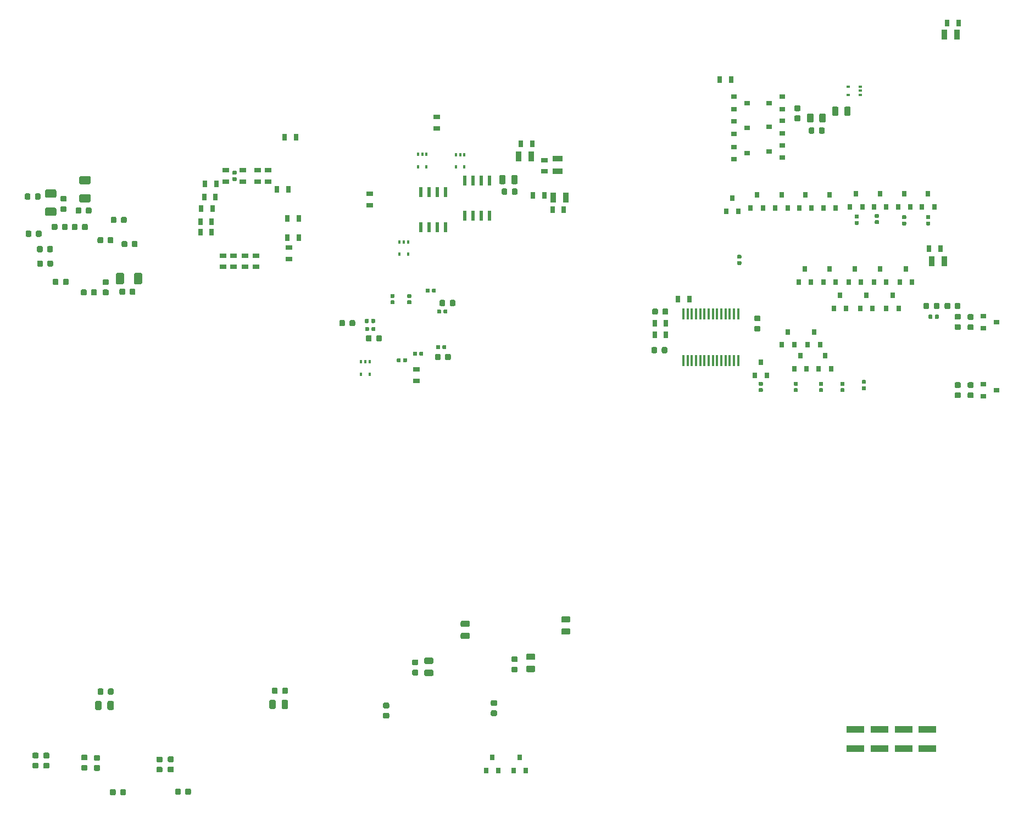
<source format=gbr>
G04 #@! TF.GenerationSoftware,KiCad,Pcbnew,5.1.5+dfsg1-2build2*
G04 #@! TF.CreationDate,2021-02-17T11:04:06+00:00*
G04 #@! TF.ProjectId,HILTOP_Motherboard,48494c54-4f50-45f4-9d6f-74686572626f,Rev C*
G04 #@! TF.SameCoordinates,Original*
G04 #@! TF.FileFunction,Paste,Bot*
G04 #@! TF.FilePolarity,Positive*
%FSLAX46Y46*%
G04 Gerber Fmt 4.6, Leading zero omitted, Abs format (unit mm)*
G04 Created by KiCad (PCBNEW 5.1.5+dfsg1-2build2) date 2021-02-17 11:04:06*
%MOMM*%
%LPD*%
G04 APERTURE LIST*
%ADD10R,0.450000X1.750000*%
%ADD11R,1.000000X0.670000*%
%ADD12R,0.670000X1.000000*%
%ADD13R,0.970000X1.500000*%
%ADD14R,2.700000X1.070000*%
%ADD15R,1.500000X0.970000*%
%ADD16R,0.900000X0.800000*%
%ADD17R,0.600000X1.550000*%
%ADD18R,0.400000X0.500000*%
%ADD19R,0.800000X0.900000*%
%ADD20C,0.100000*%
%ADD21R,0.500000X0.400000*%
G04 APERTURE END LIST*
D10*
X166425000Y-103900000D03*
X165775000Y-103900000D03*
X165125000Y-103900000D03*
X164475000Y-103900000D03*
X163825000Y-103900000D03*
X163175000Y-103900000D03*
X162525000Y-103900000D03*
X161875000Y-103900000D03*
X161225000Y-103900000D03*
X160575000Y-103900000D03*
X159925000Y-103900000D03*
X159275000Y-103900000D03*
X158625000Y-103900000D03*
X157975000Y-103900000D03*
X157975000Y-96700000D03*
X158625000Y-96700000D03*
X159275000Y-96700000D03*
X159925000Y-96700000D03*
X160575000Y-96700000D03*
X161225000Y-96700000D03*
X161875000Y-96700000D03*
X162525000Y-96700000D03*
X163175000Y-96700000D03*
X163825000Y-96700000D03*
X164475000Y-96700000D03*
X165125000Y-96700000D03*
X165775000Y-96700000D03*
X166425000Y-96700000D03*
D11*
X109620000Y-79935000D03*
X109620000Y-78185000D03*
X120000000Y-66375000D03*
X120000000Y-68125000D03*
X116825000Y-105325000D03*
X116825000Y-107075000D03*
D12*
X198645000Y-51824000D03*
X200395000Y-51824000D03*
D13*
X198235000Y-53664000D03*
X200145000Y-53664000D03*
D14*
X195600000Y-163805000D03*
X195600000Y-160795000D03*
D12*
X96925000Y-82000000D03*
X98675000Y-82000000D03*
X85275000Y-84100000D03*
X83525000Y-84100000D03*
X96925000Y-85000000D03*
X98675000Y-85000000D03*
D11*
X92100000Y-87725000D03*
X92100000Y-89475000D03*
X90400000Y-87725000D03*
X90400000Y-89475000D03*
D12*
X85275000Y-82500000D03*
X83525000Y-82500000D03*
X165355000Y-60610000D03*
X163605000Y-60610000D03*
X137805000Y-80640000D03*
X139555000Y-80640000D03*
D13*
X137945000Y-78760000D03*
X139855000Y-78760000D03*
X196283659Y-88585842D03*
X198193659Y-88585842D03*
D15*
X138600000Y-74705000D03*
X138600000Y-72795000D03*
D13*
X134525000Y-72425000D03*
X132615000Y-72425000D03*
D11*
X92350000Y-76325000D03*
X92350000Y-74575000D03*
X94000000Y-76325000D03*
X94000000Y-74575000D03*
X87450000Y-76325000D03*
X87450000Y-74575000D03*
X88600000Y-87725000D03*
X88600000Y-89475000D03*
X90100000Y-76325000D03*
X90100000Y-74575000D03*
X87000000Y-87725000D03*
X87000000Y-89475000D03*
D12*
X98275000Y-69450000D03*
X96525000Y-69450000D03*
D14*
X191900000Y-163805000D03*
X191900000Y-160795000D03*
X184500000Y-163805000D03*
X184500000Y-160795000D03*
X188200000Y-163805000D03*
X188200000Y-160795000D03*
D12*
X84225000Y-76700000D03*
X85975000Y-76700000D03*
D11*
X97200000Y-86500000D03*
X97200000Y-88250000D03*
D12*
X95325000Y-77500000D03*
X97075000Y-77500000D03*
X134775000Y-78425000D03*
X136525000Y-78425000D03*
D16*
X204250000Y-98950000D03*
X204250000Y-97050000D03*
X206250000Y-98000000D03*
D12*
X155295000Y-98150000D03*
X153545000Y-98150000D03*
X155300000Y-99925000D03*
X153550000Y-99925000D03*
X85875000Y-78700000D03*
X84125000Y-78700000D03*
X197613659Y-86685842D03*
X195863659Y-86685842D03*
X132915000Y-70490000D03*
X134665000Y-70490000D03*
D11*
X136540000Y-73000000D03*
X136540000Y-74750000D03*
D12*
X85425000Y-80450000D03*
X83675000Y-80450000D03*
D17*
X128130000Y-81550000D03*
X126860000Y-81550000D03*
X125590000Y-81550000D03*
X124320000Y-81550000D03*
X124320000Y-76150000D03*
X125590000Y-76150000D03*
X126860000Y-76150000D03*
X128130000Y-76150000D03*
X121280000Y-83325000D03*
X120010000Y-83325000D03*
X118740000Y-83325000D03*
X117470000Y-83325000D03*
X117470000Y-77925000D03*
X118740000Y-77925000D03*
X120010000Y-77925000D03*
X121280000Y-77925000D03*
D18*
X122925000Y-72150000D03*
X123575000Y-72150000D03*
X124225000Y-72150000D03*
X124225000Y-74050000D03*
X122925000Y-74050000D03*
X117100000Y-72140000D03*
X117750000Y-72140000D03*
X118400000Y-72140000D03*
X118400000Y-74040000D03*
X117100000Y-74040000D03*
X114230000Y-87530000D03*
X115530000Y-87530000D03*
X115530000Y-85630000D03*
X114880000Y-85630000D03*
X114230000Y-85630000D03*
D12*
X157125000Y-94425000D03*
X158875000Y-94425000D03*
D19*
X196650000Y-80200000D03*
X194750000Y-80200000D03*
X195700000Y-78200000D03*
X192000000Y-78200000D03*
X191050000Y-80200000D03*
X192950000Y-80200000D03*
X189250000Y-80200000D03*
X187350000Y-80200000D03*
X188300000Y-78200000D03*
X184600000Y-78200000D03*
X183650000Y-80200000D03*
X185550000Y-80200000D03*
X193200000Y-91800000D03*
X191300000Y-91800000D03*
X192250000Y-89800000D03*
X188300000Y-89800000D03*
X187350000Y-91800000D03*
X189250000Y-91800000D03*
X185350000Y-91800000D03*
X183450000Y-91800000D03*
X184400000Y-89800000D03*
X180500000Y-89800000D03*
X179550000Y-91800000D03*
X181450000Y-91800000D03*
X177650000Y-91800000D03*
X175750000Y-91800000D03*
X176700000Y-89800000D03*
X191150000Y-95900000D03*
X189250000Y-95900000D03*
X190200000Y-93900000D03*
X186200000Y-93900000D03*
X185250000Y-95900000D03*
X187150000Y-95900000D03*
X183050000Y-95900000D03*
X181150000Y-95900000D03*
X182100000Y-93900000D03*
X180500000Y-78400000D03*
X179550000Y-80400000D03*
X181450000Y-80400000D03*
X177750000Y-80400000D03*
X175850000Y-80400000D03*
X176800000Y-78400000D03*
X173100000Y-78400000D03*
X172150000Y-80400000D03*
X174050000Y-80400000D03*
X170250000Y-80400000D03*
X168350000Y-80400000D03*
X169300000Y-78400000D03*
X165500000Y-78900000D03*
X164550000Y-80900000D03*
X166450000Y-80900000D03*
D16*
X171200000Y-71700000D03*
X173200000Y-72650000D03*
X173200000Y-70750000D03*
X171200000Y-67900000D03*
X173200000Y-68850000D03*
X173200000Y-66950000D03*
X173200000Y-63250000D03*
X173200000Y-65150000D03*
X171200000Y-64200000D03*
X167800000Y-64200000D03*
X165800000Y-63250000D03*
X165800000Y-65150000D03*
X165800000Y-68950000D03*
X165800000Y-67050000D03*
X167800000Y-68000000D03*
X167800000Y-71950000D03*
X165800000Y-71000000D03*
X165800000Y-72900000D03*
X204250000Y-109450000D03*
X204250000Y-107550000D03*
X206250000Y-108500000D03*
D20*
G36*
X179547691Y-67976053D02*
G01*
X179568926Y-67979203D01*
X179589750Y-67984419D01*
X179609962Y-67991651D01*
X179629368Y-68000830D01*
X179647781Y-68011866D01*
X179665024Y-68024654D01*
X179680930Y-68039070D01*
X179695346Y-68054976D01*
X179708134Y-68072219D01*
X179719170Y-68090632D01*
X179728349Y-68110038D01*
X179735581Y-68130250D01*
X179740797Y-68151074D01*
X179743947Y-68172309D01*
X179745000Y-68193750D01*
X179745000Y-68706250D01*
X179743947Y-68727691D01*
X179740797Y-68748926D01*
X179735581Y-68769750D01*
X179728349Y-68789962D01*
X179719170Y-68809368D01*
X179708134Y-68827781D01*
X179695346Y-68845024D01*
X179680930Y-68860930D01*
X179665024Y-68875346D01*
X179647781Y-68888134D01*
X179629368Y-68899170D01*
X179609962Y-68908349D01*
X179589750Y-68915581D01*
X179568926Y-68920797D01*
X179547691Y-68923947D01*
X179526250Y-68925000D01*
X179088750Y-68925000D01*
X179067309Y-68923947D01*
X179046074Y-68920797D01*
X179025250Y-68915581D01*
X179005038Y-68908349D01*
X178985632Y-68899170D01*
X178967219Y-68888134D01*
X178949976Y-68875346D01*
X178934070Y-68860930D01*
X178919654Y-68845024D01*
X178906866Y-68827781D01*
X178895830Y-68809368D01*
X178886651Y-68789962D01*
X178879419Y-68769750D01*
X178874203Y-68748926D01*
X178871053Y-68727691D01*
X178870000Y-68706250D01*
X178870000Y-68193750D01*
X178871053Y-68172309D01*
X178874203Y-68151074D01*
X178879419Y-68130250D01*
X178886651Y-68110038D01*
X178895830Y-68090632D01*
X178906866Y-68072219D01*
X178919654Y-68054976D01*
X178934070Y-68039070D01*
X178949976Y-68024654D01*
X178967219Y-68011866D01*
X178985632Y-68000830D01*
X179005038Y-67991651D01*
X179025250Y-67984419D01*
X179046074Y-67979203D01*
X179067309Y-67976053D01*
X179088750Y-67975000D01*
X179526250Y-67975000D01*
X179547691Y-67976053D01*
G37*
G36*
X177972691Y-67976053D02*
G01*
X177993926Y-67979203D01*
X178014750Y-67984419D01*
X178034962Y-67991651D01*
X178054368Y-68000830D01*
X178072781Y-68011866D01*
X178090024Y-68024654D01*
X178105930Y-68039070D01*
X178120346Y-68054976D01*
X178133134Y-68072219D01*
X178144170Y-68090632D01*
X178153349Y-68110038D01*
X178160581Y-68130250D01*
X178165797Y-68151074D01*
X178168947Y-68172309D01*
X178170000Y-68193750D01*
X178170000Y-68706250D01*
X178168947Y-68727691D01*
X178165797Y-68748926D01*
X178160581Y-68769750D01*
X178153349Y-68789962D01*
X178144170Y-68809368D01*
X178133134Y-68827781D01*
X178120346Y-68845024D01*
X178105930Y-68860930D01*
X178090024Y-68875346D01*
X178072781Y-68888134D01*
X178054368Y-68899170D01*
X178034962Y-68908349D01*
X178014750Y-68915581D01*
X177993926Y-68920797D01*
X177972691Y-68923947D01*
X177951250Y-68925000D01*
X177513750Y-68925000D01*
X177492309Y-68923947D01*
X177471074Y-68920797D01*
X177450250Y-68915581D01*
X177430038Y-68908349D01*
X177410632Y-68899170D01*
X177392219Y-68888134D01*
X177374976Y-68875346D01*
X177359070Y-68860930D01*
X177344654Y-68845024D01*
X177331866Y-68827781D01*
X177320830Y-68809368D01*
X177311651Y-68789962D01*
X177304419Y-68769750D01*
X177299203Y-68748926D01*
X177296053Y-68727691D01*
X177295000Y-68706250D01*
X177295000Y-68193750D01*
X177296053Y-68172309D01*
X177299203Y-68151074D01*
X177304419Y-68130250D01*
X177311651Y-68110038D01*
X177320830Y-68090632D01*
X177331866Y-68072219D01*
X177344654Y-68054976D01*
X177359070Y-68039070D01*
X177374976Y-68024654D01*
X177392219Y-68011866D01*
X177410632Y-68000830D01*
X177430038Y-67991651D01*
X177450250Y-67984419D01*
X177471074Y-67979203D01*
X177492309Y-67976053D01*
X177513750Y-67975000D01*
X177951250Y-67975000D01*
X177972691Y-67976053D01*
G37*
G36*
X200527691Y-98313553D02*
G01*
X200548926Y-98316703D01*
X200569750Y-98321919D01*
X200589962Y-98329151D01*
X200609368Y-98338330D01*
X200627781Y-98349366D01*
X200645024Y-98362154D01*
X200660930Y-98376570D01*
X200675346Y-98392476D01*
X200688134Y-98409719D01*
X200699170Y-98428132D01*
X200708349Y-98447538D01*
X200715581Y-98467750D01*
X200720797Y-98488574D01*
X200723947Y-98509809D01*
X200725000Y-98531250D01*
X200725000Y-98968750D01*
X200723947Y-98990191D01*
X200720797Y-99011426D01*
X200715581Y-99032250D01*
X200708349Y-99052462D01*
X200699170Y-99071868D01*
X200688134Y-99090281D01*
X200675346Y-99107524D01*
X200660930Y-99123430D01*
X200645024Y-99137846D01*
X200627781Y-99150634D01*
X200609368Y-99161670D01*
X200589962Y-99170849D01*
X200569750Y-99178081D01*
X200548926Y-99183297D01*
X200527691Y-99186447D01*
X200506250Y-99187500D01*
X199993750Y-99187500D01*
X199972309Y-99186447D01*
X199951074Y-99183297D01*
X199930250Y-99178081D01*
X199910038Y-99170849D01*
X199890632Y-99161670D01*
X199872219Y-99150634D01*
X199854976Y-99137846D01*
X199839070Y-99123430D01*
X199824654Y-99107524D01*
X199811866Y-99090281D01*
X199800830Y-99071868D01*
X199791651Y-99052462D01*
X199784419Y-99032250D01*
X199779203Y-99011426D01*
X199776053Y-98990191D01*
X199775000Y-98968750D01*
X199775000Y-98531250D01*
X199776053Y-98509809D01*
X199779203Y-98488574D01*
X199784419Y-98467750D01*
X199791651Y-98447538D01*
X199800830Y-98428132D01*
X199811866Y-98409719D01*
X199824654Y-98392476D01*
X199839070Y-98376570D01*
X199854976Y-98362154D01*
X199872219Y-98349366D01*
X199890632Y-98338330D01*
X199910038Y-98329151D01*
X199930250Y-98321919D01*
X199951074Y-98316703D01*
X199972309Y-98313553D01*
X199993750Y-98312500D01*
X200506250Y-98312500D01*
X200527691Y-98313553D01*
G37*
G36*
X200527691Y-96738553D02*
G01*
X200548926Y-96741703D01*
X200569750Y-96746919D01*
X200589962Y-96754151D01*
X200609368Y-96763330D01*
X200627781Y-96774366D01*
X200645024Y-96787154D01*
X200660930Y-96801570D01*
X200675346Y-96817476D01*
X200688134Y-96834719D01*
X200699170Y-96853132D01*
X200708349Y-96872538D01*
X200715581Y-96892750D01*
X200720797Y-96913574D01*
X200723947Y-96934809D01*
X200725000Y-96956250D01*
X200725000Y-97393750D01*
X200723947Y-97415191D01*
X200720797Y-97436426D01*
X200715581Y-97457250D01*
X200708349Y-97477462D01*
X200699170Y-97496868D01*
X200688134Y-97515281D01*
X200675346Y-97532524D01*
X200660930Y-97548430D01*
X200645024Y-97562846D01*
X200627781Y-97575634D01*
X200609368Y-97586670D01*
X200589962Y-97595849D01*
X200569750Y-97603081D01*
X200548926Y-97608297D01*
X200527691Y-97611447D01*
X200506250Y-97612500D01*
X199993750Y-97612500D01*
X199972309Y-97611447D01*
X199951074Y-97608297D01*
X199930250Y-97603081D01*
X199910038Y-97595849D01*
X199890632Y-97586670D01*
X199872219Y-97575634D01*
X199854976Y-97562846D01*
X199839070Y-97548430D01*
X199824654Y-97532524D01*
X199811866Y-97515281D01*
X199800830Y-97496868D01*
X199791651Y-97477462D01*
X199784419Y-97457250D01*
X199779203Y-97436426D01*
X199776053Y-97415191D01*
X199775000Y-97393750D01*
X199775000Y-96956250D01*
X199776053Y-96934809D01*
X199779203Y-96913574D01*
X199784419Y-96892750D01*
X199791651Y-96872538D01*
X199800830Y-96853132D01*
X199811866Y-96834719D01*
X199824654Y-96817476D01*
X199839070Y-96801570D01*
X199854976Y-96787154D01*
X199872219Y-96774366D01*
X199890632Y-96763330D01*
X199910038Y-96754151D01*
X199930250Y-96746919D01*
X199951074Y-96741703D01*
X199972309Y-96738553D01*
X199993750Y-96737500D01*
X200506250Y-96737500D01*
X200527691Y-96738553D01*
G37*
G36*
X200527691Y-108851053D02*
G01*
X200548926Y-108854203D01*
X200569750Y-108859419D01*
X200589962Y-108866651D01*
X200609368Y-108875830D01*
X200627781Y-108886866D01*
X200645024Y-108899654D01*
X200660930Y-108914070D01*
X200675346Y-108929976D01*
X200688134Y-108947219D01*
X200699170Y-108965632D01*
X200708349Y-108985038D01*
X200715581Y-109005250D01*
X200720797Y-109026074D01*
X200723947Y-109047309D01*
X200725000Y-109068750D01*
X200725000Y-109506250D01*
X200723947Y-109527691D01*
X200720797Y-109548926D01*
X200715581Y-109569750D01*
X200708349Y-109589962D01*
X200699170Y-109609368D01*
X200688134Y-109627781D01*
X200675346Y-109645024D01*
X200660930Y-109660930D01*
X200645024Y-109675346D01*
X200627781Y-109688134D01*
X200609368Y-109699170D01*
X200589962Y-109708349D01*
X200569750Y-109715581D01*
X200548926Y-109720797D01*
X200527691Y-109723947D01*
X200506250Y-109725000D01*
X199993750Y-109725000D01*
X199972309Y-109723947D01*
X199951074Y-109720797D01*
X199930250Y-109715581D01*
X199910038Y-109708349D01*
X199890632Y-109699170D01*
X199872219Y-109688134D01*
X199854976Y-109675346D01*
X199839070Y-109660930D01*
X199824654Y-109645024D01*
X199811866Y-109627781D01*
X199800830Y-109609368D01*
X199791651Y-109589962D01*
X199784419Y-109569750D01*
X199779203Y-109548926D01*
X199776053Y-109527691D01*
X199775000Y-109506250D01*
X199775000Y-109068750D01*
X199776053Y-109047309D01*
X199779203Y-109026074D01*
X199784419Y-109005250D01*
X199791651Y-108985038D01*
X199800830Y-108965632D01*
X199811866Y-108947219D01*
X199824654Y-108929976D01*
X199839070Y-108914070D01*
X199854976Y-108899654D01*
X199872219Y-108886866D01*
X199890632Y-108875830D01*
X199910038Y-108866651D01*
X199930250Y-108859419D01*
X199951074Y-108854203D01*
X199972309Y-108851053D01*
X199993750Y-108850000D01*
X200506250Y-108850000D01*
X200527691Y-108851053D01*
G37*
G36*
X200527691Y-107276053D02*
G01*
X200548926Y-107279203D01*
X200569750Y-107284419D01*
X200589962Y-107291651D01*
X200609368Y-107300830D01*
X200627781Y-107311866D01*
X200645024Y-107324654D01*
X200660930Y-107339070D01*
X200675346Y-107354976D01*
X200688134Y-107372219D01*
X200699170Y-107390632D01*
X200708349Y-107410038D01*
X200715581Y-107430250D01*
X200720797Y-107451074D01*
X200723947Y-107472309D01*
X200725000Y-107493750D01*
X200725000Y-107931250D01*
X200723947Y-107952691D01*
X200720797Y-107973926D01*
X200715581Y-107994750D01*
X200708349Y-108014962D01*
X200699170Y-108034368D01*
X200688134Y-108052781D01*
X200675346Y-108070024D01*
X200660930Y-108085930D01*
X200645024Y-108100346D01*
X200627781Y-108113134D01*
X200609368Y-108124170D01*
X200589962Y-108133349D01*
X200569750Y-108140581D01*
X200548926Y-108145797D01*
X200527691Y-108148947D01*
X200506250Y-108150000D01*
X199993750Y-108150000D01*
X199972309Y-108148947D01*
X199951074Y-108145797D01*
X199930250Y-108140581D01*
X199910038Y-108133349D01*
X199890632Y-108124170D01*
X199872219Y-108113134D01*
X199854976Y-108100346D01*
X199839070Y-108085930D01*
X199824654Y-108070024D01*
X199811866Y-108052781D01*
X199800830Y-108034368D01*
X199791651Y-108014962D01*
X199784419Y-107994750D01*
X199779203Y-107973926D01*
X199776053Y-107952691D01*
X199775000Y-107931250D01*
X199775000Y-107493750D01*
X199776053Y-107472309D01*
X199779203Y-107451074D01*
X199784419Y-107430250D01*
X199791651Y-107410038D01*
X199800830Y-107390632D01*
X199811866Y-107372219D01*
X199824654Y-107354976D01*
X199839070Y-107339070D01*
X199854976Y-107324654D01*
X199872219Y-107311866D01*
X199890632Y-107300830D01*
X199910038Y-107291651D01*
X199930250Y-107284419D01*
X199951074Y-107279203D01*
X199972309Y-107276053D01*
X199993750Y-107275000D01*
X200506250Y-107275000D01*
X200527691Y-107276053D01*
G37*
G36*
X202527691Y-96776053D02*
G01*
X202548926Y-96779203D01*
X202569750Y-96784419D01*
X202589962Y-96791651D01*
X202609368Y-96800830D01*
X202627781Y-96811866D01*
X202645024Y-96824654D01*
X202660930Y-96839070D01*
X202675346Y-96854976D01*
X202688134Y-96872219D01*
X202699170Y-96890632D01*
X202708349Y-96910038D01*
X202715581Y-96930250D01*
X202720797Y-96951074D01*
X202723947Y-96972309D01*
X202725000Y-96993750D01*
X202725000Y-97431250D01*
X202723947Y-97452691D01*
X202720797Y-97473926D01*
X202715581Y-97494750D01*
X202708349Y-97514962D01*
X202699170Y-97534368D01*
X202688134Y-97552781D01*
X202675346Y-97570024D01*
X202660930Y-97585930D01*
X202645024Y-97600346D01*
X202627781Y-97613134D01*
X202609368Y-97624170D01*
X202589962Y-97633349D01*
X202569750Y-97640581D01*
X202548926Y-97645797D01*
X202527691Y-97648947D01*
X202506250Y-97650000D01*
X201993750Y-97650000D01*
X201972309Y-97648947D01*
X201951074Y-97645797D01*
X201930250Y-97640581D01*
X201910038Y-97633349D01*
X201890632Y-97624170D01*
X201872219Y-97613134D01*
X201854976Y-97600346D01*
X201839070Y-97585930D01*
X201824654Y-97570024D01*
X201811866Y-97552781D01*
X201800830Y-97534368D01*
X201791651Y-97514962D01*
X201784419Y-97494750D01*
X201779203Y-97473926D01*
X201776053Y-97452691D01*
X201775000Y-97431250D01*
X201775000Y-96993750D01*
X201776053Y-96972309D01*
X201779203Y-96951074D01*
X201784419Y-96930250D01*
X201791651Y-96910038D01*
X201800830Y-96890632D01*
X201811866Y-96872219D01*
X201824654Y-96854976D01*
X201839070Y-96839070D01*
X201854976Y-96824654D01*
X201872219Y-96811866D01*
X201890632Y-96800830D01*
X201910038Y-96791651D01*
X201930250Y-96784419D01*
X201951074Y-96779203D01*
X201972309Y-96776053D01*
X201993750Y-96775000D01*
X202506250Y-96775000D01*
X202527691Y-96776053D01*
G37*
G36*
X202527691Y-98351053D02*
G01*
X202548926Y-98354203D01*
X202569750Y-98359419D01*
X202589962Y-98366651D01*
X202609368Y-98375830D01*
X202627781Y-98386866D01*
X202645024Y-98399654D01*
X202660930Y-98414070D01*
X202675346Y-98429976D01*
X202688134Y-98447219D01*
X202699170Y-98465632D01*
X202708349Y-98485038D01*
X202715581Y-98505250D01*
X202720797Y-98526074D01*
X202723947Y-98547309D01*
X202725000Y-98568750D01*
X202725000Y-99006250D01*
X202723947Y-99027691D01*
X202720797Y-99048926D01*
X202715581Y-99069750D01*
X202708349Y-99089962D01*
X202699170Y-99109368D01*
X202688134Y-99127781D01*
X202675346Y-99145024D01*
X202660930Y-99160930D01*
X202645024Y-99175346D01*
X202627781Y-99188134D01*
X202609368Y-99199170D01*
X202589962Y-99208349D01*
X202569750Y-99215581D01*
X202548926Y-99220797D01*
X202527691Y-99223947D01*
X202506250Y-99225000D01*
X201993750Y-99225000D01*
X201972309Y-99223947D01*
X201951074Y-99220797D01*
X201930250Y-99215581D01*
X201910038Y-99208349D01*
X201890632Y-99199170D01*
X201872219Y-99188134D01*
X201854976Y-99175346D01*
X201839070Y-99160930D01*
X201824654Y-99145024D01*
X201811866Y-99127781D01*
X201800830Y-99109368D01*
X201791651Y-99089962D01*
X201784419Y-99069750D01*
X201779203Y-99048926D01*
X201776053Y-99027691D01*
X201775000Y-99006250D01*
X201775000Y-98568750D01*
X201776053Y-98547309D01*
X201779203Y-98526074D01*
X201784419Y-98505250D01*
X201791651Y-98485038D01*
X201800830Y-98465632D01*
X201811866Y-98447219D01*
X201824654Y-98429976D01*
X201839070Y-98414070D01*
X201854976Y-98399654D01*
X201872219Y-98386866D01*
X201890632Y-98375830D01*
X201910038Y-98366651D01*
X201930250Y-98359419D01*
X201951074Y-98354203D01*
X201972309Y-98351053D01*
X201993750Y-98350000D01*
X202506250Y-98350000D01*
X202527691Y-98351053D01*
G37*
G36*
X202527691Y-107276053D02*
G01*
X202548926Y-107279203D01*
X202569750Y-107284419D01*
X202589962Y-107291651D01*
X202609368Y-107300830D01*
X202627781Y-107311866D01*
X202645024Y-107324654D01*
X202660930Y-107339070D01*
X202675346Y-107354976D01*
X202688134Y-107372219D01*
X202699170Y-107390632D01*
X202708349Y-107410038D01*
X202715581Y-107430250D01*
X202720797Y-107451074D01*
X202723947Y-107472309D01*
X202725000Y-107493750D01*
X202725000Y-107931250D01*
X202723947Y-107952691D01*
X202720797Y-107973926D01*
X202715581Y-107994750D01*
X202708349Y-108014962D01*
X202699170Y-108034368D01*
X202688134Y-108052781D01*
X202675346Y-108070024D01*
X202660930Y-108085930D01*
X202645024Y-108100346D01*
X202627781Y-108113134D01*
X202609368Y-108124170D01*
X202589962Y-108133349D01*
X202569750Y-108140581D01*
X202548926Y-108145797D01*
X202527691Y-108148947D01*
X202506250Y-108150000D01*
X201993750Y-108150000D01*
X201972309Y-108148947D01*
X201951074Y-108145797D01*
X201930250Y-108140581D01*
X201910038Y-108133349D01*
X201890632Y-108124170D01*
X201872219Y-108113134D01*
X201854976Y-108100346D01*
X201839070Y-108085930D01*
X201824654Y-108070024D01*
X201811866Y-108052781D01*
X201800830Y-108034368D01*
X201791651Y-108014962D01*
X201784419Y-107994750D01*
X201779203Y-107973926D01*
X201776053Y-107952691D01*
X201775000Y-107931250D01*
X201775000Y-107493750D01*
X201776053Y-107472309D01*
X201779203Y-107451074D01*
X201784419Y-107430250D01*
X201791651Y-107410038D01*
X201800830Y-107390632D01*
X201811866Y-107372219D01*
X201824654Y-107354976D01*
X201839070Y-107339070D01*
X201854976Y-107324654D01*
X201872219Y-107311866D01*
X201890632Y-107300830D01*
X201910038Y-107291651D01*
X201930250Y-107284419D01*
X201951074Y-107279203D01*
X201972309Y-107276053D01*
X201993750Y-107275000D01*
X202506250Y-107275000D01*
X202527691Y-107276053D01*
G37*
G36*
X202527691Y-108851053D02*
G01*
X202548926Y-108854203D01*
X202569750Y-108859419D01*
X202589962Y-108866651D01*
X202609368Y-108875830D01*
X202627781Y-108886866D01*
X202645024Y-108899654D01*
X202660930Y-108914070D01*
X202675346Y-108929976D01*
X202688134Y-108947219D01*
X202699170Y-108965632D01*
X202708349Y-108985038D01*
X202715581Y-109005250D01*
X202720797Y-109026074D01*
X202723947Y-109047309D01*
X202725000Y-109068750D01*
X202725000Y-109506250D01*
X202723947Y-109527691D01*
X202720797Y-109548926D01*
X202715581Y-109569750D01*
X202708349Y-109589962D01*
X202699170Y-109609368D01*
X202688134Y-109627781D01*
X202675346Y-109645024D01*
X202660930Y-109660930D01*
X202645024Y-109675346D01*
X202627781Y-109688134D01*
X202609368Y-109699170D01*
X202589962Y-109708349D01*
X202569750Y-109715581D01*
X202548926Y-109720797D01*
X202527691Y-109723947D01*
X202506250Y-109725000D01*
X201993750Y-109725000D01*
X201972309Y-109723947D01*
X201951074Y-109720797D01*
X201930250Y-109715581D01*
X201910038Y-109708349D01*
X201890632Y-109699170D01*
X201872219Y-109688134D01*
X201854976Y-109675346D01*
X201839070Y-109660930D01*
X201824654Y-109645024D01*
X201811866Y-109627781D01*
X201800830Y-109609368D01*
X201791651Y-109589962D01*
X201784419Y-109569750D01*
X201779203Y-109548926D01*
X201776053Y-109527691D01*
X201775000Y-109506250D01*
X201775000Y-109068750D01*
X201776053Y-109047309D01*
X201779203Y-109026074D01*
X201784419Y-109005250D01*
X201791651Y-108985038D01*
X201800830Y-108965632D01*
X201811866Y-108947219D01*
X201824654Y-108929976D01*
X201839070Y-108914070D01*
X201854976Y-108899654D01*
X201872219Y-108886866D01*
X201890632Y-108875830D01*
X201910038Y-108866651D01*
X201930250Y-108859419D01*
X201951074Y-108854203D01*
X201972309Y-108851053D01*
X201993750Y-108850000D01*
X202506250Y-108850000D01*
X202527691Y-108851053D01*
G37*
D21*
X185250000Y-61650000D03*
X185250000Y-62300000D03*
X185250000Y-62950000D03*
X183350000Y-62950000D03*
X183350000Y-61650000D03*
D20*
G36*
X80314889Y-169956053D02*
G01*
X80336124Y-169959203D01*
X80356948Y-169964419D01*
X80377160Y-169971651D01*
X80396566Y-169980830D01*
X80414979Y-169991866D01*
X80432222Y-170004654D01*
X80448128Y-170019070D01*
X80462544Y-170034976D01*
X80475332Y-170052219D01*
X80486368Y-170070632D01*
X80495547Y-170090038D01*
X80502779Y-170110250D01*
X80507995Y-170131074D01*
X80511145Y-170152309D01*
X80512198Y-170173750D01*
X80512198Y-170686250D01*
X80511145Y-170707691D01*
X80507995Y-170728926D01*
X80502779Y-170749750D01*
X80495547Y-170769962D01*
X80486368Y-170789368D01*
X80475332Y-170807781D01*
X80462544Y-170825024D01*
X80448128Y-170840930D01*
X80432222Y-170855346D01*
X80414979Y-170868134D01*
X80396566Y-170879170D01*
X80377160Y-170888349D01*
X80356948Y-170895581D01*
X80336124Y-170900797D01*
X80314889Y-170903947D01*
X80293448Y-170905000D01*
X79855948Y-170905000D01*
X79834507Y-170903947D01*
X79813272Y-170900797D01*
X79792448Y-170895581D01*
X79772236Y-170888349D01*
X79752830Y-170879170D01*
X79734417Y-170868134D01*
X79717174Y-170855346D01*
X79701268Y-170840930D01*
X79686852Y-170825024D01*
X79674064Y-170807781D01*
X79663028Y-170789368D01*
X79653849Y-170769962D01*
X79646617Y-170749750D01*
X79641401Y-170728926D01*
X79638251Y-170707691D01*
X79637198Y-170686250D01*
X79637198Y-170173750D01*
X79638251Y-170152309D01*
X79641401Y-170131074D01*
X79646617Y-170110250D01*
X79653849Y-170090038D01*
X79663028Y-170070632D01*
X79674064Y-170052219D01*
X79686852Y-170034976D01*
X79701268Y-170019070D01*
X79717174Y-170004654D01*
X79734417Y-169991866D01*
X79752830Y-169980830D01*
X79772236Y-169971651D01*
X79792448Y-169964419D01*
X79813272Y-169959203D01*
X79834507Y-169956053D01*
X79855948Y-169955000D01*
X80293448Y-169955000D01*
X80314889Y-169956053D01*
G37*
G36*
X81889889Y-169956053D02*
G01*
X81911124Y-169959203D01*
X81931948Y-169964419D01*
X81952160Y-169971651D01*
X81971566Y-169980830D01*
X81989979Y-169991866D01*
X82007222Y-170004654D01*
X82023128Y-170019070D01*
X82037544Y-170034976D01*
X82050332Y-170052219D01*
X82061368Y-170070632D01*
X82070547Y-170090038D01*
X82077779Y-170110250D01*
X82082995Y-170131074D01*
X82086145Y-170152309D01*
X82087198Y-170173750D01*
X82087198Y-170686250D01*
X82086145Y-170707691D01*
X82082995Y-170728926D01*
X82077779Y-170749750D01*
X82070547Y-170769962D01*
X82061368Y-170789368D01*
X82050332Y-170807781D01*
X82037544Y-170825024D01*
X82023128Y-170840930D01*
X82007222Y-170855346D01*
X81989979Y-170868134D01*
X81971566Y-170879170D01*
X81952160Y-170888349D01*
X81931948Y-170895581D01*
X81911124Y-170900797D01*
X81889889Y-170903947D01*
X81868448Y-170905000D01*
X81430948Y-170905000D01*
X81409507Y-170903947D01*
X81388272Y-170900797D01*
X81367448Y-170895581D01*
X81347236Y-170888349D01*
X81327830Y-170879170D01*
X81309417Y-170868134D01*
X81292174Y-170855346D01*
X81276268Y-170840930D01*
X81261852Y-170825024D01*
X81249064Y-170807781D01*
X81238028Y-170789368D01*
X81228849Y-170769962D01*
X81221617Y-170749750D01*
X81216401Y-170728926D01*
X81213251Y-170707691D01*
X81212198Y-170686250D01*
X81212198Y-170173750D01*
X81213251Y-170152309D01*
X81216401Y-170131074D01*
X81221617Y-170110250D01*
X81228849Y-170090038D01*
X81238028Y-170070632D01*
X81249064Y-170052219D01*
X81261852Y-170034976D01*
X81276268Y-170019070D01*
X81292174Y-170004654D01*
X81309417Y-169991866D01*
X81327830Y-169980830D01*
X81347236Y-169971651D01*
X81367448Y-169964419D01*
X81388272Y-169959203D01*
X81409507Y-169956053D01*
X81430948Y-169955000D01*
X81868448Y-169955000D01*
X81889889Y-169956053D01*
G37*
G36*
X71859889Y-170046053D02*
G01*
X71881124Y-170049203D01*
X71901948Y-170054419D01*
X71922160Y-170061651D01*
X71941566Y-170070830D01*
X71959979Y-170081866D01*
X71977222Y-170094654D01*
X71993128Y-170109070D01*
X72007544Y-170124976D01*
X72020332Y-170142219D01*
X72031368Y-170160632D01*
X72040547Y-170180038D01*
X72047779Y-170200250D01*
X72052995Y-170221074D01*
X72056145Y-170242309D01*
X72057198Y-170263750D01*
X72057198Y-170776250D01*
X72056145Y-170797691D01*
X72052995Y-170818926D01*
X72047779Y-170839750D01*
X72040547Y-170859962D01*
X72031368Y-170879368D01*
X72020332Y-170897781D01*
X72007544Y-170915024D01*
X71993128Y-170930930D01*
X71977222Y-170945346D01*
X71959979Y-170958134D01*
X71941566Y-170969170D01*
X71922160Y-170978349D01*
X71901948Y-170985581D01*
X71881124Y-170990797D01*
X71859889Y-170993947D01*
X71838448Y-170995000D01*
X71400948Y-170995000D01*
X71379507Y-170993947D01*
X71358272Y-170990797D01*
X71337448Y-170985581D01*
X71317236Y-170978349D01*
X71297830Y-170969170D01*
X71279417Y-170958134D01*
X71262174Y-170945346D01*
X71246268Y-170930930D01*
X71231852Y-170915024D01*
X71219064Y-170897781D01*
X71208028Y-170879368D01*
X71198849Y-170859962D01*
X71191617Y-170839750D01*
X71186401Y-170818926D01*
X71183251Y-170797691D01*
X71182198Y-170776250D01*
X71182198Y-170263750D01*
X71183251Y-170242309D01*
X71186401Y-170221074D01*
X71191617Y-170200250D01*
X71198849Y-170180038D01*
X71208028Y-170160632D01*
X71219064Y-170142219D01*
X71231852Y-170124976D01*
X71246268Y-170109070D01*
X71262174Y-170094654D01*
X71279417Y-170081866D01*
X71297830Y-170070830D01*
X71317236Y-170061651D01*
X71337448Y-170054419D01*
X71358272Y-170049203D01*
X71379507Y-170046053D01*
X71400948Y-170045000D01*
X71838448Y-170045000D01*
X71859889Y-170046053D01*
G37*
G36*
X70284889Y-170046053D02*
G01*
X70306124Y-170049203D01*
X70326948Y-170054419D01*
X70347160Y-170061651D01*
X70366566Y-170070830D01*
X70384979Y-170081866D01*
X70402222Y-170094654D01*
X70418128Y-170109070D01*
X70432544Y-170124976D01*
X70445332Y-170142219D01*
X70456368Y-170160632D01*
X70465547Y-170180038D01*
X70472779Y-170200250D01*
X70477995Y-170221074D01*
X70481145Y-170242309D01*
X70482198Y-170263750D01*
X70482198Y-170776250D01*
X70481145Y-170797691D01*
X70477995Y-170818926D01*
X70472779Y-170839750D01*
X70465547Y-170859962D01*
X70456368Y-170879368D01*
X70445332Y-170897781D01*
X70432544Y-170915024D01*
X70418128Y-170930930D01*
X70402222Y-170945346D01*
X70384979Y-170958134D01*
X70366566Y-170969170D01*
X70347160Y-170978349D01*
X70326948Y-170985581D01*
X70306124Y-170990797D01*
X70284889Y-170993947D01*
X70263448Y-170995000D01*
X69825948Y-170995000D01*
X69804507Y-170993947D01*
X69783272Y-170990797D01*
X69762448Y-170985581D01*
X69742236Y-170978349D01*
X69722830Y-170969170D01*
X69704417Y-170958134D01*
X69687174Y-170945346D01*
X69671268Y-170930930D01*
X69656852Y-170915024D01*
X69644064Y-170897781D01*
X69633028Y-170879368D01*
X69623849Y-170859962D01*
X69616617Y-170839750D01*
X69611401Y-170818926D01*
X69608251Y-170797691D01*
X69607198Y-170776250D01*
X69607198Y-170263750D01*
X69608251Y-170242309D01*
X69611401Y-170221074D01*
X69616617Y-170200250D01*
X69623849Y-170180038D01*
X69633028Y-170160632D01*
X69644064Y-170142219D01*
X69656852Y-170124976D01*
X69671268Y-170109070D01*
X69687174Y-170094654D01*
X69704417Y-170081866D01*
X69722830Y-170070830D01*
X69742236Y-170061651D01*
X69762448Y-170054419D01*
X69783272Y-170049203D01*
X69804507Y-170046053D01*
X69825948Y-170045000D01*
X70263448Y-170045000D01*
X70284889Y-170046053D01*
G37*
G36*
X122640191Y-94576053D02*
G01*
X122661426Y-94579203D01*
X122682250Y-94584419D01*
X122702462Y-94591651D01*
X122721868Y-94600830D01*
X122740281Y-94611866D01*
X122757524Y-94624654D01*
X122773430Y-94639070D01*
X122787846Y-94654976D01*
X122800634Y-94672219D01*
X122811670Y-94690632D01*
X122820849Y-94710038D01*
X122828081Y-94730250D01*
X122833297Y-94751074D01*
X122836447Y-94772309D01*
X122837500Y-94793750D01*
X122837500Y-95306250D01*
X122836447Y-95327691D01*
X122833297Y-95348926D01*
X122828081Y-95369750D01*
X122820849Y-95389962D01*
X122811670Y-95409368D01*
X122800634Y-95427781D01*
X122787846Y-95445024D01*
X122773430Y-95460930D01*
X122757524Y-95475346D01*
X122740281Y-95488134D01*
X122721868Y-95499170D01*
X122702462Y-95508349D01*
X122682250Y-95515581D01*
X122661426Y-95520797D01*
X122640191Y-95523947D01*
X122618750Y-95525000D01*
X122181250Y-95525000D01*
X122159809Y-95523947D01*
X122138574Y-95520797D01*
X122117750Y-95515581D01*
X122097538Y-95508349D01*
X122078132Y-95499170D01*
X122059719Y-95488134D01*
X122042476Y-95475346D01*
X122026570Y-95460930D01*
X122012154Y-95445024D01*
X121999366Y-95427781D01*
X121988330Y-95409368D01*
X121979151Y-95389962D01*
X121971919Y-95369750D01*
X121966703Y-95348926D01*
X121963553Y-95327691D01*
X121962500Y-95306250D01*
X121962500Y-94793750D01*
X121963553Y-94772309D01*
X121966703Y-94751074D01*
X121971919Y-94730250D01*
X121979151Y-94710038D01*
X121988330Y-94690632D01*
X121999366Y-94672219D01*
X122012154Y-94654976D01*
X122026570Y-94639070D01*
X122042476Y-94624654D01*
X122059719Y-94611866D01*
X122078132Y-94600830D01*
X122097538Y-94591651D01*
X122117750Y-94584419D01*
X122138574Y-94579203D01*
X122159809Y-94576053D01*
X122181250Y-94575000D01*
X122618750Y-94575000D01*
X122640191Y-94576053D01*
G37*
G36*
X121065191Y-94576053D02*
G01*
X121086426Y-94579203D01*
X121107250Y-94584419D01*
X121127462Y-94591651D01*
X121146868Y-94600830D01*
X121165281Y-94611866D01*
X121182524Y-94624654D01*
X121198430Y-94639070D01*
X121212846Y-94654976D01*
X121225634Y-94672219D01*
X121236670Y-94690632D01*
X121245849Y-94710038D01*
X121253081Y-94730250D01*
X121258297Y-94751074D01*
X121261447Y-94772309D01*
X121262500Y-94793750D01*
X121262500Y-95306250D01*
X121261447Y-95327691D01*
X121258297Y-95348926D01*
X121253081Y-95369750D01*
X121245849Y-95389962D01*
X121236670Y-95409368D01*
X121225634Y-95427781D01*
X121212846Y-95445024D01*
X121198430Y-95460930D01*
X121182524Y-95475346D01*
X121165281Y-95488134D01*
X121146868Y-95499170D01*
X121127462Y-95508349D01*
X121107250Y-95515581D01*
X121086426Y-95520797D01*
X121065191Y-95523947D01*
X121043750Y-95525000D01*
X120606250Y-95525000D01*
X120584809Y-95523947D01*
X120563574Y-95520797D01*
X120542750Y-95515581D01*
X120522538Y-95508349D01*
X120503132Y-95499170D01*
X120484719Y-95488134D01*
X120467476Y-95475346D01*
X120451570Y-95460930D01*
X120437154Y-95445024D01*
X120424366Y-95427781D01*
X120413330Y-95409368D01*
X120404151Y-95389962D01*
X120396919Y-95369750D01*
X120391703Y-95348926D01*
X120388553Y-95327691D01*
X120387500Y-95306250D01*
X120387500Y-94793750D01*
X120388553Y-94772309D01*
X120391703Y-94751074D01*
X120396919Y-94730250D01*
X120404151Y-94710038D01*
X120413330Y-94690632D01*
X120424366Y-94672219D01*
X120437154Y-94654976D01*
X120451570Y-94639070D01*
X120467476Y-94624654D01*
X120484719Y-94611866D01*
X120503132Y-94600830D01*
X120522538Y-94591651D01*
X120542750Y-94584419D01*
X120563574Y-94579203D01*
X120584809Y-94576053D01*
X120606250Y-94575000D01*
X121043750Y-94575000D01*
X121065191Y-94576053D01*
G37*
G36*
X95252691Y-154401053D02*
G01*
X95273926Y-154404203D01*
X95294750Y-154409419D01*
X95314962Y-154416651D01*
X95334368Y-154425830D01*
X95352781Y-154436866D01*
X95370024Y-154449654D01*
X95385930Y-154464070D01*
X95400346Y-154479976D01*
X95413134Y-154497219D01*
X95424170Y-154515632D01*
X95433349Y-154535038D01*
X95440581Y-154555250D01*
X95445797Y-154576074D01*
X95448947Y-154597309D01*
X95450000Y-154618750D01*
X95450000Y-155131250D01*
X95448947Y-155152691D01*
X95445797Y-155173926D01*
X95440581Y-155194750D01*
X95433349Y-155214962D01*
X95424170Y-155234368D01*
X95413134Y-155252781D01*
X95400346Y-155270024D01*
X95385930Y-155285930D01*
X95370024Y-155300346D01*
X95352781Y-155313134D01*
X95334368Y-155324170D01*
X95314962Y-155333349D01*
X95294750Y-155340581D01*
X95273926Y-155345797D01*
X95252691Y-155348947D01*
X95231250Y-155350000D01*
X94793750Y-155350000D01*
X94772309Y-155348947D01*
X94751074Y-155345797D01*
X94730250Y-155340581D01*
X94710038Y-155333349D01*
X94690632Y-155324170D01*
X94672219Y-155313134D01*
X94654976Y-155300346D01*
X94639070Y-155285930D01*
X94624654Y-155270024D01*
X94611866Y-155252781D01*
X94600830Y-155234368D01*
X94591651Y-155214962D01*
X94584419Y-155194750D01*
X94579203Y-155173926D01*
X94576053Y-155152691D01*
X94575000Y-155131250D01*
X94575000Y-154618750D01*
X94576053Y-154597309D01*
X94579203Y-154576074D01*
X94584419Y-154555250D01*
X94591651Y-154535038D01*
X94600830Y-154515632D01*
X94611866Y-154497219D01*
X94624654Y-154479976D01*
X94639070Y-154464070D01*
X94654976Y-154449654D01*
X94672219Y-154436866D01*
X94690632Y-154425830D01*
X94710038Y-154416651D01*
X94730250Y-154409419D01*
X94751074Y-154404203D01*
X94772309Y-154401053D01*
X94793750Y-154400000D01*
X95231250Y-154400000D01*
X95252691Y-154401053D01*
G37*
G36*
X96827691Y-154401053D02*
G01*
X96848926Y-154404203D01*
X96869750Y-154409419D01*
X96889962Y-154416651D01*
X96909368Y-154425830D01*
X96927781Y-154436866D01*
X96945024Y-154449654D01*
X96960930Y-154464070D01*
X96975346Y-154479976D01*
X96988134Y-154497219D01*
X96999170Y-154515632D01*
X97008349Y-154535038D01*
X97015581Y-154555250D01*
X97020797Y-154576074D01*
X97023947Y-154597309D01*
X97025000Y-154618750D01*
X97025000Y-155131250D01*
X97023947Y-155152691D01*
X97020797Y-155173926D01*
X97015581Y-155194750D01*
X97008349Y-155214962D01*
X96999170Y-155234368D01*
X96988134Y-155252781D01*
X96975346Y-155270024D01*
X96960930Y-155285930D01*
X96945024Y-155300346D01*
X96927781Y-155313134D01*
X96909368Y-155324170D01*
X96889962Y-155333349D01*
X96869750Y-155340581D01*
X96848926Y-155345797D01*
X96827691Y-155348947D01*
X96806250Y-155350000D01*
X96368750Y-155350000D01*
X96347309Y-155348947D01*
X96326074Y-155345797D01*
X96305250Y-155340581D01*
X96285038Y-155333349D01*
X96265632Y-155324170D01*
X96247219Y-155313134D01*
X96229976Y-155300346D01*
X96214070Y-155285930D01*
X96199654Y-155270024D01*
X96186866Y-155252781D01*
X96175830Y-155234368D01*
X96166651Y-155214962D01*
X96159419Y-155194750D01*
X96154203Y-155173926D01*
X96151053Y-155152691D01*
X96150000Y-155131250D01*
X96150000Y-154618750D01*
X96151053Y-154597309D01*
X96154203Y-154576074D01*
X96159419Y-154555250D01*
X96166651Y-154535038D01*
X96175830Y-154515632D01*
X96186866Y-154497219D01*
X96199654Y-154479976D01*
X96214070Y-154464070D01*
X96229976Y-154449654D01*
X96247219Y-154436866D01*
X96265632Y-154425830D01*
X96285038Y-154416651D01*
X96305250Y-154409419D01*
X96326074Y-154404203D01*
X96347309Y-154401053D01*
X96368750Y-154400000D01*
X96806250Y-154400000D01*
X96827691Y-154401053D01*
G37*
G36*
X68087642Y-156431174D02*
G01*
X68111303Y-156434684D01*
X68134507Y-156440496D01*
X68157029Y-156448554D01*
X68178653Y-156458782D01*
X68199170Y-156471079D01*
X68218383Y-156485329D01*
X68236107Y-156501393D01*
X68252171Y-156519117D01*
X68266421Y-156538330D01*
X68278718Y-156558847D01*
X68288946Y-156580471D01*
X68297004Y-156602993D01*
X68302816Y-156626197D01*
X68306326Y-156649858D01*
X68307500Y-156673750D01*
X68307500Y-157586250D01*
X68306326Y-157610142D01*
X68302816Y-157633803D01*
X68297004Y-157657007D01*
X68288946Y-157679529D01*
X68278718Y-157701153D01*
X68266421Y-157721670D01*
X68252171Y-157740883D01*
X68236107Y-157758607D01*
X68218383Y-157774671D01*
X68199170Y-157788921D01*
X68178653Y-157801218D01*
X68157029Y-157811446D01*
X68134507Y-157819504D01*
X68111303Y-157825316D01*
X68087642Y-157828826D01*
X68063750Y-157830000D01*
X67576250Y-157830000D01*
X67552358Y-157828826D01*
X67528697Y-157825316D01*
X67505493Y-157819504D01*
X67482971Y-157811446D01*
X67461347Y-157801218D01*
X67440830Y-157788921D01*
X67421617Y-157774671D01*
X67403893Y-157758607D01*
X67387829Y-157740883D01*
X67373579Y-157721670D01*
X67361282Y-157701153D01*
X67351054Y-157679529D01*
X67342996Y-157657007D01*
X67337184Y-157633803D01*
X67333674Y-157610142D01*
X67332500Y-157586250D01*
X67332500Y-156673750D01*
X67333674Y-156649858D01*
X67337184Y-156626197D01*
X67342996Y-156602993D01*
X67351054Y-156580471D01*
X67361282Y-156558847D01*
X67373579Y-156538330D01*
X67387829Y-156519117D01*
X67403893Y-156501393D01*
X67421617Y-156485329D01*
X67440830Y-156471079D01*
X67461347Y-156458782D01*
X67482971Y-156448554D01*
X67505493Y-156440496D01*
X67528697Y-156434684D01*
X67552358Y-156431174D01*
X67576250Y-156430000D01*
X68063750Y-156430000D01*
X68087642Y-156431174D01*
G37*
G36*
X69962642Y-156431174D02*
G01*
X69986303Y-156434684D01*
X70009507Y-156440496D01*
X70032029Y-156448554D01*
X70053653Y-156458782D01*
X70074170Y-156471079D01*
X70093383Y-156485329D01*
X70111107Y-156501393D01*
X70127171Y-156519117D01*
X70141421Y-156538330D01*
X70153718Y-156558847D01*
X70163946Y-156580471D01*
X70172004Y-156602993D01*
X70177816Y-156626197D01*
X70181326Y-156649858D01*
X70182500Y-156673750D01*
X70182500Y-157586250D01*
X70181326Y-157610142D01*
X70177816Y-157633803D01*
X70172004Y-157657007D01*
X70163946Y-157679529D01*
X70153718Y-157701153D01*
X70141421Y-157721670D01*
X70127171Y-157740883D01*
X70111107Y-157758607D01*
X70093383Y-157774671D01*
X70074170Y-157788921D01*
X70053653Y-157801218D01*
X70032029Y-157811446D01*
X70009507Y-157819504D01*
X69986303Y-157825316D01*
X69962642Y-157828826D01*
X69938750Y-157830000D01*
X69451250Y-157830000D01*
X69427358Y-157828826D01*
X69403697Y-157825316D01*
X69380493Y-157819504D01*
X69357971Y-157811446D01*
X69336347Y-157801218D01*
X69315830Y-157788921D01*
X69296617Y-157774671D01*
X69278893Y-157758607D01*
X69262829Y-157740883D01*
X69248579Y-157721670D01*
X69236282Y-157701153D01*
X69226054Y-157679529D01*
X69217996Y-157657007D01*
X69212184Y-157633803D01*
X69208674Y-157610142D01*
X69207500Y-157586250D01*
X69207500Y-156673750D01*
X69208674Y-156649858D01*
X69212184Y-156626197D01*
X69217996Y-156602993D01*
X69226054Y-156580471D01*
X69236282Y-156558847D01*
X69248579Y-156538330D01*
X69262829Y-156519117D01*
X69278893Y-156501393D01*
X69296617Y-156485329D01*
X69315830Y-156471079D01*
X69336347Y-156458782D01*
X69357971Y-156448554D01*
X69380493Y-156440496D01*
X69403697Y-156434684D01*
X69427358Y-156431174D01*
X69451250Y-156430000D01*
X69938750Y-156430000D01*
X69962642Y-156431174D01*
G37*
G36*
X69970191Y-154516053D02*
G01*
X69991426Y-154519203D01*
X70012250Y-154524419D01*
X70032462Y-154531651D01*
X70051868Y-154540830D01*
X70070281Y-154551866D01*
X70087524Y-154564654D01*
X70103430Y-154579070D01*
X70117846Y-154594976D01*
X70130634Y-154612219D01*
X70141670Y-154630632D01*
X70150849Y-154650038D01*
X70158081Y-154670250D01*
X70163297Y-154691074D01*
X70166447Y-154712309D01*
X70167500Y-154733750D01*
X70167500Y-155246250D01*
X70166447Y-155267691D01*
X70163297Y-155288926D01*
X70158081Y-155309750D01*
X70150849Y-155329962D01*
X70141670Y-155349368D01*
X70130634Y-155367781D01*
X70117846Y-155385024D01*
X70103430Y-155400930D01*
X70087524Y-155415346D01*
X70070281Y-155428134D01*
X70051868Y-155439170D01*
X70032462Y-155448349D01*
X70012250Y-155455581D01*
X69991426Y-155460797D01*
X69970191Y-155463947D01*
X69948750Y-155465000D01*
X69511250Y-155465000D01*
X69489809Y-155463947D01*
X69468574Y-155460797D01*
X69447750Y-155455581D01*
X69427538Y-155448349D01*
X69408132Y-155439170D01*
X69389719Y-155428134D01*
X69372476Y-155415346D01*
X69356570Y-155400930D01*
X69342154Y-155385024D01*
X69329366Y-155367781D01*
X69318330Y-155349368D01*
X69309151Y-155329962D01*
X69301919Y-155309750D01*
X69296703Y-155288926D01*
X69293553Y-155267691D01*
X69292500Y-155246250D01*
X69292500Y-154733750D01*
X69293553Y-154712309D01*
X69296703Y-154691074D01*
X69301919Y-154670250D01*
X69309151Y-154650038D01*
X69318330Y-154630632D01*
X69329366Y-154612219D01*
X69342154Y-154594976D01*
X69356570Y-154579070D01*
X69372476Y-154564654D01*
X69389719Y-154551866D01*
X69408132Y-154540830D01*
X69427538Y-154531651D01*
X69447750Y-154524419D01*
X69468574Y-154519203D01*
X69489809Y-154516053D01*
X69511250Y-154515000D01*
X69948750Y-154515000D01*
X69970191Y-154516053D01*
G37*
G36*
X68395191Y-154516053D02*
G01*
X68416426Y-154519203D01*
X68437250Y-154524419D01*
X68457462Y-154531651D01*
X68476868Y-154540830D01*
X68495281Y-154551866D01*
X68512524Y-154564654D01*
X68528430Y-154579070D01*
X68542846Y-154594976D01*
X68555634Y-154612219D01*
X68566670Y-154630632D01*
X68575849Y-154650038D01*
X68583081Y-154670250D01*
X68588297Y-154691074D01*
X68591447Y-154712309D01*
X68592500Y-154733750D01*
X68592500Y-155246250D01*
X68591447Y-155267691D01*
X68588297Y-155288926D01*
X68583081Y-155309750D01*
X68575849Y-155329962D01*
X68566670Y-155349368D01*
X68555634Y-155367781D01*
X68542846Y-155385024D01*
X68528430Y-155400930D01*
X68512524Y-155415346D01*
X68495281Y-155428134D01*
X68476868Y-155439170D01*
X68457462Y-155448349D01*
X68437250Y-155455581D01*
X68416426Y-155460797D01*
X68395191Y-155463947D01*
X68373750Y-155465000D01*
X67936250Y-155465000D01*
X67914809Y-155463947D01*
X67893574Y-155460797D01*
X67872750Y-155455581D01*
X67852538Y-155448349D01*
X67833132Y-155439170D01*
X67814719Y-155428134D01*
X67797476Y-155415346D01*
X67781570Y-155400930D01*
X67767154Y-155385024D01*
X67754366Y-155367781D01*
X67743330Y-155349368D01*
X67734151Y-155329962D01*
X67726919Y-155309750D01*
X67721703Y-155288926D01*
X67718553Y-155267691D01*
X67717500Y-155246250D01*
X67717500Y-154733750D01*
X67718553Y-154712309D01*
X67721703Y-154691074D01*
X67726919Y-154670250D01*
X67734151Y-154650038D01*
X67743330Y-154630632D01*
X67754366Y-154612219D01*
X67767154Y-154594976D01*
X67781570Y-154579070D01*
X67797476Y-154564654D01*
X67814719Y-154551866D01*
X67833132Y-154540830D01*
X67852538Y-154531651D01*
X67872750Y-154524419D01*
X67893574Y-154519203D01*
X67914809Y-154516053D01*
X67936250Y-154515000D01*
X68373750Y-154515000D01*
X68395191Y-154516053D01*
G37*
G36*
X132207642Y-75321174D02*
G01*
X132231303Y-75324684D01*
X132254507Y-75330496D01*
X132277029Y-75338554D01*
X132298653Y-75348782D01*
X132319170Y-75361079D01*
X132338383Y-75375329D01*
X132356107Y-75391393D01*
X132372171Y-75409117D01*
X132386421Y-75428330D01*
X132398718Y-75448847D01*
X132408946Y-75470471D01*
X132417004Y-75492993D01*
X132422816Y-75516197D01*
X132426326Y-75539858D01*
X132427500Y-75563750D01*
X132427500Y-76476250D01*
X132426326Y-76500142D01*
X132422816Y-76523803D01*
X132417004Y-76547007D01*
X132408946Y-76569529D01*
X132398718Y-76591153D01*
X132386421Y-76611670D01*
X132372171Y-76630883D01*
X132356107Y-76648607D01*
X132338383Y-76664671D01*
X132319170Y-76678921D01*
X132298653Y-76691218D01*
X132277029Y-76701446D01*
X132254507Y-76709504D01*
X132231303Y-76715316D01*
X132207642Y-76718826D01*
X132183750Y-76720000D01*
X131696250Y-76720000D01*
X131672358Y-76718826D01*
X131648697Y-76715316D01*
X131625493Y-76709504D01*
X131602971Y-76701446D01*
X131581347Y-76691218D01*
X131560830Y-76678921D01*
X131541617Y-76664671D01*
X131523893Y-76648607D01*
X131507829Y-76630883D01*
X131493579Y-76611670D01*
X131481282Y-76591153D01*
X131471054Y-76569529D01*
X131462996Y-76547007D01*
X131457184Y-76523803D01*
X131453674Y-76500142D01*
X131452500Y-76476250D01*
X131452500Y-75563750D01*
X131453674Y-75539858D01*
X131457184Y-75516197D01*
X131462996Y-75492993D01*
X131471054Y-75470471D01*
X131481282Y-75448847D01*
X131493579Y-75428330D01*
X131507829Y-75409117D01*
X131523893Y-75391393D01*
X131541617Y-75375329D01*
X131560830Y-75361079D01*
X131581347Y-75348782D01*
X131602971Y-75338554D01*
X131625493Y-75330496D01*
X131648697Y-75324684D01*
X131672358Y-75321174D01*
X131696250Y-75320000D01*
X132183750Y-75320000D01*
X132207642Y-75321174D01*
G37*
G36*
X130332642Y-75321174D02*
G01*
X130356303Y-75324684D01*
X130379507Y-75330496D01*
X130402029Y-75338554D01*
X130423653Y-75348782D01*
X130444170Y-75361079D01*
X130463383Y-75375329D01*
X130481107Y-75391393D01*
X130497171Y-75409117D01*
X130511421Y-75428330D01*
X130523718Y-75448847D01*
X130533946Y-75470471D01*
X130542004Y-75492993D01*
X130547816Y-75516197D01*
X130551326Y-75539858D01*
X130552500Y-75563750D01*
X130552500Y-76476250D01*
X130551326Y-76500142D01*
X130547816Y-76523803D01*
X130542004Y-76547007D01*
X130533946Y-76569529D01*
X130523718Y-76591153D01*
X130511421Y-76611670D01*
X130497171Y-76630883D01*
X130481107Y-76648607D01*
X130463383Y-76664671D01*
X130444170Y-76678921D01*
X130423653Y-76691218D01*
X130402029Y-76701446D01*
X130379507Y-76709504D01*
X130356303Y-76715316D01*
X130332642Y-76718826D01*
X130308750Y-76720000D01*
X129821250Y-76720000D01*
X129797358Y-76718826D01*
X129773697Y-76715316D01*
X129750493Y-76709504D01*
X129727971Y-76701446D01*
X129706347Y-76691218D01*
X129685830Y-76678921D01*
X129666617Y-76664671D01*
X129648893Y-76648607D01*
X129632829Y-76630883D01*
X129618579Y-76611670D01*
X129606282Y-76591153D01*
X129596054Y-76569529D01*
X129587996Y-76547007D01*
X129582184Y-76523803D01*
X129578674Y-76500142D01*
X129577500Y-76476250D01*
X129577500Y-75563750D01*
X129578674Y-75539858D01*
X129582184Y-75516197D01*
X129587996Y-75492993D01*
X129596054Y-75470471D01*
X129606282Y-75448847D01*
X129618579Y-75428330D01*
X129632829Y-75409117D01*
X129648893Y-75391393D01*
X129666617Y-75375329D01*
X129685830Y-75361079D01*
X129706347Y-75348782D01*
X129727971Y-75338554D01*
X129750493Y-75330496D01*
X129773697Y-75324684D01*
X129797358Y-75321174D01*
X129821250Y-75320000D01*
X130308750Y-75320000D01*
X130332642Y-75321174D01*
G37*
G36*
X94930142Y-156276174D02*
G01*
X94953803Y-156279684D01*
X94977007Y-156285496D01*
X94999529Y-156293554D01*
X95021153Y-156303782D01*
X95041670Y-156316079D01*
X95060883Y-156330329D01*
X95078607Y-156346393D01*
X95094671Y-156364117D01*
X95108921Y-156383330D01*
X95121218Y-156403847D01*
X95131446Y-156425471D01*
X95139504Y-156447993D01*
X95145316Y-156471197D01*
X95148826Y-156494858D01*
X95150000Y-156518750D01*
X95150000Y-157431250D01*
X95148826Y-157455142D01*
X95145316Y-157478803D01*
X95139504Y-157502007D01*
X95131446Y-157524529D01*
X95121218Y-157546153D01*
X95108921Y-157566670D01*
X95094671Y-157585883D01*
X95078607Y-157603607D01*
X95060883Y-157619671D01*
X95041670Y-157633921D01*
X95021153Y-157646218D01*
X94999529Y-157656446D01*
X94977007Y-157664504D01*
X94953803Y-157670316D01*
X94930142Y-157673826D01*
X94906250Y-157675000D01*
X94418750Y-157675000D01*
X94394858Y-157673826D01*
X94371197Y-157670316D01*
X94347993Y-157664504D01*
X94325471Y-157656446D01*
X94303847Y-157646218D01*
X94283330Y-157633921D01*
X94264117Y-157619671D01*
X94246393Y-157603607D01*
X94230329Y-157585883D01*
X94216079Y-157566670D01*
X94203782Y-157546153D01*
X94193554Y-157524529D01*
X94185496Y-157502007D01*
X94179684Y-157478803D01*
X94176174Y-157455142D01*
X94175000Y-157431250D01*
X94175000Y-156518750D01*
X94176174Y-156494858D01*
X94179684Y-156471197D01*
X94185496Y-156447993D01*
X94193554Y-156425471D01*
X94203782Y-156403847D01*
X94216079Y-156383330D01*
X94230329Y-156364117D01*
X94246393Y-156346393D01*
X94264117Y-156330329D01*
X94283330Y-156316079D01*
X94303847Y-156303782D01*
X94325471Y-156293554D01*
X94347993Y-156285496D01*
X94371197Y-156279684D01*
X94394858Y-156276174D01*
X94418750Y-156275000D01*
X94906250Y-156275000D01*
X94930142Y-156276174D01*
G37*
G36*
X96805142Y-156276174D02*
G01*
X96828803Y-156279684D01*
X96852007Y-156285496D01*
X96874529Y-156293554D01*
X96896153Y-156303782D01*
X96916670Y-156316079D01*
X96935883Y-156330329D01*
X96953607Y-156346393D01*
X96969671Y-156364117D01*
X96983921Y-156383330D01*
X96996218Y-156403847D01*
X97006446Y-156425471D01*
X97014504Y-156447993D01*
X97020316Y-156471197D01*
X97023826Y-156494858D01*
X97025000Y-156518750D01*
X97025000Y-157431250D01*
X97023826Y-157455142D01*
X97020316Y-157478803D01*
X97014504Y-157502007D01*
X97006446Y-157524529D01*
X96996218Y-157546153D01*
X96983921Y-157566670D01*
X96969671Y-157585883D01*
X96953607Y-157603607D01*
X96935883Y-157619671D01*
X96916670Y-157633921D01*
X96896153Y-157646218D01*
X96874529Y-157656446D01*
X96852007Y-157664504D01*
X96828803Y-157670316D01*
X96805142Y-157673826D01*
X96781250Y-157675000D01*
X96293750Y-157675000D01*
X96269858Y-157673826D01*
X96246197Y-157670316D01*
X96222993Y-157664504D01*
X96200471Y-157656446D01*
X96178847Y-157646218D01*
X96158330Y-157633921D01*
X96139117Y-157619671D01*
X96121393Y-157603607D01*
X96105329Y-157585883D01*
X96091079Y-157566670D01*
X96078782Y-157546153D01*
X96068554Y-157524529D01*
X96060496Y-157502007D01*
X96054684Y-157478803D01*
X96051174Y-157455142D01*
X96050000Y-157431250D01*
X96050000Y-156518750D01*
X96051174Y-156494858D01*
X96054684Y-156471197D01*
X96060496Y-156447993D01*
X96068554Y-156425471D01*
X96078782Y-156403847D01*
X96091079Y-156383330D01*
X96105329Y-156364117D01*
X96121393Y-156346393D01*
X96139117Y-156330329D01*
X96158330Y-156316079D01*
X96178847Y-156303782D01*
X96200471Y-156293554D01*
X96222993Y-156285496D01*
X96246197Y-156279684D01*
X96269858Y-156276174D01*
X96293750Y-156275000D01*
X96781250Y-156275000D01*
X96805142Y-156276174D01*
G37*
G36*
X140330142Y-145251174D02*
G01*
X140353803Y-145254684D01*
X140377007Y-145260496D01*
X140399529Y-145268554D01*
X140421153Y-145278782D01*
X140441670Y-145291079D01*
X140460883Y-145305329D01*
X140478607Y-145321393D01*
X140494671Y-145339117D01*
X140508921Y-145358330D01*
X140521218Y-145378847D01*
X140531446Y-145400471D01*
X140539504Y-145422993D01*
X140545316Y-145446197D01*
X140548826Y-145469858D01*
X140550000Y-145493750D01*
X140550000Y-145981250D01*
X140548826Y-146005142D01*
X140545316Y-146028803D01*
X140539504Y-146052007D01*
X140531446Y-146074529D01*
X140521218Y-146096153D01*
X140508921Y-146116670D01*
X140494671Y-146135883D01*
X140478607Y-146153607D01*
X140460883Y-146169671D01*
X140441670Y-146183921D01*
X140421153Y-146196218D01*
X140399529Y-146206446D01*
X140377007Y-146214504D01*
X140353803Y-146220316D01*
X140330142Y-146223826D01*
X140306250Y-146225000D01*
X139393750Y-146225000D01*
X139369858Y-146223826D01*
X139346197Y-146220316D01*
X139322993Y-146214504D01*
X139300471Y-146206446D01*
X139278847Y-146196218D01*
X139258330Y-146183921D01*
X139239117Y-146169671D01*
X139221393Y-146153607D01*
X139205329Y-146135883D01*
X139191079Y-146116670D01*
X139178782Y-146096153D01*
X139168554Y-146074529D01*
X139160496Y-146052007D01*
X139154684Y-146028803D01*
X139151174Y-146005142D01*
X139150000Y-145981250D01*
X139150000Y-145493750D01*
X139151174Y-145469858D01*
X139154684Y-145446197D01*
X139160496Y-145422993D01*
X139168554Y-145400471D01*
X139178782Y-145378847D01*
X139191079Y-145358330D01*
X139205329Y-145339117D01*
X139221393Y-145321393D01*
X139239117Y-145305329D01*
X139258330Y-145291079D01*
X139278847Y-145278782D01*
X139300471Y-145268554D01*
X139322993Y-145260496D01*
X139346197Y-145254684D01*
X139369858Y-145251174D01*
X139393750Y-145250000D01*
X140306250Y-145250000D01*
X140330142Y-145251174D01*
G37*
G36*
X140330142Y-143376174D02*
G01*
X140353803Y-143379684D01*
X140377007Y-143385496D01*
X140399529Y-143393554D01*
X140421153Y-143403782D01*
X140441670Y-143416079D01*
X140460883Y-143430329D01*
X140478607Y-143446393D01*
X140494671Y-143464117D01*
X140508921Y-143483330D01*
X140521218Y-143503847D01*
X140531446Y-143525471D01*
X140539504Y-143547993D01*
X140545316Y-143571197D01*
X140548826Y-143594858D01*
X140550000Y-143618750D01*
X140550000Y-144106250D01*
X140548826Y-144130142D01*
X140545316Y-144153803D01*
X140539504Y-144177007D01*
X140531446Y-144199529D01*
X140521218Y-144221153D01*
X140508921Y-144241670D01*
X140494671Y-144260883D01*
X140478607Y-144278607D01*
X140460883Y-144294671D01*
X140441670Y-144308921D01*
X140421153Y-144321218D01*
X140399529Y-144331446D01*
X140377007Y-144339504D01*
X140353803Y-144345316D01*
X140330142Y-144348826D01*
X140306250Y-144350000D01*
X139393750Y-144350000D01*
X139369858Y-144348826D01*
X139346197Y-144345316D01*
X139322993Y-144339504D01*
X139300471Y-144331446D01*
X139278847Y-144321218D01*
X139258330Y-144308921D01*
X139239117Y-144294671D01*
X139221393Y-144278607D01*
X139205329Y-144260883D01*
X139191079Y-144241670D01*
X139178782Y-144221153D01*
X139168554Y-144199529D01*
X139160496Y-144177007D01*
X139154684Y-144153803D01*
X139151174Y-144130142D01*
X139150000Y-144106250D01*
X139150000Y-143618750D01*
X139151174Y-143594858D01*
X139154684Y-143571197D01*
X139160496Y-143547993D01*
X139168554Y-143525471D01*
X139178782Y-143503847D01*
X139191079Y-143483330D01*
X139205329Y-143464117D01*
X139221393Y-143446393D01*
X139239117Y-143430329D01*
X139258330Y-143416079D01*
X139278847Y-143403782D01*
X139300471Y-143393554D01*
X139322993Y-143385496D01*
X139346197Y-143379684D01*
X139369858Y-143376174D01*
X139393750Y-143375000D01*
X140306250Y-143375000D01*
X140330142Y-143376174D01*
G37*
G36*
X134930142Y-149138674D02*
G01*
X134953803Y-149142184D01*
X134977007Y-149147996D01*
X134999529Y-149156054D01*
X135021153Y-149166282D01*
X135041670Y-149178579D01*
X135060883Y-149192829D01*
X135078607Y-149208893D01*
X135094671Y-149226617D01*
X135108921Y-149245830D01*
X135121218Y-149266347D01*
X135131446Y-149287971D01*
X135139504Y-149310493D01*
X135145316Y-149333697D01*
X135148826Y-149357358D01*
X135150000Y-149381250D01*
X135150000Y-149868750D01*
X135148826Y-149892642D01*
X135145316Y-149916303D01*
X135139504Y-149939507D01*
X135131446Y-149962029D01*
X135121218Y-149983653D01*
X135108921Y-150004170D01*
X135094671Y-150023383D01*
X135078607Y-150041107D01*
X135060883Y-150057171D01*
X135041670Y-150071421D01*
X135021153Y-150083718D01*
X134999529Y-150093946D01*
X134977007Y-150102004D01*
X134953803Y-150107816D01*
X134930142Y-150111326D01*
X134906250Y-150112500D01*
X133993750Y-150112500D01*
X133969858Y-150111326D01*
X133946197Y-150107816D01*
X133922993Y-150102004D01*
X133900471Y-150093946D01*
X133878847Y-150083718D01*
X133858330Y-150071421D01*
X133839117Y-150057171D01*
X133821393Y-150041107D01*
X133805329Y-150023383D01*
X133791079Y-150004170D01*
X133778782Y-149983653D01*
X133768554Y-149962029D01*
X133760496Y-149939507D01*
X133754684Y-149916303D01*
X133751174Y-149892642D01*
X133750000Y-149868750D01*
X133750000Y-149381250D01*
X133751174Y-149357358D01*
X133754684Y-149333697D01*
X133760496Y-149310493D01*
X133768554Y-149287971D01*
X133778782Y-149266347D01*
X133791079Y-149245830D01*
X133805329Y-149226617D01*
X133821393Y-149208893D01*
X133839117Y-149192829D01*
X133858330Y-149178579D01*
X133878847Y-149166282D01*
X133900471Y-149156054D01*
X133922993Y-149147996D01*
X133946197Y-149142184D01*
X133969858Y-149138674D01*
X133993750Y-149137500D01*
X134906250Y-149137500D01*
X134930142Y-149138674D01*
G37*
G36*
X134930142Y-151013674D02*
G01*
X134953803Y-151017184D01*
X134977007Y-151022996D01*
X134999529Y-151031054D01*
X135021153Y-151041282D01*
X135041670Y-151053579D01*
X135060883Y-151067829D01*
X135078607Y-151083893D01*
X135094671Y-151101617D01*
X135108921Y-151120830D01*
X135121218Y-151141347D01*
X135131446Y-151162971D01*
X135139504Y-151185493D01*
X135145316Y-151208697D01*
X135148826Y-151232358D01*
X135150000Y-151256250D01*
X135150000Y-151743750D01*
X135148826Y-151767642D01*
X135145316Y-151791303D01*
X135139504Y-151814507D01*
X135131446Y-151837029D01*
X135121218Y-151858653D01*
X135108921Y-151879170D01*
X135094671Y-151898383D01*
X135078607Y-151916107D01*
X135060883Y-151932171D01*
X135041670Y-151946421D01*
X135021153Y-151958718D01*
X134999529Y-151968946D01*
X134977007Y-151977004D01*
X134953803Y-151982816D01*
X134930142Y-151986326D01*
X134906250Y-151987500D01*
X133993750Y-151987500D01*
X133969858Y-151986326D01*
X133946197Y-151982816D01*
X133922993Y-151977004D01*
X133900471Y-151968946D01*
X133878847Y-151958718D01*
X133858330Y-151946421D01*
X133839117Y-151932171D01*
X133821393Y-151916107D01*
X133805329Y-151898383D01*
X133791079Y-151879170D01*
X133778782Y-151858653D01*
X133768554Y-151837029D01*
X133760496Y-151814507D01*
X133754684Y-151791303D01*
X133751174Y-151767642D01*
X133750000Y-151743750D01*
X133750000Y-151256250D01*
X133751174Y-151232358D01*
X133754684Y-151208697D01*
X133760496Y-151185493D01*
X133768554Y-151162971D01*
X133778782Y-151141347D01*
X133791079Y-151120830D01*
X133805329Y-151101617D01*
X133821393Y-151083893D01*
X133839117Y-151067829D01*
X133858330Y-151053579D01*
X133878847Y-151041282D01*
X133900471Y-151031054D01*
X133922993Y-151022996D01*
X133946197Y-151017184D01*
X133969858Y-151013674D01*
X133993750Y-151012500D01*
X134906250Y-151012500D01*
X134930142Y-151013674D01*
G37*
G36*
X132227691Y-149576053D02*
G01*
X132248926Y-149579203D01*
X132269750Y-149584419D01*
X132289962Y-149591651D01*
X132309368Y-149600830D01*
X132327781Y-149611866D01*
X132345024Y-149624654D01*
X132360930Y-149639070D01*
X132375346Y-149654976D01*
X132388134Y-149672219D01*
X132399170Y-149690632D01*
X132408349Y-149710038D01*
X132415581Y-149730250D01*
X132420797Y-149751074D01*
X132423947Y-149772309D01*
X132425000Y-149793750D01*
X132425000Y-150231250D01*
X132423947Y-150252691D01*
X132420797Y-150273926D01*
X132415581Y-150294750D01*
X132408349Y-150314962D01*
X132399170Y-150334368D01*
X132388134Y-150352781D01*
X132375346Y-150370024D01*
X132360930Y-150385930D01*
X132345024Y-150400346D01*
X132327781Y-150413134D01*
X132309368Y-150424170D01*
X132289962Y-150433349D01*
X132269750Y-150440581D01*
X132248926Y-150445797D01*
X132227691Y-150448947D01*
X132206250Y-150450000D01*
X131693750Y-150450000D01*
X131672309Y-150448947D01*
X131651074Y-150445797D01*
X131630250Y-150440581D01*
X131610038Y-150433349D01*
X131590632Y-150424170D01*
X131572219Y-150413134D01*
X131554976Y-150400346D01*
X131539070Y-150385930D01*
X131524654Y-150370024D01*
X131511866Y-150352781D01*
X131500830Y-150334368D01*
X131491651Y-150314962D01*
X131484419Y-150294750D01*
X131479203Y-150273926D01*
X131476053Y-150252691D01*
X131475000Y-150231250D01*
X131475000Y-149793750D01*
X131476053Y-149772309D01*
X131479203Y-149751074D01*
X131484419Y-149730250D01*
X131491651Y-149710038D01*
X131500830Y-149690632D01*
X131511866Y-149672219D01*
X131524654Y-149654976D01*
X131539070Y-149639070D01*
X131554976Y-149624654D01*
X131572219Y-149611866D01*
X131590632Y-149600830D01*
X131610038Y-149591651D01*
X131630250Y-149584419D01*
X131651074Y-149579203D01*
X131672309Y-149576053D01*
X131693750Y-149575000D01*
X132206250Y-149575000D01*
X132227691Y-149576053D01*
G37*
G36*
X132227691Y-151151053D02*
G01*
X132248926Y-151154203D01*
X132269750Y-151159419D01*
X132289962Y-151166651D01*
X132309368Y-151175830D01*
X132327781Y-151186866D01*
X132345024Y-151199654D01*
X132360930Y-151214070D01*
X132375346Y-151229976D01*
X132388134Y-151247219D01*
X132399170Y-151265632D01*
X132408349Y-151285038D01*
X132415581Y-151305250D01*
X132420797Y-151326074D01*
X132423947Y-151347309D01*
X132425000Y-151368750D01*
X132425000Y-151806250D01*
X132423947Y-151827691D01*
X132420797Y-151848926D01*
X132415581Y-151869750D01*
X132408349Y-151889962D01*
X132399170Y-151909368D01*
X132388134Y-151927781D01*
X132375346Y-151945024D01*
X132360930Y-151960930D01*
X132345024Y-151975346D01*
X132327781Y-151988134D01*
X132309368Y-151999170D01*
X132289962Y-152008349D01*
X132269750Y-152015581D01*
X132248926Y-152020797D01*
X132227691Y-152023947D01*
X132206250Y-152025000D01*
X131693750Y-152025000D01*
X131672309Y-152023947D01*
X131651074Y-152020797D01*
X131630250Y-152015581D01*
X131610038Y-152008349D01*
X131590632Y-151999170D01*
X131572219Y-151988134D01*
X131554976Y-151975346D01*
X131539070Y-151960930D01*
X131524654Y-151945024D01*
X131511866Y-151927781D01*
X131500830Y-151909368D01*
X131491651Y-151889962D01*
X131484419Y-151869750D01*
X131479203Y-151848926D01*
X131476053Y-151827691D01*
X131475000Y-151806250D01*
X131475000Y-151368750D01*
X131476053Y-151347309D01*
X131479203Y-151326074D01*
X131484419Y-151305250D01*
X131491651Y-151285038D01*
X131500830Y-151265632D01*
X131511866Y-151247219D01*
X131524654Y-151229976D01*
X131539070Y-151214070D01*
X131554976Y-151199654D01*
X131572219Y-151186866D01*
X131590632Y-151175830D01*
X131610038Y-151166651D01*
X131630250Y-151159419D01*
X131651074Y-151154203D01*
X131672309Y-151151053D01*
X131693750Y-151150000D01*
X132206250Y-151150000D01*
X132227691Y-151151053D01*
G37*
G36*
X124830142Y-145926174D02*
G01*
X124853803Y-145929684D01*
X124877007Y-145935496D01*
X124899529Y-145943554D01*
X124921153Y-145953782D01*
X124941670Y-145966079D01*
X124960883Y-145980329D01*
X124978607Y-145996393D01*
X124994671Y-146014117D01*
X125008921Y-146033330D01*
X125021218Y-146053847D01*
X125031446Y-146075471D01*
X125039504Y-146097993D01*
X125045316Y-146121197D01*
X125048826Y-146144858D01*
X125050000Y-146168750D01*
X125050000Y-146656250D01*
X125048826Y-146680142D01*
X125045316Y-146703803D01*
X125039504Y-146727007D01*
X125031446Y-146749529D01*
X125021218Y-146771153D01*
X125008921Y-146791670D01*
X124994671Y-146810883D01*
X124978607Y-146828607D01*
X124960883Y-146844671D01*
X124941670Y-146858921D01*
X124921153Y-146871218D01*
X124899529Y-146881446D01*
X124877007Y-146889504D01*
X124853803Y-146895316D01*
X124830142Y-146898826D01*
X124806250Y-146900000D01*
X123893750Y-146900000D01*
X123869858Y-146898826D01*
X123846197Y-146895316D01*
X123822993Y-146889504D01*
X123800471Y-146881446D01*
X123778847Y-146871218D01*
X123758330Y-146858921D01*
X123739117Y-146844671D01*
X123721393Y-146828607D01*
X123705329Y-146810883D01*
X123691079Y-146791670D01*
X123678782Y-146771153D01*
X123668554Y-146749529D01*
X123660496Y-146727007D01*
X123654684Y-146703803D01*
X123651174Y-146680142D01*
X123650000Y-146656250D01*
X123650000Y-146168750D01*
X123651174Y-146144858D01*
X123654684Y-146121197D01*
X123660496Y-146097993D01*
X123668554Y-146075471D01*
X123678782Y-146053847D01*
X123691079Y-146033330D01*
X123705329Y-146014117D01*
X123721393Y-145996393D01*
X123739117Y-145980329D01*
X123758330Y-145966079D01*
X123778847Y-145953782D01*
X123800471Y-145943554D01*
X123822993Y-145935496D01*
X123846197Y-145929684D01*
X123869858Y-145926174D01*
X123893750Y-145925000D01*
X124806250Y-145925000D01*
X124830142Y-145926174D01*
G37*
G36*
X124830142Y-144051174D02*
G01*
X124853803Y-144054684D01*
X124877007Y-144060496D01*
X124899529Y-144068554D01*
X124921153Y-144078782D01*
X124941670Y-144091079D01*
X124960883Y-144105329D01*
X124978607Y-144121393D01*
X124994671Y-144139117D01*
X125008921Y-144158330D01*
X125021218Y-144178847D01*
X125031446Y-144200471D01*
X125039504Y-144222993D01*
X125045316Y-144246197D01*
X125048826Y-144269858D01*
X125050000Y-144293750D01*
X125050000Y-144781250D01*
X125048826Y-144805142D01*
X125045316Y-144828803D01*
X125039504Y-144852007D01*
X125031446Y-144874529D01*
X125021218Y-144896153D01*
X125008921Y-144916670D01*
X124994671Y-144935883D01*
X124978607Y-144953607D01*
X124960883Y-144969671D01*
X124941670Y-144983921D01*
X124921153Y-144996218D01*
X124899529Y-145006446D01*
X124877007Y-145014504D01*
X124853803Y-145020316D01*
X124830142Y-145023826D01*
X124806250Y-145025000D01*
X123893750Y-145025000D01*
X123869858Y-145023826D01*
X123846197Y-145020316D01*
X123822993Y-145014504D01*
X123800471Y-145006446D01*
X123778847Y-144996218D01*
X123758330Y-144983921D01*
X123739117Y-144969671D01*
X123721393Y-144953607D01*
X123705329Y-144935883D01*
X123691079Y-144916670D01*
X123678782Y-144896153D01*
X123668554Y-144874529D01*
X123660496Y-144852007D01*
X123654684Y-144828803D01*
X123651174Y-144805142D01*
X123650000Y-144781250D01*
X123650000Y-144293750D01*
X123651174Y-144269858D01*
X123654684Y-144246197D01*
X123660496Y-144222993D01*
X123668554Y-144200471D01*
X123678782Y-144178847D01*
X123691079Y-144158330D01*
X123705329Y-144139117D01*
X123721393Y-144121393D01*
X123739117Y-144105329D01*
X123758330Y-144091079D01*
X123778847Y-144078782D01*
X123800471Y-144068554D01*
X123822993Y-144060496D01*
X123846197Y-144054684D01*
X123869858Y-144051174D01*
X123893750Y-144050000D01*
X124806250Y-144050000D01*
X124830142Y-144051174D01*
G37*
G36*
X119230142Y-149751174D02*
G01*
X119253803Y-149754684D01*
X119277007Y-149760496D01*
X119299529Y-149768554D01*
X119321153Y-149778782D01*
X119341670Y-149791079D01*
X119360883Y-149805329D01*
X119378607Y-149821393D01*
X119394671Y-149839117D01*
X119408921Y-149858330D01*
X119421218Y-149878847D01*
X119431446Y-149900471D01*
X119439504Y-149922993D01*
X119445316Y-149946197D01*
X119448826Y-149969858D01*
X119450000Y-149993750D01*
X119450000Y-150481250D01*
X119448826Y-150505142D01*
X119445316Y-150528803D01*
X119439504Y-150552007D01*
X119431446Y-150574529D01*
X119421218Y-150596153D01*
X119408921Y-150616670D01*
X119394671Y-150635883D01*
X119378607Y-150653607D01*
X119360883Y-150669671D01*
X119341670Y-150683921D01*
X119321153Y-150696218D01*
X119299529Y-150706446D01*
X119277007Y-150714504D01*
X119253803Y-150720316D01*
X119230142Y-150723826D01*
X119206250Y-150725000D01*
X118293750Y-150725000D01*
X118269858Y-150723826D01*
X118246197Y-150720316D01*
X118222993Y-150714504D01*
X118200471Y-150706446D01*
X118178847Y-150696218D01*
X118158330Y-150683921D01*
X118139117Y-150669671D01*
X118121393Y-150653607D01*
X118105329Y-150635883D01*
X118091079Y-150616670D01*
X118078782Y-150596153D01*
X118068554Y-150574529D01*
X118060496Y-150552007D01*
X118054684Y-150528803D01*
X118051174Y-150505142D01*
X118050000Y-150481250D01*
X118050000Y-149993750D01*
X118051174Y-149969858D01*
X118054684Y-149946197D01*
X118060496Y-149922993D01*
X118068554Y-149900471D01*
X118078782Y-149878847D01*
X118091079Y-149858330D01*
X118105329Y-149839117D01*
X118121393Y-149821393D01*
X118139117Y-149805329D01*
X118158330Y-149791079D01*
X118178847Y-149778782D01*
X118200471Y-149768554D01*
X118222993Y-149760496D01*
X118246197Y-149754684D01*
X118269858Y-149751174D01*
X118293750Y-149750000D01*
X119206250Y-149750000D01*
X119230142Y-149751174D01*
G37*
G36*
X119230142Y-151626174D02*
G01*
X119253803Y-151629684D01*
X119277007Y-151635496D01*
X119299529Y-151643554D01*
X119321153Y-151653782D01*
X119341670Y-151666079D01*
X119360883Y-151680329D01*
X119378607Y-151696393D01*
X119394671Y-151714117D01*
X119408921Y-151733330D01*
X119421218Y-151753847D01*
X119431446Y-151775471D01*
X119439504Y-151797993D01*
X119445316Y-151821197D01*
X119448826Y-151844858D01*
X119450000Y-151868750D01*
X119450000Y-152356250D01*
X119448826Y-152380142D01*
X119445316Y-152403803D01*
X119439504Y-152427007D01*
X119431446Y-152449529D01*
X119421218Y-152471153D01*
X119408921Y-152491670D01*
X119394671Y-152510883D01*
X119378607Y-152528607D01*
X119360883Y-152544671D01*
X119341670Y-152558921D01*
X119321153Y-152571218D01*
X119299529Y-152581446D01*
X119277007Y-152589504D01*
X119253803Y-152595316D01*
X119230142Y-152598826D01*
X119206250Y-152600000D01*
X118293750Y-152600000D01*
X118269858Y-152598826D01*
X118246197Y-152595316D01*
X118222993Y-152589504D01*
X118200471Y-152581446D01*
X118178847Y-152571218D01*
X118158330Y-152558921D01*
X118139117Y-152544671D01*
X118121393Y-152528607D01*
X118105329Y-152510883D01*
X118091079Y-152491670D01*
X118078782Y-152471153D01*
X118068554Y-152449529D01*
X118060496Y-152427007D01*
X118054684Y-152403803D01*
X118051174Y-152380142D01*
X118050000Y-152356250D01*
X118050000Y-151868750D01*
X118051174Y-151844858D01*
X118054684Y-151821197D01*
X118060496Y-151797993D01*
X118068554Y-151775471D01*
X118078782Y-151753847D01*
X118091079Y-151733330D01*
X118105329Y-151714117D01*
X118121393Y-151696393D01*
X118139117Y-151680329D01*
X118158330Y-151666079D01*
X118178847Y-151653782D01*
X118200471Y-151643554D01*
X118222993Y-151635496D01*
X118246197Y-151629684D01*
X118269858Y-151626174D01*
X118293750Y-151625000D01*
X119206250Y-151625000D01*
X119230142Y-151626174D01*
G37*
G36*
X116927691Y-151626053D02*
G01*
X116948926Y-151629203D01*
X116969750Y-151634419D01*
X116989962Y-151641651D01*
X117009368Y-151650830D01*
X117027781Y-151661866D01*
X117045024Y-151674654D01*
X117060930Y-151689070D01*
X117075346Y-151704976D01*
X117088134Y-151722219D01*
X117099170Y-151740632D01*
X117108349Y-151760038D01*
X117115581Y-151780250D01*
X117120797Y-151801074D01*
X117123947Y-151822309D01*
X117125000Y-151843750D01*
X117125000Y-152281250D01*
X117123947Y-152302691D01*
X117120797Y-152323926D01*
X117115581Y-152344750D01*
X117108349Y-152364962D01*
X117099170Y-152384368D01*
X117088134Y-152402781D01*
X117075346Y-152420024D01*
X117060930Y-152435930D01*
X117045024Y-152450346D01*
X117027781Y-152463134D01*
X117009368Y-152474170D01*
X116989962Y-152483349D01*
X116969750Y-152490581D01*
X116948926Y-152495797D01*
X116927691Y-152498947D01*
X116906250Y-152500000D01*
X116393750Y-152500000D01*
X116372309Y-152498947D01*
X116351074Y-152495797D01*
X116330250Y-152490581D01*
X116310038Y-152483349D01*
X116290632Y-152474170D01*
X116272219Y-152463134D01*
X116254976Y-152450346D01*
X116239070Y-152435930D01*
X116224654Y-152420024D01*
X116211866Y-152402781D01*
X116200830Y-152384368D01*
X116191651Y-152364962D01*
X116184419Y-152344750D01*
X116179203Y-152323926D01*
X116176053Y-152302691D01*
X116175000Y-152281250D01*
X116175000Y-151843750D01*
X116176053Y-151822309D01*
X116179203Y-151801074D01*
X116184419Y-151780250D01*
X116191651Y-151760038D01*
X116200830Y-151740632D01*
X116211866Y-151722219D01*
X116224654Y-151704976D01*
X116239070Y-151689070D01*
X116254976Y-151674654D01*
X116272219Y-151661866D01*
X116290632Y-151650830D01*
X116310038Y-151641651D01*
X116330250Y-151634419D01*
X116351074Y-151629203D01*
X116372309Y-151626053D01*
X116393750Y-151625000D01*
X116906250Y-151625000D01*
X116927691Y-151626053D01*
G37*
G36*
X116927691Y-150051053D02*
G01*
X116948926Y-150054203D01*
X116969750Y-150059419D01*
X116989962Y-150066651D01*
X117009368Y-150075830D01*
X117027781Y-150086866D01*
X117045024Y-150099654D01*
X117060930Y-150114070D01*
X117075346Y-150129976D01*
X117088134Y-150147219D01*
X117099170Y-150165632D01*
X117108349Y-150185038D01*
X117115581Y-150205250D01*
X117120797Y-150226074D01*
X117123947Y-150247309D01*
X117125000Y-150268750D01*
X117125000Y-150706250D01*
X117123947Y-150727691D01*
X117120797Y-150748926D01*
X117115581Y-150769750D01*
X117108349Y-150789962D01*
X117099170Y-150809368D01*
X117088134Y-150827781D01*
X117075346Y-150845024D01*
X117060930Y-150860930D01*
X117045024Y-150875346D01*
X117027781Y-150888134D01*
X117009368Y-150899170D01*
X116989962Y-150908349D01*
X116969750Y-150915581D01*
X116948926Y-150920797D01*
X116927691Y-150923947D01*
X116906250Y-150925000D01*
X116393750Y-150925000D01*
X116372309Y-150923947D01*
X116351074Y-150920797D01*
X116330250Y-150915581D01*
X116310038Y-150908349D01*
X116290632Y-150899170D01*
X116272219Y-150888134D01*
X116254976Y-150875346D01*
X116239070Y-150860930D01*
X116224654Y-150845024D01*
X116211866Y-150827781D01*
X116200830Y-150809368D01*
X116191651Y-150789962D01*
X116184419Y-150769750D01*
X116179203Y-150748926D01*
X116176053Y-150727691D01*
X116175000Y-150706250D01*
X116175000Y-150268750D01*
X116176053Y-150247309D01*
X116179203Y-150226074D01*
X116184419Y-150205250D01*
X116191651Y-150185038D01*
X116200830Y-150165632D01*
X116211866Y-150147219D01*
X116224654Y-150129976D01*
X116239070Y-150114070D01*
X116254976Y-150099654D01*
X116272219Y-150086866D01*
X116290632Y-150075830D01*
X116310038Y-150066651D01*
X116330250Y-150059419D01*
X116351074Y-150054203D01*
X116372309Y-150051053D01*
X116393750Y-150050000D01*
X116906250Y-150050000D01*
X116927691Y-150051053D01*
G37*
G36*
X129057691Y-156316053D02*
G01*
X129078926Y-156319203D01*
X129099750Y-156324419D01*
X129119962Y-156331651D01*
X129139368Y-156340830D01*
X129157781Y-156351866D01*
X129175024Y-156364654D01*
X129190930Y-156379070D01*
X129205346Y-156394976D01*
X129218134Y-156412219D01*
X129229170Y-156430632D01*
X129238349Y-156450038D01*
X129245581Y-156470250D01*
X129250797Y-156491074D01*
X129253947Y-156512309D01*
X129255000Y-156533750D01*
X129255000Y-156971250D01*
X129253947Y-156992691D01*
X129250797Y-157013926D01*
X129245581Y-157034750D01*
X129238349Y-157054962D01*
X129229170Y-157074368D01*
X129218134Y-157092781D01*
X129205346Y-157110024D01*
X129190930Y-157125930D01*
X129175024Y-157140346D01*
X129157781Y-157153134D01*
X129139368Y-157164170D01*
X129119962Y-157173349D01*
X129099750Y-157180581D01*
X129078926Y-157185797D01*
X129057691Y-157188947D01*
X129036250Y-157190000D01*
X128523750Y-157190000D01*
X128502309Y-157188947D01*
X128481074Y-157185797D01*
X128460250Y-157180581D01*
X128440038Y-157173349D01*
X128420632Y-157164170D01*
X128402219Y-157153134D01*
X128384976Y-157140346D01*
X128369070Y-157125930D01*
X128354654Y-157110024D01*
X128341866Y-157092781D01*
X128330830Y-157074368D01*
X128321651Y-157054962D01*
X128314419Y-157034750D01*
X128309203Y-157013926D01*
X128306053Y-156992691D01*
X128305000Y-156971250D01*
X128305000Y-156533750D01*
X128306053Y-156512309D01*
X128309203Y-156491074D01*
X128314419Y-156470250D01*
X128321651Y-156450038D01*
X128330830Y-156430632D01*
X128341866Y-156412219D01*
X128354654Y-156394976D01*
X128369070Y-156379070D01*
X128384976Y-156364654D01*
X128402219Y-156351866D01*
X128420632Y-156340830D01*
X128440038Y-156331651D01*
X128460250Y-156324419D01*
X128481074Y-156319203D01*
X128502309Y-156316053D01*
X128523750Y-156315000D01*
X129036250Y-156315000D01*
X129057691Y-156316053D01*
G37*
G36*
X129057691Y-157891053D02*
G01*
X129078926Y-157894203D01*
X129099750Y-157899419D01*
X129119962Y-157906651D01*
X129139368Y-157915830D01*
X129157781Y-157926866D01*
X129175024Y-157939654D01*
X129190930Y-157954070D01*
X129205346Y-157969976D01*
X129218134Y-157987219D01*
X129229170Y-158005632D01*
X129238349Y-158025038D01*
X129245581Y-158045250D01*
X129250797Y-158066074D01*
X129253947Y-158087309D01*
X129255000Y-158108750D01*
X129255000Y-158546250D01*
X129253947Y-158567691D01*
X129250797Y-158588926D01*
X129245581Y-158609750D01*
X129238349Y-158629962D01*
X129229170Y-158649368D01*
X129218134Y-158667781D01*
X129205346Y-158685024D01*
X129190930Y-158700930D01*
X129175024Y-158715346D01*
X129157781Y-158728134D01*
X129139368Y-158739170D01*
X129119962Y-158748349D01*
X129099750Y-158755581D01*
X129078926Y-158760797D01*
X129057691Y-158763947D01*
X129036250Y-158765000D01*
X128523750Y-158765000D01*
X128502309Y-158763947D01*
X128481074Y-158760797D01*
X128460250Y-158755581D01*
X128440038Y-158748349D01*
X128420632Y-158739170D01*
X128402219Y-158728134D01*
X128384976Y-158715346D01*
X128369070Y-158700930D01*
X128354654Y-158685024D01*
X128341866Y-158667781D01*
X128330830Y-158649368D01*
X128321651Y-158629962D01*
X128314419Y-158609750D01*
X128309203Y-158588926D01*
X128306053Y-158567691D01*
X128305000Y-158546250D01*
X128305000Y-158108750D01*
X128306053Y-158087309D01*
X128309203Y-158066074D01*
X128314419Y-158045250D01*
X128321651Y-158025038D01*
X128330830Y-158005632D01*
X128341866Y-157987219D01*
X128354654Y-157969976D01*
X128369070Y-157954070D01*
X128384976Y-157939654D01*
X128402219Y-157926866D01*
X128420632Y-157915830D01*
X128440038Y-157906651D01*
X128460250Y-157899419D01*
X128481074Y-157894203D01*
X128502309Y-157891053D01*
X128523750Y-157890000D01*
X129036250Y-157890000D01*
X129057691Y-157891053D01*
G37*
G36*
X112447691Y-158281053D02*
G01*
X112468926Y-158284203D01*
X112489750Y-158289419D01*
X112509962Y-158296651D01*
X112529368Y-158305830D01*
X112547781Y-158316866D01*
X112565024Y-158329654D01*
X112580930Y-158344070D01*
X112595346Y-158359976D01*
X112608134Y-158377219D01*
X112619170Y-158395632D01*
X112628349Y-158415038D01*
X112635581Y-158435250D01*
X112640797Y-158456074D01*
X112643947Y-158477309D01*
X112645000Y-158498750D01*
X112645000Y-158936250D01*
X112643947Y-158957691D01*
X112640797Y-158978926D01*
X112635581Y-158999750D01*
X112628349Y-159019962D01*
X112619170Y-159039368D01*
X112608134Y-159057781D01*
X112595346Y-159075024D01*
X112580930Y-159090930D01*
X112565024Y-159105346D01*
X112547781Y-159118134D01*
X112529368Y-159129170D01*
X112509962Y-159138349D01*
X112489750Y-159145581D01*
X112468926Y-159150797D01*
X112447691Y-159153947D01*
X112426250Y-159155000D01*
X111913750Y-159155000D01*
X111892309Y-159153947D01*
X111871074Y-159150797D01*
X111850250Y-159145581D01*
X111830038Y-159138349D01*
X111810632Y-159129170D01*
X111792219Y-159118134D01*
X111774976Y-159105346D01*
X111759070Y-159090930D01*
X111744654Y-159075024D01*
X111731866Y-159057781D01*
X111720830Y-159039368D01*
X111711651Y-159019962D01*
X111704419Y-158999750D01*
X111699203Y-158978926D01*
X111696053Y-158957691D01*
X111695000Y-158936250D01*
X111695000Y-158498750D01*
X111696053Y-158477309D01*
X111699203Y-158456074D01*
X111704419Y-158435250D01*
X111711651Y-158415038D01*
X111720830Y-158395632D01*
X111731866Y-158377219D01*
X111744654Y-158359976D01*
X111759070Y-158344070D01*
X111774976Y-158329654D01*
X111792219Y-158316866D01*
X111810632Y-158305830D01*
X111830038Y-158296651D01*
X111850250Y-158289419D01*
X111871074Y-158284203D01*
X111892309Y-158281053D01*
X111913750Y-158280000D01*
X112426250Y-158280000D01*
X112447691Y-158281053D01*
G37*
G36*
X112447691Y-156706053D02*
G01*
X112468926Y-156709203D01*
X112489750Y-156714419D01*
X112509962Y-156721651D01*
X112529368Y-156730830D01*
X112547781Y-156741866D01*
X112565024Y-156754654D01*
X112580930Y-156769070D01*
X112595346Y-156784976D01*
X112608134Y-156802219D01*
X112619170Y-156820632D01*
X112628349Y-156840038D01*
X112635581Y-156860250D01*
X112640797Y-156881074D01*
X112643947Y-156902309D01*
X112645000Y-156923750D01*
X112645000Y-157361250D01*
X112643947Y-157382691D01*
X112640797Y-157403926D01*
X112635581Y-157424750D01*
X112628349Y-157444962D01*
X112619170Y-157464368D01*
X112608134Y-157482781D01*
X112595346Y-157500024D01*
X112580930Y-157515930D01*
X112565024Y-157530346D01*
X112547781Y-157543134D01*
X112529368Y-157554170D01*
X112509962Y-157563349D01*
X112489750Y-157570581D01*
X112468926Y-157575797D01*
X112447691Y-157578947D01*
X112426250Y-157580000D01*
X111913750Y-157580000D01*
X111892309Y-157578947D01*
X111871074Y-157575797D01*
X111850250Y-157570581D01*
X111830038Y-157563349D01*
X111810632Y-157554170D01*
X111792219Y-157543134D01*
X111774976Y-157530346D01*
X111759070Y-157515930D01*
X111744654Y-157500024D01*
X111731866Y-157482781D01*
X111720830Y-157464368D01*
X111711651Y-157444962D01*
X111704419Y-157424750D01*
X111699203Y-157403926D01*
X111696053Y-157382691D01*
X111695000Y-157361250D01*
X111695000Y-156923750D01*
X111696053Y-156902309D01*
X111699203Y-156881074D01*
X111704419Y-156860250D01*
X111711651Y-156840038D01*
X111720830Y-156820632D01*
X111731866Y-156802219D01*
X111744654Y-156784976D01*
X111759070Y-156769070D01*
X111774976Y-156754654D01*
X111792219Y-156741866D01*
X111810632Y-156730830D01*
X111830038Y-156721651D01*
X111850250Y-156714419D01*
X111871074Y-156709203D01*
X111892309Y-156706053D01*
X111913750Y-156705000D01*
X112426250Y-156705000D01*
X112447691Y-156706053D01*
G37*
G36*
X73317691Y-92836053D02*
G01*
X73338926Y-92839203D01*
X73359750Y-92844419D01*
X73379962Y-92851651D01*
X73399368Y-92860830D01*
X73417781Y-92871866D01*
X73435024Y-92884654D01*
X73450930Y-92899070D01*
X73465346Y-92914976D01*
X73478134Y-92932219D01*
X73489170Y-92950632D01*
X73498349Y-92970038D01*
X73505581Y-92990250D01*
X73510797Y-93011074D01*
X73513947Y-93032309D01*
X73515000Y-93053750D01*
X73515000Y-93566250D01*
X73513947Y-93587691D01*
X73510797Y-93608926D01*
X73505581Y-93629750D01*
X73498349Y-93649962D01*
X73489170Y-93669368D01*
X73478134Y-93687781D01*
X73465346Y-93705024D01*
X73450930Y-93720930D01*
X73435024Y-93735346D01*
X73417781Y-93748134D01*
X73399368Y-93759170D01*
X73379962Y-93768349D01*
X73359750Y-93775581D01*
X73338926Y-93780797D01*
X73317691Y-93783947D01*
X73296250Y-93785000D01*
X72858750Y-93785000D01*
X72837309Y-93783947D01*
X72816074Y-93780797D01*
X72795250Y-93775581D01*
X72775038Y-93768349D01*
X72755632Y-93759170D01*
X72737219Y-93748134D01*
X72719976Y-93735346D01*
X72704070Y-93720930D01*
X72689654Y-93705024D01*
X72676866Y-93687781D01*
X72665830Y-93669368D01*
X72656651Y-93649962D01*
X72649419Y-93629750D01*
X72644203Y-93608926D01*
X72641053Y-93587691D01*
X72640000Y-93566250D01*
X72640000Y-93053750D01*
X72641053Y-93032309D01*
X72644203Y-93011074D01*
X72649419Y-92990250D01*
X72656651Y-92970038D01*
X72665830Y-92950632D01*
X72676866Y-92932219D01*
X72689654Y-92914976D01*
X72704070Y-92899070D01*
X72719976Y-92884654D01*
X72737219Y-92871866D01*
X72755632Y-92860830D01*
X72775038Y-92851651D01*
X72795250Y-92844419D01*
X72816074Y-92839203D01*
X72837309Y-92836053D01*
X72858750Y-92835000D01*
X73296250Y-92835000D01*
X73317691Y-92836053D01*
G37*
G36*
X71742691Y-92836053D02*
G01*
X71763926Y-92839203D01*
X71784750Y-92844419D01*
X71804962Y-92851651D01*
X71824368Y-92860830D01*
X71842781Y-92871866D01*
X71860024Y-92884654D01*
X71875930Y-92899070D01*
X71890346Y-92914976D01*
X71903134Y-92932219D01*
X71914170Y-92950632D01*
X71923349Y-92970038D01*
X71930581Y-92990250D01*
X71935797Y-93011074D01*
X71938947Y-93032309D01*
X71940000Y-93053750D01*
X71940000Y-93566250D01*
X71938947Y-93587691D01*
X71935797Y-93608926D01*
X71930581Y-93629750D01*
X71923349Y-93649962D01*
X71914170Y-93669368D01*
X71903134Y-93687781D01*
X71890346Y-93705024D01*
X71875930Y-93720930D01*
X71860024Y-93735346D01*
X71842781Y-93748134D01*
X71824368Y-93759170D01*
X71804962Y-93768349D01*
X71784750Y-93775581D01*
X71763926Y-93780797D01*
X71742691Y-93783947D01*
X71721250Y-93785000D01*
X71283750Y-93785000D01*
X71262309Y-93783947D01*
X71241074Y-93780797D01*
X71220250Y-93775581D01*
X71200038Y-93768349D01*
X71180632Y-93759170D01*
X71162219Y-93748134D01*
X71144976Y-93735346D01*
X71129070Y-93720930D01*
X71114654Y-93705024D01*
X71101866Y-93687781D01*
X71090830Y-93669368D01*
X71081651Y-93649962D01*
X71074419Y-93629750D01*
X71069203Y-93608926D01*
X71066053Y-93587691D01*
X71065000Y-93566250D01*
X71065000Y-93053750D01*
X71066053Y-93032309D01*
X71069203Y-93011074D01*
X71074419Y-92990250D01*
X71081651Y-92970038D01*
X71090830Y-92950632D01*
X71101866Y-92932219D01*
X71114654Y-92914976D01*
X71129070Y-92899070D01*
X71144976Y-92884654D01*
X71162219Y-92871866D01*
X71180632Y-92860830D01*
X71200038Y-92851651D01*
X71220250Y-92844419D01*
X71241074Y-92839203D01*
X71262309Y-92836053D01*
X71283750Y-92835000D01*
X71721250Y-92835000D01*
X71742691Y-92836053D01*
G37*
G36*
X70402691Y-81766053D02*
G01*
X70423926Y-81769203D01*
X70444750Y-81774419D01*
X70464962Y-81781651D01*
X70484368Y-81790830D01*
X70502781Y-81801866D01*
X70520024Y-81814654D01*
X70535930Y-81829070D01*
X70550346Y-81844976D01*
X70563134Y-81862219D01*
X70574170Y-81880632D01*
X70583349Y-81900038D01*
X70590581Y-81920250D01*
X70595797Y-81941074D01*
X70598947Y-81962309D01*
X70600000Y-81983750D01*
X70600000Y-82496250D01*
X70598947Y-82517691D01*
X70595797Y-82538926D01*
X70590581Y-82559750D01*
X70583349Y-82579962D01*
X70574170Y-82599368D01*
X70563134Y-82617781D01*
X70550346Y-82635024D01*
X70535930Y-82650930D01*
X70520024Y-82665346D01*
X70502781Y-82678134D01*
X70484368Y-82689170D01*
X70464962Y-82698349D01*
X70444750Y-82705581D01*
X70423926Y-82710797D01*
X70402691Y-82713947D01*
X70381250Y-82715000D01*
X69943750Y-82715000D01*
X69922309Y-82713947D01*
X69901074Y-82710797D01*
X69880250Y-82705581D01*
X69860038Y-82698349D01*
X69840632Y-82689170D01*
X69822219Y-82678134D01*
X69804976Y-82665346D01*
X69789070Y-82650930D01*
X69774654Y-82635024D01*
X69761866Y-82617781D01*
X69750830Y-82599368D01*
X69741651Y-82579962D01*
X69734419Y-82559750D01*
X69729203Y-82538926D01*
X69726053Y-82517691D01*
X69725000Y-82496250D01*
X69725000Y-81983750D01*
X69726053Y-81962309D01*
X69729203Y-81941074D01*
X69734419Y-81920250D01*
X69741651Y-81900038D01*
X69750830Y-81880632D01*
X69761866Y-81862219D01*
X69774654Y-81844976D01*
X69789070Y-81829070D01*
X69804976Y-81814654D01*
X69822219Y-81801866D01*
X69840632Y-81790830D01*
X69860038Y-81781651D01*
X69880250Y-81774419D01*
X69901074Y-81769203D01*
X69922309Y-81766053D01*
X69943750Y-81765000D01*
X70381250Y-81765000D01*
X70402691Y-81766053D01*
G37*
G36*
X71977691Y-81766053D02*
G01*
X71998926Y-81769203D01*
X72019750Y-81774419D01*
X72039962Y-81781651D01*
X72059368Y-81790830D01*
X72077781Y-81801866D01*
X72095024Y-81814654D01*
X72110930Y-81829070D01*
X72125346Y-81844976D01*
X72138134Y-81862219D01*
X72149170Y-81880632D01*
X72158349Y-81900038D01*
X72165581Y-81920250D01*
X72170797Y-81941074D01*
X72173947Y-81962309D01*
X72175000Y-81983750D01*
X72175000Y-82496250D01*
X72173947Y-82517691D01*
X72170797Y-82538926D01*
X72165581Y-82559750D01*
X72158349Y-82579962D01*
X72149170Y-82599368D01*
X72138134Y-82617781D01*
X72125346Y-82635024D01*
X72110930Y-82650930D01*
X72095024Y-82665346D01*
X72077781Y-82678134D01*
X72059368Y-82689170D01*
X72039962Y-82698349D01*
X72019750Y-82705581D01*
X71998926Y-82710797D01*
X71977691Y-82713947D01*
X71956250Y-82715000D01*
X71518750Y-82715000D01*
X71497309Y-82713947D01*
X71476074Y-82710797D01*
X71455250Y-82705581D01*
X71435038Y-82698349D01*
X71415632Y-82689170D01*
X71397219Y-82678134D01*
X71379976Y-82665346D01*
X71364070Y-82650930D01*
X71349654Y-82635024D01*
X71336866Y-82617781D01*
X71325830Y-82599368D01*
X71316651Y-82579962D01*
X71309419Y-82559750D01*
X71304203Y-82538926D01*
X71301053Y-82517691D01*
X71300000Y-82496250D01*
X71300000Y-81983750D01*
X71301053Y-81962309D01*
X71304203Y-81941074D01*
X71309419Y-81920250D01*
X71316651Y-81900038D01*
X71325830Y-81880632D01*
X71336866Y-81862219D01*
X71349654Y-81844976D01*
X71364070Y-81829070D01*
X71379976Y-81814654D01*
X71397219Y-81801866D01*
X71415632Y-81790830D01*
X71435038Y-81781651D01*
X71455250Y-81774419D01*
X71476074Y-81769203D01*
X71497309Y-81766053D01*
X71518750Y-81765000D01*
X71956250Y-81765000D01*
X71977691Y-81766053D01*
G37*
G36*
X61462691Y-91316053D02*
G01*
X61483926Y-91319203D01*
X61504750Y-91324419D01*
X61524962Y-91331651D01*
X61544368Y-91340830D01*
X61562781Y-91351866D01*
X61580024Y-91364654D01*
X61595930Y-91379070D01*
X61610346Y-91394976D01*
X61623134Y-91412219D01*
X61634170Y-91430632D01*
X61643349Y-91450038D01*
X61650581Y-91470250D01*
X61655797Y-91491074D01*
X61658947Y-91512309D01*
X61660000Y-91533750D01*
X61660000Y-92046250D01*
X61658947Y-92067691D01*
X61655797Y-92088926D01*
X61650581Y-92109750D01*
X61643349Y-92129962D01*
X61634170Y-92149368D01*
X61623134Y-92167781D01*
X61610346Y-92185024D01*
X61595930Y-92200930D01*
X61580024Y-92215346D01*
X61562781Y-92228134D01*
X61544368Y-92239170D01*
X61524962Y-92248349D01*
X61504750Y-92255581D01*
X61483926Y-92260797D01*
X61462691Y-92263947D01*
X61441250Y-92265000D01*
X61003750Y-92265000D01*
X60982309Y-92263947D01*
X60961074Y-92260797D01*
X60940250Y-92255581D01*
X60920038Y-92248349D01*
X60900632Y-92239170D01*
X60882219Y-92228134D01*
X60864976Y-92215346D01*
X60849070Y-92200930D01*
X60834654Y-92185024D01*
X60821866Y-92167781D01*
X60810830Y-92149368D01*
X60801651Y-92129962D01*
X60794419Y-92109750D01*
X60789203Y-92088926D01*
X60786053Y-92067691D01*
X60785000Y-92046250D01*
X60785000Y-91533750D01*
X60786053Y-91512309D01*
X60789203Y-91491074D01*
X60794419Y-91470250D01*
X60801651Y-91450038D01*
X60810830Y-91430632D01*
X60821866Y-91412219D01*
X60834654Y-91394976D01*
X60849070Y-91379070D01*
X60864976Y-91364654D01*
X60882219Y-91351866D01*
X60900632Y-91340830D01*
X60920038Y-91331651D01*
X60940250Y-91324419D01*
X60961074Y-91319203D01*
X60982309Y-91316053D01*
X61003750Y-91315000D01*
X61441250Y-91315000D01*
X61462691Y-91316053D01*
G37*
G36*
X63037691Y-91316053D02*
G01*
X63058926Y-91319203D01*
X63079750Y-91324419D01*
X63099962Y-91331651D01*
X63119368Y-91340830D01*
X63137781Y-91351866D01*
X63155024Y-91364654D01*
X63170930Y-91379070D01*
X63185346Y-91394976D01*
X63198134Y-91412219D01*
X63209170Y-91430632D01*
X63218349Y-91450038D01*
X63225581Y-91470250D01*
X63230797Y-91491074D01*
X63233947Y-91512309D01*
X63235000Y-91533750D01*
X63235000Y-92046250D01*
X63233947Y-92067691D01*
X63230797Y-92088926D01*
X63225581Y-92109750D01*
X63218349Y-92129962D01*
X63209170Y-92149368D01*
X63198134Y-92167781D01*
X63185346Y-92185024D01*
X63170930Y-92200930D01*
X63155024Y-92215346D01*
X63137781Y-92228134D01*
X63119368Y-92239170D01*
X63099962Y-92248349D01*
X63079750Y-92255581D01*
X63058926Y-92260797D01*
X63037691Y-92263947D01*
X63016250Y-92265000D01*
X62578750Y-92265000D01*
X62557309Y-92263947D01*
X62536074Y-92260797D01*
X62515250Y-92255581D01*
X62495038Y-92248349D01*
X62475632Y-92239170D01*
X62457219Y-92228134D01*
X62439976Y-92215346D01*
X62424070Y-92200930D01*
X62409654Y-92185024D01*
X62396866Y-92167781D01*
X62385830Y-92149368D01*
X62376651Y-92129962D01*
X62369419Y-92109750D01*
X62364203Y-92088926D01*
X62361053Y-92067691D01*
X62360000Y-92046250D01*
X62360000Y-91533750D01*
X62361053Y-91512309D01*
X62364203Y-91491074D01*
X62369419Y-91470250D01*
X62376651Y-91450038D01*
X62385830Y-91430632D01*
X62396866Y-91412219D01*
X62409654Y-91394976D01*
X62424070Y-91379070D01*
X62439976Y-91364654D01*
X62457219Y-91351866D01*
X62475632Y-91340830D01*
X62495038Y-91331651D01*
X62515250Y-91324419D01*
X62536074Y-91319203D01*
X62557309Y-91316053D01*
X62578750Y-91315000D01*
X63016250Y-91315000D01*
X63037691Y-91316053D01*
G37*
G36*
X59062691Y-88486053D02*
G01*
X59083926Y-88489203D01*
X59104750Y-88494419D01*
X59124962Y-88501651D01*
X59144368Y-88510830D01*
X59162781Y-88521866D01*
X59180024Y-88534654D01*
X59195930Y-88549070D01*
X59210346Y-88564976D01*
X59223134Y-88582219D01*
X59234170Y-88600632D01*
X59243349Y-88620038D01*
X59250581Y-88640250D01*
X59255797Y-88661074D01*
X59258947Y-88682309D01*
X59260000Y-88703750D01*
X59260000Y-89216250D01*
X59258947Y-89237691D01*
X59255797Y-89258926D01*
X59250581Y-89279750D01*
X59243349Y-89299962D01*
X59234170Y-89319368D01*
X59223134Y-89337781D01*
X59210346Y-89355024D01*
X59195930Y-89370930D01*
X59180024Y-89385346D01*
X59162781Y-89398134D01*
X59144368Y-89409170D01*
X59124962Y-89418349D01*
X59104750Y-89425581D01*
X59083926Y-89430797D01*
X59062691Y-89433947D01*
X59041250Y-89435000D01*
X58603750Y-89435000D01*
X58582309Y-89433947D01*
X58561074Y-89430797D01*
X58540250Y-89425581D01*
X58520038Y-89418349D01*
X58500632Y-89409170D01*
X58482219Y-89398134D01*
X58464976Y-89385346D01*
X58449070Y-89370930D01*
X58434654Y-89355024D01*
X58421866Y-89337781D01*
X58410830Y-89319368D01*
X58401651Y-89299962D01*
X58394419Y-89279750D01*
X58389203Y-89258926D01*
X58386053Y-89237691D01*
X58385000Y-89216250D01*
X58385000Y-88703750D01*
X58386053Y-88682309D01*
X58389203Y-88661074D01*
X58394419Y-88640250D01*
X58401651Y-88620038D01*
X58410830Y-88600632D01*
X58421866Y-88582219D01*
X58434654Y-88564976D01*
X58449070Y-88549070D01*
X58464976Y-88534654D01*
X58482219Y-88521866D01*
X58500632Y-88510830D01*
X58520038Y-88501651D01*
X58540250Y-88494419D01*
X58561074Y-88489203D01*
X58582309Y-88486053D01*
X58603750Y-88485000D01*
X59041250Y-88485000D01*
X59062691Y-88486053D01*
G37*
G36*
X60637691Y-88486053D02*
G01*
X60658926Y-88489203D01*
X60679750Y-88494419D01*
X60699962Y-88501651D01*
X60719368Y-88510830D01*
X60737781Y-88521866D01*
X60755024Y-88534654D01*
X60770930Y-88549070D01*
X60785346Y-88564976D01*
X60798134Y-88582219D01*
X60809170Y-88600632D01*
X60818349Y-88620038D01*
X60825581Y-88640250D01*
X60830797Y-88661074D01*
X60833947Y-88682309D01*
X60835000Y-88703750D01*
X60835000Y-89216250D01*
X60833947Y-89237691D01*
X60830797Y-89258926D01*
X60825581Y-89279750D01*
X60818349Y-89299962D01*
X60809170Y-89319368D01*
X60798134Y-89337781D01*
X60785346Y-89355024D01*
X60770930Y-89370930D01*
X60755024Y-89385346D01*
X60737781Y-89398134D01*
X60719368Y-89409170D01*
X60699962Y-89418349D01*
X60679750Y-89425581D01*
X60658926Y-89430797D01*
X60637691Y-89433947D01*
X60616250Y-89435000D01*
X60178750Y-89435000D01*
X60157309Y-89433947D01*
X60136074Y-89430797D01*
X60115250Y-89425581D01*
X60095038Y-89418349D01*
X60075632Y-89409170D01*
X60057219Y-89398134D01*
X60039976Y-89385346D01*
X60024070Y-89370930D01*
X60009654Y-89355024D01*
X59996866Y-89337781D01*
X59985830Y-89319368D01*
X59976651Y-89299962D01*
X59969419Y-89279750D01*
X59964203Y-89258926D01*
X59961053Y-89237691D01*
X59960000Y-89216250D01*
X59960000Y-88703750D01*
X59961053Y-88682309D01*
X59964203Y-88661074D01*
X59969419Y-88640250D01*
X59976651Y-88620038D01*
X59985830Y-88600632D01*
X59996866Y-88582219D01*
X60009654Y-88564976D01*
X60024070Y-88549070D01*
X60039976Y-88534654D01*
X60057219Y-88521866D01*
X60075632Y-88510830D01*
X60095038Y-88501651D01*
X60115250Y-88494419D01*
X60136074Y-88489203D01*
X60157309Y-88486053D01*
X60178750Y-88485000D01*
X60616250Y-88485000D01*
X60637691Y-88486053D01*
G37*
G36*
X58857691Y-83896053D02*
G01*
X58878926Y-83899203D01*
X58899750Y-83904419D01*
X58919962Y-83911651D01*
X58939368Y-83920830D01*
X58957781Y-83931866D01*
X58975024Y-83944654D01*
X58990930Y-83959070D01*
X59005346Y-83974976D01*
X59018134Y-83992219D01*
X59029170Y-84010632D01*
X59038349Y-84030038D01*
X59045581Y-84050250D01*
X59050797Y-84071074D01*
X59053947Y-84092309D01*
X59055000Y-84113750D01*
X59055000Y-84626250D01*
X59053947Y-84647691D01*
X59050797Y-84668926D01*
X59045581Y-84689750D01*
X59038349Y-84709962D01*
X59029170Y-84729368D01*
X59018134Y-84747781D01*
X59005346Y-84765024D01*
X58990930Y-84780930D01*
X58975024Y-84795346D01*
X58957781Y-84808134D01*
X58939368Y-84819170D01*
X58919962Y-84828349D01*
X58899750Y-84835581D01*
X58878926Y-84840797D01*
X58857691Y-84843947D01*
X58836250Y-84845000D01*
X58398750Y-84845000D01*
X58377309Y-84843947D01*
X58356074Y-84840797D01*
X58335250Y-84835581D01*
X58315038Y-84828349D01*
X58295632Y-84819170D01*
X58277219Y-84808134D01*
X58259976Y-84795346D01*
X58244070Y-84780930D01*
X58229654Y-84765024D01*
X58216866Y-84747781D01*
X58205830Y-84729368D01*
X58196651Y-84709962D01*
X58189419Y-84689750D01*
X58184203Y-84668926D01*
X58181053Y-84647691D01*
X58180000Y-84626250D01*
X58180000Y-84113750D01*
X58181053Y-84092309D01*
X58184203Y-84071074D01*
X58189419Y-84050250D01*
X58196651Y-84030038D01*
X58205830Y-84010632D01*
X58216866Y-83992219D01*
X58229654Y-83974976D01*
X58244070Y-83959070D01*
X58259976Y-83944654D01*
X58277219Y-83931866D01*
X58295632Y-83920830D01*
X58315038Y-83911651D01*
X58335250Y-83904419D01*
X58356074Y-83899203D01*
X58377309Y-83896053D01*
X58398750Y-83895000D01*
X58836250Y-83895000D01*
X58857691Y-83896053D01*
G37*
G36*
X57282691Y-83896053D02*
G01*
X57303926Y-83899203D01*
X57324750Y-83904419D01*
X57344962Y-83911651D01*
X57364368Y-83920830D01*
X57382781Y-83931866D01*
X57400024Y-83944654D01*
X57415930Y-83959070D01*
X57430346Y-83974976D01*
X57443134Y-83992219D01*
X57454170Y-84010632D01*
X57463349Y-84030038D01*
X57470581Y-84050250D01*
X57475797Y-84071074D01*
X57478947Y-84092309D01*
X57480000Y-84113750D01*
X57480000Y-84626250D01*
X57478947Y-84647691D01*
X57475797Y-84668926D01*
X57470581Y-84689750D01*
X57463349Y-84709962D01*
X57454170Y-84729368D01*
X57443134Y-84747781D01*
X57430346Y-84765024D01*
X57415930Y-84780930D01*
X57400024Y-84795346D01*
X57382781Y-84808134D01*
X57364368Y-84819170D01*
X57344962Y-84828349D01*
X57324750Y-84835581D01*
X57303926Y-84840797D01*
X57282691Y-84843947D01*
X57261250Y-84845000D01*
X56823750Y-84845000D01*
X56802309Y-84843947D01*
X56781074Y-84840797D01*
X56760250Y-84835581D01*
X56740038Y-84828349D01*
X56720632Y-84819170D01*
X56702219Y-84808134D01*
X56684976Y-84795346D01*
X56669070Y-84780930D01*
X56654654Y-84765024D01*
X56641866Y-84747781D01*
X56630830Y-84729368D01*
X56621651Y-84709962D01*
X56614419Y-84689750D01*
X56609203Y-84668926D01*
X56606053Y-84647691D01*
X56605000Y-84626250D01*
X56605000Y-84113750D01*
X56606053Y-84092309D01*
X56609203Y-84071074D01*
X56614419Y-84050250D01*
X56621651Y-84030038D01*
X56630830Y-84010632D01*
X56641866Y-83992219D01*
X56654654Y-83974976D01*
X56669070Y-83959070D01*
X56684976Y-83944654D01*
X56702219Y-83931866D01*
X56720632Y-83920830D01*
X56740038Y-83911651D01*
X56760250Y-83904419D01*
X56781074Y-83899203D01*
X56802309Y-83896053D01*
X56823750Y-83895000D01*
X57261250Y-83895000D01*
X57282691Y-83896053D01*
G37*
G36*
X62887691Y-82826053D02*
G01*
X62908926Y-82829203D01*
X62929750Y-82834419D01*
X62949962Y-82841651D01*
X62969368Y-82850830D01*
X62987781Y-82861866D01*
X63005024Y-82874654D01*
X63020930Y-82889070D01*
X63035346Y-82904976D01*
X63048134Y-82922219D01*
X63059170Y-82940632D01*
X63068349Y-82960038D01*
X63075581Y-82980250D01*
X63080797Y-83001074D01*
X63083947Y-83022309D01*
X63085000Y-83043750D01*
X63085000Y-83556250D01*
X63083947Y-83577691D01*
X63080797Y-83598926D01*
X63075581Y-83619750D01*
X63068349Y-83639962D01*
X63059170Y-83659368D01*
X63048134Y-83677781D01*
X63035346Y-83695024D01*
X63020930Y-83710930D01*
X63005024Y-83725346D01*
X62987781Y-83738134D01*
X62969368Y-83749170D01*
X62949962Y-83758349D01*
X62929750Y-83765581D01*
X62908926Y-83770797D01*
X62887691Y-83773947D01*
X62866250Y-83775000D01*
X62428750Y-83775000D01*
X62407309Y-83773947D01*
X62386074Y-83770797D01*
X62365250Y-83765581D01*
X62345038Y-83758349D01*
X62325632Y-83749170D01*
X62307219Y-83738134D01*
X62289976Y-83725346D01*
X62274070Y-83710930D01*
X62259654Y-83695024D01*
X62246866Y-83677781D01*
X62235830Y-83659368D01*
X62226651Y-83639962D01*
X62219419Y-83619750D01*
X62214203Y-83598926D01*
X62211053Y-83577691D01*
X62210000Y-83556250D01*
X62210000Y-83043750D01*
X62211053Y-83022309D01*
X62214203Y-83001074D01*
X62219419Y-82980250D01*
X62226651Y-82960038D01*
X62235830Y-82940632D01*
X62246866Y-82922219D01*
X62259654Y-82904976D01*
X62274070Y-82889070D01*
X62289976Y-82874654D01*
X62307219Y-82861866D01*
X62325632Y-82850830D01*
X62345038Y-82841651D01*
X62365250Y-82834419D01*
X62386074Y-82829203D01*
X62407309Y-82826053D01*
X62428750Y-82825000D01*
X62866250Y-82825000D01*
X62887691Y-82826053D01*
G37*
G36*
X61312691Y-82826053D02*
G01*
X61333926Y-82829203D01*
X61354750Y-82834419D01*
X61374962Y-82841651D01*
X61394368Y-82850830D01*
X61412781Y-82861866D01*
X61430024Y-82874654D01*
X61445930Y-82889070D01*
X61460346Y-82904976D01*
X61473134Y-82922219D01*
X61484170Y-82940632D01*
X61493349Y-82960038D01*
X61500581Y-82980250D01*
X61505797Y-83001074D01*
X61508947Y-83022309D01*
X61510000Y-83043750D01*
X61510000Y-83556250D01*
X61508947Y-83577691D01*
X61505797Y-83598926D01*
X61500581Y-83619750D01*
X61493349Y-83639962D01*
X61484170Y-83659368D01*
X61473134Y-83677781D01*
X61460346Y-83695024D01*
X61445930Y-83710930D01*
X61430024Y-83725346D01*
X61412781Y-83738134D01*
X61394368Y-83749170D01*
X61374962Y-83758349D01*
X61354750Y-83765581D01*
X61333926Y-83770797D01*
X61312691Y-83773947D01*
X61291250Y-83775000D01*
X60853750Y-83775000D01*
X60832309Y-83773947D01*
X60811074Y-83770797D01*
X60790250Y-83765581D01*
X60770038Y-83758349D01*
X60750632Y-83749170D01*
X60732219Y-83738134D01*
X60714976Y-83725346D01*
X60699070Y-83710930D01*
X60684654Y-83695024D01*
X60671866Y-83677781D01*
X60660830Y-83659368D01*
X60651651Y-83639962D01*
X60644419Y-83619750D01*
X60639203Y-83598926D01*
X60636053Y-83577691D01*
X60635000Y-83556250D01*
X60635000Y-83043750D01*
X60636053Y-83022309D01*
X60639203Y-83001074D01*
X60644419Y-82980250D01*
X60651651Y-82960038D01*
X60660830Y-82940632D01*
X60671866Y-82922219D01*
X60684654Y-82904976D01*
X60699070Y-82889070D01*
X60714976Y-82874654D01*
X60732219Y-82861866D01*
X60750632Y-82850830D01*
X60770038Y-82841651D01*
X60790250Y-82834419D01*
X60811074Y-82829203D01*
X60832309Y-82826053D01*
X60853750Y-82825000D01*
X61291250Y-82825000D01*
X61312691Y-82826053D01*
G37*
G36*
X72082691Y-85486053D02*
G01*
X72103926Y-85489203D01*
X72124750Y-85494419D01*
X72144962Y-85501651D01*
X72164368Y-85510830D01*
X72182781Y-85521866D01*
X72200024Y-85534654D01*
X72215930Y-85549070D01*
X72230346Y-85564976D01*
X72243134Y-85582219D01*
X72254170Y-85600632D01*
X72263349Y-85620038D01*
X72270581Y-85640250D01*
X72275797Y-85661074D01*
X72278947Y-85682309D01*
X72280000Y-85703750D01*
X72280000Y-86216250D01*
X72278947Y-86237691D01*
X72275797Y-86258926D01*
X72270581Y-86279750D01*
X72263349Y-86299962D01*
X72254170Y-86319368D01*
X72243134Y-86337781D01*
X72230346Y-86355024D01*
X72215930Y-86370930D01*
X72200024Y-86385346D01*
X72182781Y-86398134D01*
X72164368Y-86409170D01*
X72144962Y-86418349D01*
X72124750Y-86425581D01*
X72103926Y-86430797D01*
X72082691Y-86433947D01*
X72061250Y-86435000D01*
X71623750Y-86435000D01*
X71602309Y-86433947D01*
X71581074Y-86430797D01*
X71560250Y-86425581D01*
X71540038Y-86418349D01*
X71520632Y-86409170D01*
X71502219Y-86398134D01*
X71484976Y-86385346D01*
X71469070Y-86370930D01*
X71454654Y-86355024D01*
X71441866Y-86337781D01*
X71430830Y-86319368D01*
X71421651Y-86299962D01*
X71414419Y-86279750D01*
X71409203Y-86258926D01*
X71406053Y-86237691D01*
X71405000Y-86216250D01*
X71405000Y-85703750D01*
X71406053Y-85682309D01*
X71409203Y-85661074D01*
X71414419Y-85640250D01*
X71421651Y-85620038D01*
X71430830Y-85600632D01*
X71441866Y-85582219D01*
X71454654Y-85564976D01*
X71469070Y-85549070D01*
X71484976Y-85534654D01*
X71502219Y-85521866D01*
X71520632Y-85510830D01*
X71540038Y-85501651D01*
X71560250Y-85494419D01*
X71581074Y-85489203D01*
X71602309Y-85486053D01*
X71623750Y-85485000D01*
X72061250Y-85485000D01*
X72082691Y-85486053D01*
G37*
G36*
X73657691Y-85486053D02*
G01*
X73678926Y-85489203D01*
X73699750Y-85494419D01*
X73719962Y-85501651D01*
X73739368Y-85510830D01*
X73757781Y-85521866D01*
X73775024Y-85534654D01*
X73790930Y-85549070D01*
X73805346Y-85564976D01*
X73818134Y-85582219D01*
X73829170Y-85600632D01*
X73838349Y-85620038D01*
X73845581Y-85640250D01*
X73850797Y-85661074D01*
X73853947Y-85682309D01*
X73855000Y-85703750D01*
X73855000Y-86216250D01*
X73853947Y-86237691D01*
X73850797Y-86258926D01*
X73845581Y-86279750D01*
X73838349Y-86299962D01*
X73829170Y-86319368D01*
X73818134Y-86337781D01*
X73805346Y-86355024D01*
X73790930Y-86370930D01*
X73775024Y-86385346D01*
X73757781Y-86398134D01*
X73739368Y-86409170D01*
X73719962Y-86418349D01*
X73699750Y-86425581D01*
X73678926Y-86430797D01*
X73657691Y-86433947D01*
X73636250Y-86435000D01*
X73198750Y-86435000D01*
X73177309Y-86433947D01*
X73156074Y-86430797D01*
X73135250Y-86425581D01*
X73115038Y-86418349D01*
X73095632Y-86409170D01*
X73077219Y-86398134D01*
X73059976Y-86385346D01*
X73044070Y-86370930D01*
X73029654Y-86355024D01*
X73016866Y-86337781D01*
X73005830Y-86319368D01*
X72996651Y-86299962D01*
X72989419Y-86279750D01*
X72984203Y-86258926D01*
X72981053Y-86237691D01*
X72980000Y-86216250D01*
X72980000Y-85703750D01*
X72981053Y-85682309D01*
X72984203Y-85661074D01*
X72989419Y-85640250D01*
X72996651Y-85620038D01*
X73005830Y-85600632D01*
X73016866Y-85582219D01*
X73029654Y-85564976D01*
X73044070Y-85549070D01*
X73059976Y-85534654D01*
X73077219Y-85521866D01*
X73095632Y-85510830D01*
X73115038Y-85501651D01*
X73135250Y-85494419D01*
X73156074Y-85489203D01*
X73177309Y-85486053D01*
X73198750Y-85485000D01*
X73636250Y-85485000D01*
X73657691Y-85486053D01*
G37*
G36*
X64402691Y-82846053D02*
G01*
X64423926Y-82849203D01*
X64444750Y-82854419D01*
X64464962Y-82861651D01*
X64484368Y-82870830D01*
X64502781Y-82881866D01*
X64520024Y-82894654D01*
X64535930Y-82909070D01*
X64550346Y-82924976D01*
X64563134Y-82942219D01*
X64574170Y-82960632D01*
X64583349Y-82980038D01*
X64590581Y-83000250D01*
X64595797Y-83021074D01*
X64598947Y-83042309D01*
X64600000Y-83063750D01*
X64600000Y-83576250D01*
X64598947Y-83597691D01*
X64595797Y-83618926D01*
X64590581Y-83639750D01*
X64583349Y-83659962D01*
X64574170Y-83679368D01*
X64563134Y-83697781D01*
X64550346Y-83715024D01*
X64535930Y-83730930D01*
X64520024Y-83745346D01*
X64502781Y-83758134D01*
X64484368Y-83769170D01*
X64464962Y-83778349D01*
X64444750Y-83785581D01*
X64423926Y-83790797D01*
X64402691Y-83793947D01*
X64381250Y-83795000D01*
X63943750Y-83795000D01*
X63922309Y-83793947D01*
X63901074Y-83790797D01*
X63880250Y-83785581D01*
X63860038Y-83778349D01*
X63840632Y-83769170D01*
X63822219Y-83758134D01*
X63804976Y-83745346D01*
X63789070Y-83730930D01*
X63774654Y-83715024D01*
X63761866Y-83697781D01*
X63750830Y-83679368D01*
X63741651Y-83659962D01*
X63734419Y-83639750D01*
X63729203Y-83618926D01*
X63726053Y-83597691D01*
X63725000Y-83576250D01*
X63725000Y-83063750D01*
X63726053Y-83042309D01*
X63729203Y-83021074D01*
X63734419Y-83000250D01*
X63741651Y-82980038D01*
X63750830Y-82960632D01*
X63761866Y-82942219D01*
X63774654Y-82924976D01*
X63789070Y-82909070D01*
X63804976Y-82894654D01*
X63822219Y-82881866D01*
X63840632Y-82870830D01*
X63860038Y-82861651D01*
X63880250Y-82854419D01*
X63901074Y-82849203D01*
X63922309Y-82846053D01*
X63943750Y-82845000D01*
X64381250Y-82845000D01*
X64402691Y-82846053D01*
G37*
G36*
X65977691Y-82846053D02*
G01*
X65998926Y-82849203D01*
X66019750Y-82854419D01*
X66039962Y-82861651D01*
X66059368Y-82870830D01*
X66077781Y-82881866D01*
X66095024Y-82894654D01*
X66110930Y-82909070D01*
X66125346Y-82924976D01*
X66138134Y-82942219D01*
X66149170Y-82960632D01*
X66158349Y-82980038D01*
X66165581Y-83000250D01*
X66170797Y-83021074D01*
X66173947Y-83042309D01*
X66175000Y-83063750D01*
X66175000Y-83576250D01*
X66173947Y-83597691D01*
X66170797Y-83618926D01*
X66165581Y-83639750D01*
X66158349Y-83659962D01*
X66149170Y-83679368D01*
X66138134Y-83697781D01*
X66125346Y-83715024D01*
X66110930Y-83730930D01*
X66095024Y-83745346D01*
X66077781Y-83758134D01*
X66059368Y-83769170D01*
X66039962Y-83778349D01*
X66019750Y-83785581D01*
X65998926Y-83790797D01*
X65977691Y-83793947D01*
X65956250Y-83795000D01*
X65518750Y-83795000D01*
X65497309Y-83793947D01*
X65476074Y-83790797D01*
X65455250Y-83785581D01*
X65435038Y-83778349D01*
X65415632Y-83769170D01*
X65397219Y-83758134D01*
X65379976Y-83745346D01*
X65364070Y-83730930D01*
X65349654Y-83715024D01*
X65336866Y-83697781D01*
X65325830Y-83679368D01*
X65316651Y-83659962D01*
X65309419Y-83639750D01*
X65304203Y-83618926D01*
X65301053Y-83597691D01*
X65300000Y-83576250D01*
X65300000Y-83063750D01*
X65301053Y-83042309D01*
X65304203Y-83021074D01*
X65309419Y-83000250D01*
X65316651Y-82980038D01*
X65325830Y-82960632D01*
X65336866Y-82942219D01*
X65349654Y-82924976D01*
X65364070Y-82909070D01*
X65379976Y-82894654D01*
X65397219Y-82881866D01*
X65415632Y-82870830D01*
X65435038Y-82861651D01*
X65455250Y-82854419D01*
X65476074Y-82849203D01*
X65497309Y-82846053D01*
X65518750Y-82845000D01*
X65956250Y-82845000D01*
X65977691Y-82846053D01*
G37*
G36*
X69207691Y-92971053D02*
G01*
X69228926Y-92974203D01*
X69249750Y-92979419D01*
X69269962Y-92986651D01*
X69289368Y-92995830D01*
X69307781Y-93006866D01*
X69325024Y-93019654D01*
X69340930Y-93034070D01*
X69355346Y-93049976D01*
X69368134Y-93067219D01*
X69379170Y-93085632D01*
X69388349Y-93105038D01*
X69395581Y-93125250D01*
X69400797Y-93146074D01*
X69403947Y-93167309D01*
X69405000Y-93188750D01*
X69405000Y-93626250D01*
X69403947Y-93647691D01*
X69400797Y-93668926D01*
X69395581Y-93689750D01*
X69388349Y-93709962D01*
X69379170Y-93729368D01*
X69368134Y-93747781D01*
X69355346Y-93765024D01*
X69340930Y-93780930D01*
X69325024Y-93795346D01*
X69307781Y-93808134D01*
X69289368Y-93819170D01*
X69269962Y-93828349D01*
X69249750Y-93835581D01*
X69228926Y-93840797D01*
X69207691Y-93843947D01*
X69186250Y-93845000D01*
X68673750Y-93845000D01*
X68652309Y-93843947D01*
X68631074Y-93840797D01*
X68610250Y-93835581D01*
X68590038Y-93828349D01*
X68570632Y-93819170D01*
X68552219Y-93808134D01*
X68534976Y-93795346D01*
X68519070Y-93780930D01*
X68504654Y-93765024D01*
X68491866Y-93747781D01*
X68480830Y-93729368D01*
X68471651Y-93709962D01*
X68464419Y-93689750D01*
X68459203Y-93668926D01*
X68456053Y-93647691D01*
X68455000Y-93626250D01*
X68455000Y-93188750D01*
X68456053Y-93167309D01*
X68459203Y-93146074D01*
X68464419Y-93125250D01*
X68471651Y-93105038D01*
X68480830Y-93085632D01*
X68491866Y-93067219D01*
X68504654Y-93049976D01*
X68519070Y-93034070D01*
X68534976Y-93019654D01*
X68552219Y-93006866D01*
X68570632Y-92995830D01*
X68590038Y-92986651D01*
X68610250Y-92979419D01*
X68631074Y-92974203D01*
X68652309Y-92971053D01*
X68673750Y-92970000D01*
X69186250Y-92970000D01*
X69207691Y-92971053D01*
G37*
G36*
X69207691Y-91396053D02*
G01*
X69228926Y-91399203D01*
X69249750Y-91404419D01*
X69269962Y-91411651D01*
X69289368Y-91420830D01*
X69307781Y-91431866D01*
X69325024Y-91444654D01*
X69340930Y-91459070D01*
X69355346Y-91474976D01*
X69368134Y-91492219D01*
X69379170Y-91510632D01*
X69388349Y-91530038D01*
X69395581Y-91550250D01*
X69400797Y-91571074D01*
X69403947Y-91592309D01*
X69405000Y-91613750D01*
X69405000Y-92051250D01*
X69403947Y-92072691D01*
X69400797Y-92093926D01*
X69395581Y-92114750D01*
X69388349Y-92134962D01*
X69379170Y-92154368D01*
X69368134Y-92172781D01*
X69355346Y-92190024D01*
X69340930Y-92205930D01*
X69325024Y-92220346D01*
X69307781Y-92233134D01*
X69289368Y-92244170D01*
X69269962Y-92253349D01*
X69249750Y-92260581D01*
X69228926Y-92265797D01*
X69207691Y-92268947D01*
X69186250Y-92270000D01*
X68673750Y-92270000D01*
X68652309Y-92268947D01*
X68631074Y-92265797D01*
X68610250Y-92260581D01*
X68590038Y-92253349D01*
X68570632Y-92244170D01*
X68552219Y-92233134D01*
X68534976Y-92220346D01*
X68519070Y-92205930D01*
X68504654Y-92190024D01*
X68491866Y-92172781D01*
X68480830Y-92154368D01*
X68471651Y-92134962D01*
X68464419Y-92114750D01*
X68459203Y-92093926D01*
X68456053Y-92072691D01*
X68455000Y-92051250D01*
X68455000Y-91613750D01*
X68456053Y-91592309D01*
X68459203Y-91571074D01*
X68464419Y-91550250D01*
X68471651Y-91530038D01*
X68480830Y-91510632D01*
X68491866Y-91492219D01*
X68504654Y-91474976D01*
X68519070Y-91459070D01*
X68534976Y-91444654D01*
X68552219Y-91431866D01*
X68570632Y-91420830D01*
X68590038Y-91411651D01*
X68610250Y-91404419D01*
X68631074Y-91399203D01*
X68652309Y-91396053D01*
X68673750Y-91395000D01*
X69186250Y-91395000D01*
X69207691Y-91396053D01*
G37*
G36*
X65800191Y-92946053D02*
G01*
X65821426Y-92949203D01*
X65842250Y-92954419D01*
X65862462Y-92961651D01*
X65881868Y-92970830D01*
X65900281Y-92981866D01*
X65917524Y-92994654D01*
X65933430Y-93009070D01*
X65947846Y-93024976D01*
X65960634Y-93042219D01*
X65971670Y-93060632D01*
X65980849Y-93080038D01*
X65988081Y-93100250D01*
X65993297Y-93121074D01*
X65996447Y-93142309D01*
X65997500Y-93163750D01*
X65997500Y-93676250D01*
X65996447Y-93697691D01*
X65993297Y-93718926D01*
X65988081Y-93739750D01*
X65980849Y-93759962D01*
X65971670Y-93779368D01*
X65960634Y-93797781D01*
X65947846Y-93815024D01*
X65933430Y-93830930D01*
X65917524Y-93845346D01*
X65900281Y-93858134D01*
X65881868Y-93869170D01*
X65862462Y-93878349D01*
X65842250Y-93885581D01*
X65821426Y-93890797D01*
X65800191Y-93893947D01*
X65778750Y-93895000D01*
X65341250Y-93895000D01*
X65319809Y-93893947D01*
X65298574Y-93890797D01*
X65277750Y-93885581D01*
X65257538Y-93878349D01*
X65238132Y-93869170D01*
X65219719Y-93858134D01*
X65202476Y-93845346D01*
X65186570Y-93830930D01*
X65172154Y-93815024D01*
X65159366Y-93797781D01*
X65148330Y-93779368D01*
X65139151Y-93759962D01*
X65131919Y-93739750D01*
X65126703Y-93718926D01*
X65123553Y-93697691D01*
X65122500Y-93676250D01*
X65122500Y-93163750D01*
X65123553Y-93142309D01*
X65126703Y-93121074D01*
X65131919Y-93100250D01*
X65139151Y-93080038D01*
X65148330Y-93060632D01*
X65159366Y-93042219D01*
X65172154Y-93024976D01*
X65186570Y-93009070D01*
X65202476Y-92994654D01*
X65219719Y-92981866D01*
X65238132Y-92970830D01*
X65257538Y-92961651D01*
X65277750Y-92954419D01*
X65298574Y-92949203D01*
X65319809Y-92946053D01*
X65341250Y-92945000D01*
X65778750Y-92945000D01*
X65800191Y-92946053D01*
G37*
G36*
X67375191Y-92946053D02*
G01*
X67396426Y-92949203D01*
X67417250Y-92954419D01*
X67437462Y-92961651D01*
X67456868Y-92970830D01*
X67475281Y-92981866D01*
X67492524Y-92994654D01*
X67508430Y-93009070D01*
X67522846Y-93024976D01*
X67535634Y-93042219D01*
X67546670Y-93060632D01*
X67555849Y-93080038D01*
X67563081Y-93100250D01*
X67568297Y-93121074D01*
X67571447Y-93142309D01*
X67572500Y-93163750D01*
X67572500Y-93676250D01*
X67571447Y-93697691D01*
X67568297Y-93718926D01*
X67563081Y-93739750D01*
X67555849Y-93759962D01*
X67546670Y-93779368D01*
X67535634Y-93797781D01*
X67522846Y-93815024D01*
X67508430Y-93830930D01*
X67492524Y-93845346D01*
X67475281Y-93858134D01*
X67456868Y-93869170D01*
X67437462Y-93878349D01*
X67417250Y-93885581D01*
X67396426Y-93890797D01*
X67375191Y-93893947D01*
X67353750Y-93895000D01*
X66916250Y-93895000D01*
X66894809Y-93893947D01*
X66873574Y-93890797D01*
X66852750Y-93885581D01*
X66832538Y-93878349D01*
X66813132Y-93869170D01*
X66794719Y-93858134D01*
X66777476Y-93845346D01*
X66761570Y-93830930D01*
X66747154Y-93815024D01*
X66734366Y-93797781D01*
X66723330Y-93779368D01*
X66714151Y-93759962D01*
X66706919Y-93739750D01*
X66701703Y-93718926D01*
X66698553Y-93697691D01*
X66697500Y-93676250D01*
X66697500Y-93163750D01*
X66698553Y-93142309D01*
X66701703Y-93121074D01*
X66706919Y-93100250D01*
X66714151Y-93080038D01*
X66723330Y-93060632D01*
X66734366Y-93042219D01*
X66747154Y-93024976D01*
X66761570Y-93009070D01*
X66777476Y-92994654D01*
X66794719Y-92981866D01*
X66813132Y-92970830D01*
X66832538Y-92961651D01*
X66852750Y-92954419D01*
X66873574Y-92949203D01*
X66894809Y-92946053D01*
X66916250Y-92945000D01*
X67353750Y-92945000D01*
X67375191Y-92946053D01*
G37*
G36*
X60617691Y-86266053D02*
G01*
X60638926Y-86269203D01*
X60659750Y-86274419D01*
X60679962Y-86281651D01*
X60699368Y-86290830D01*
X60717781Y-86301866D01*
X60735024Y-86314654D01*
X60750930Y-86329070D01*
X60765346Y-86344976D01*
X60778134Y-86362219D01*
X60789170Y-86380632D01*
X60798349Y-86400038D01*
X60805581Y-86420250D01*
X60810797Y-86441074D01*
X60813947Y-86462309D01*
X60815000Y-86483750D01*
X60815000Y-86996250D01*
X60813947Y-87017691D01*
X60810797Y-87038926D01*
X60805581Y-87059750D01*
X60798349Y-87079962D01*
X60789170Y-87099368D01*
X60778134Y-87117781D01*
X60765346Y-87135024D01*
X60750930Y-87150930D01*
X60735024Y-87165346D01*
X60717781Y-87178134D01*
X60699368Y-87189170D01*
X60679962Y-87198349D01*
X60659750Y-87205581D01*
X60638926Y-87210797D01*
X60617691Y-87213947D01*
X60596250Y-87215000D01*
X60158750Y-87215000D01*
X60137309Y-87213947D01*
X60116074Y-87210797D01*
X60095250Y-87205581D01*
X60075038Y-87198349D01*
X60055632Y-87189170D01*
X60037219Y-87178134D01*
X60019976Y-87165346D01*
X60004070Y-87150930D01*
X59989654Y-87135024D01*
X59976866Y-87117781D01*
X59965830Y-87099368D01*
X59956651Y-87079962D01*
X59949419Y-87059750D01*
X59944203Y-87038926D01*
X59941053Y-87017691D01*
X59940000Y-86996250D01*
X59940000Y-86483750D01*
X59941053Y-86462309D01*
X59944203Y-86441074D01*
X59949419Y-86420250D01*
X59956651Y-86400038D01*
X59965830Y-86380632D01*
X59976866Y-86362219D01*
X59989654Y-86344976D01*
X60004070Y-86329070D01*
X60019976Y-86314654D01*
X60037219Y-86301866D01*
X60055632Y-86290830D01*
X60075038Y-86281651D01*
X60095250Y-86274419D01*
X60116074Y-86269203D01*
X60137309Y-86266053D01*
X60158750Y-86265000D01*
X60596250Y-86265000D01*
X60617691Y-86266053D01*
G37*
G36*
X59042691Y-86266053D02*
G01*
X59063926Y-86269203D01*
X59084750Y-86274419D01*
X59104962Y-86281651D01*
X59124368Y-86290830D01*
X59142781Y-86301866D01*
X59160024Y-86314654D01*
X59175930Y-86329070D01*
X59190346Y-86344976D01*
X59203134Y-86362219D01*
X59214170Y-86380632D01*
X59223349Y-86400038D01*
X59230581Y-86420250D01*
X59235797Y-86441074D01*
X59238947Y-86462309D01*
X59240000Y-86483750D01*
X59240000Y-86996250D01*
X59238947Y-87017691D01*
X59235797Y-87038926D01*
X59230581Y-87059750D01*
X59223349Y-87079962D01*
X59214170Y-87099368D01*
X59203134Y-87117781D01*
X59190346Y-87135024D01*
X59175930Y-87150930D01*
X59160024Y-87165346D01*
X59142781Y-87178134D01*
X59124368Y-87189170D01*
X59104962Y-87198349D01*
X59084750Y-87205581D01*
X59063926Y-87210797D01*
X59042691Y-87213947D01*
X59021250Y-87215000D01*
X58583750Y-87215000D01*
X58562309Y-87213947D01*
X58541074Y-87210797D01*
X58520250Y-87205581D01*
X58500038Y-87198349D01*
X58480632Y-87189170D01*
X58462219Y-87178134D01*
X58444976Y-87165346D01*
X58429070Y-87150930D01*
X58414654Y-87135024D01*
X58401866Y-87117781D01*
X58390830Y-87099368D01*
X58381651Y-87079962D01*
X58374419Y-87059750D01*
X58369203Y-87038926D01*
X58366053Y-87017691D01*
X58365000Y-86996250D01*
X58365000Y-86483750D01*
X58366053Y-86462309D01*
X58369203Y-86441074D01*
X58374419Y-86420250D01*
X58381651Y-86400038D01*
X58390830Y-86380632D01*
X58401866Y-86362219D01*
X58414654Y-86344976D01*
X58429070Y-86329070D01*
X58444976Y-86314654D01*
X58462219Y-86301866D01*
X58480632Y-86290830D01*
X58500038Y-86281651D01*
X58520250Y-86274419D01*
X58541074Y-86269203D01*
X58562309Y-86266053D01*
X58583750Y-86265000D01*
X59021250Y-86265000D01*
X59042691Y-86266053D01*
G37*
G36*
X179685142Y-65811174D02*
G01*
X179708803Y-65814684D01*
X179732007Y-65820496D01*
X179754529Y-65828554D01*
X179776153Y-65838782D01*
X179796670Y-65851079D01*
X179815883Y-65865329D01*
X179833607Y-65881393D01*
X179849671Y-65899117D01*
X179863921Y-65918330D01*
X179876218Y-65938847D01*
X179886446Y-65960471D01*
X179894504Y-65982993D01*
X179900316Y-66006197D01*
X179903826Y-66029858D01*
X179905000Y-66053750D01*
X179905000Y-66966250D01*
X179903826Y-66990142D01*
X179900316Y-67013803D01*
X179894504Y-67037007D01*
X179886446Y-67059529D01*
X179876218Y-67081153D01*
X179863921Y-67101670D01*
X179849671Y-67120883D01*
X179833607Y-67138607D01*
X179815883Y-67154671D01*
X179796670Y-67168921D01*
X179776153Y-67181218D01*
X179754529Y-67191446D01*
X179732007Y-67199504D01*
X179708803Y-67205316D01*
X179685142Y-67208826D01*
X179661250Y-67210000D01*
X179173750Y-67210000D01*
X179149858Y-67208826D01*
X179126197Y-67205316D01*
X179102993Y-67199504D01*
X179080471Y-67191446D01*
X179058847Y-67181218D01*
X179038330Y-67168921D01*
X179019117Y-67154671D01*
X179001393Y-67138607D01*
X178985329Y-67120883D01*
X178971079Y-67101670D01*
X178958782Y-67081153D01*
X178948554Y-67059529D01*
X178940496Y-67037007D01*
X178934684Y-67013803D01*
X178931174Y-66990142D01*
X178930000Y-66966250D01*
X178930000Y-66053750D01*
X178931174Y-66029858D01*
X178934684Y-66006197D01*
X178940496Y-65982993D01*
X178948554Y-65960471D01*
X178958782Y-65938847D01*
X178971079Y-65918330D01*
X178985329Y-65899117D01*
X179001393Y-65881393D01*
X179019117Y-65865329D01*
X179038330Y-65851079D01*
X179058847Y-65838782D01*
X179080471Y-65828554D01*
X179102993Y-65820496D01*
X179126197Y-65814684D01*
X179149858Y-65811174D01*
X179173750Y-65810000D01*
X179661250Y-65810000D01*
X179685142Y-65811174D01*
G37*
G36*
X177810142Y-65811174D02*
G01*
X177833803Y-65814684D01*
X177857007Y-65820496D01*
X177879529Y-65828554D01*
X177901153Y-65838782D01*
X177921670Y-65851079D01*
X177940883Y-65865329D01*
X177958607Y-65881393D01*
X177974671Y-65899117D01*
X177988921Y-65918330D01*
X178001218Y-65938847D01*
X178011446Y-65960471D01*
X178019504Y-65982993D01*
X178025316Y-66006197D01*
X178028826Y-66029858D01*
X178030000Y-66053750D01*
X178030000Y-66966250D01*
X178028826Y-66990142D01*
X178025316Y-67013803D01*
X178019504Y-67037007D01*
X178011446Y-67059529D01*
X178001218Y-67081153D01*
X177988921Y-67101670D01*
X177974671Y-67120883D01*
X177958607Y-67138607D01*
X177940883Y-67154671D01*
X177921670Y-67168921D01*
X177901153Y-67181218D01*
X177879529Y-67191446D01*
X177857007Y-67199504D01*
X177833803Y-67205316D01*
X177810142Y-67208826D01*
X177786250Y-67210000D01*
X177298750Y-67210000D01*
X177274858Y-67208826D01*
X177251197Y-67205316D01*
X177227993Y-67199504D01*
X177205471Y-67191446D01*
X177183847Y-67181218D01*
X177163330Y-67168921D01*
X177144117Y-67154671D01*
X177126393Y-67138607D01*
X177110329Y-67120883D01*
X177096079Y-67101670D01*
X177083782Y-67081153D01*
X177073554Y-67059529D01*
X177065496Y-67037007D01*
X177059684Y-67013803D01*
X177056174Y-66990142D01*
X177055000Y-66966250D01*
X177055000Y-66053750D01*
X177056174Y-66029858D01*
X177059684Y-66006197D01*
X177065496Y-65982993D01*
X177073554Y-65960471D01*
X177083782Y-65938847D01*
X177096079Y-65918330D01*
X177110329Y-65899117D01*
X177126393Y-65881393D01*
X177144117Y-65865329D01*
X177163330Y-65851079D01*
X177183847Y-65838782D01*
X177205471Y-65828554D01*
X177227993Y-65820496D01*
X177251197Y-65814684D01*
X177274858Y-65811174D01*
X177298750Y-65810000D01*
X177786250Y-65810000D01*
X177810142Y-65811174D01*
G37*
G36*
X69937691Y-84886053D02*
G01*
X69958926Y-84889203D01*
X69979750Y-84894419D01*
X69999962Y-84901651D01*
X70019368Y-84910830D01*
X70037781Y-84921866D01*
X70055024Y-84934654D01*
X70070930Y-84949070D01*
X70085346Y-84964976D01*
X70098134Y-84982219D01*
X70109170Y-85000632D01*
X70118349Y-85020038D01*
X70125581Y-85040250D01*
X70130797Y-85061074D01*
X70133947Y-85082309D01*
X70135000Y-85103750D01*
X70135000Y-85616250D01*
X70133947Y-85637691D01*
X70130797Y-85658926D01*
X70125581Y-85679750D01*
X70118349Y-85699962D01*
X70109170Y-85719368D01*
X70098134Y-85737781D01*
X70085346Y-85755024D01*
X70070930Y-85770930D01*
X70055024Y-85785346D01*
X70037781Y-85798134D01*
X70019368Y-85809170D01*
X69999962Y-85818349D01*
X69979750Y-85825581D01*
X69958926Y-85830797D01*
X69937691Y-85833947D01*
X69916250Y-85835000D01*
X69478750Y-85835000D01*
X69457309Y-85833947D01*
X69436074Y-85830797D01*
X69415250Y-85825581D01*
X69395038Y-85818349D01*
X69375632Y-85809170D01*
X69357219Y-85798134D01*
X69339976Y-85785346D01*
X69324070Y-85770930D01*
X69309654Y-85755024D01*
X69296866Y-85737781D01*
X69285830Y-85719368D01*
X69276651Y-85699962D01*
X69269419Y-85679750D01*
X69264203Y-85658926D01*
X69261053Y-85637691D01*
X69260000Y-85616250D01*
X69260000Y-85103750D01*
X69261053Y-85082309D01*
X69264203Y-85061074D01*
X69269419Y-85040250D01*
X69276651Y-85020038D01*
X69285830Y-85000632D01*
X69296866Y-84982219D01*
X69309654Y-84964976D01*
X69324070Y-84949070D01*
X69339976Y-84934654D01*
X69357219Y-84921866D01*
X69375632Y-84910830D01*
X69395038Y-84901651D01*
X69415250Y-84894419D01*
X69436074Y-84889203D01*
X69457309Y-84886053D01*
X69478750Y-84885000D01*
X69916250Y-84885000D01*
X69937691Y-84886053D01*
G37*
G36*
X68362691Y-84886053D02*
G01*
X68383926Y-84889203D01*
X68404750Y-84894419D01*
X68424962Y-84901651D01*
X68444368Y-84910830D01*
X68462781Y-84921866D01*
X68480024Y-84934654D01*
X68495930Y-84949070D01*
X68510346Y-84964976D01*
X68523134Y-84982219D01*
X68534170Y-85000632D01*
X68543349Y-85020038D01*
X68550581Y-85040250D01*
X68555797Y-85061074D01*
X68558947Y-85082309D01*
X68560000Y-85103750D01*
X68560000Y-85616250D01*
X68558947Y-85637691D01*
X68555797Y-85658926D01*
X68550581Y-85679750D01*
X68543349Y-85699962D01*
X68534170Y-85719368D01*
X68523134Y-85737781D01*
X68510346Y-85755024D01*
X68495930Y-85770930D01*
X68480024Y-85785346D01*
X68462781Y-85798134D01*
X68444368Y-85809170D01*
X68424962Y-85818349D01*
X68404750Y-85825581D01*
X68383926Y-85830797D01*
X68362691Y-85833947D01*
X68341250Y-85835000D01*
X67903750Y-85835000D01*
X67882309Y-85833947D01*
X67861074Y-85830797D01*
X67840250Y-85825581D01*
X67820038Y-85818349D01*
X67800632Y-85809170D01*
X67782219Y-85798134D01*
X67764976Y-85785346D01*
X67749070Y-85770930D01*
X67734654Y-85755024D01*
X67721866Y-85737781D01*
X67710830Y-85719368D01*
X67701651Y-85699962D01*
X67694419Y-85679750D01*
X67689203Y-85658926D01*
X67686053Y-85637691D01*
X67685000Y-85616250D01*
X67685000Y-85103750D01*
X67686053Y-85082309D01*
X67689203Y-85061074D01*
X67694419Y-85040250D01*
X67701651Y-85020038D01*
X67710830Y-85000632D01*
X67721866Y-84982219D01*
X67734654Y-84964976D01*
X67749070Y-84949070D01*
X67764976Y-84934654D01*
X67782219Y-84921866D01*
X67800632Y-84910830D01*
X67820038Y-84901651D01*
X67840250Y-84894419D01*
X67861074Y-84889203D01*
X67882309Y-84886053D01*
X67903750Y-84885000D01*
X68341250Y-84885000D01*
X68362691Y-84886053D01*
G37*
G36*
X62717691Y-80113553D02*
G01*
X62738926Y-80116703D01*
X62759750Y-80121919D01*
X62779962Y-80129151D01*
X62799368Y-80138330D01*
X62817781Y-80149366D01*
X62835024Y-80162154D01*
X62850930Y-80176570D01*
X62865346Y-80192476D01*
X62878134Y-80209719D01*
X62889170Y-80228132D01*
X62898349Y-80247538D01*
X62905581Y-80267750D01*
X62910797Y-80288574D01*
X62913947Y-80309809D01*
X62915000Y-80331250D01*
X62915000Y-80768750D01*
X62913947Y-80790191D01*
X62910797Y-80811426D01*
X62905581Y-80832250D01*
X62898349Y-80852462D01*
X62889170Y-80871868D01*
X62878134Y-80890281D01*
X62865346Y-80907524D01*
X62850930Y-80923430D01*
X62835024Y-80937846D01*
X62817781Y-80950634D01*
X62799368Y-80961670D01*
X62779962Y-80970849D01*
X62759750Y-80978081D01*
X62738926Y-80983297D01*
X62717691Y-80986447D01*
X62696250Y-80987500D01*
X62183750Y-80987500D01*
X62162309Y-80986447D01*
X62141074Y-80983297D01*
X62120250Y-80978081D01*
X62100038Y-80970849D01*
X62080632Y-80961670D01*
X62062219Y-80950634D01*
X62044976Y-80937846D01*
X62029070Y-80923430D01*
X62014654Y-80907524D01*
X62001866Y-80890281D01*
X61990830Y-80871868D01*
X61981651Y-80852462D01*
X61974419Y-80832250D01*
X61969203Y-80811426D01*
X61966053Y-80790191D01*
X61965000Y-80768750D01*
X61965000Y-80331250D01*
X61966053Y-80309809D01*
X61969203Y-80288574D01*
X61974419Y-80267750D01*
X61981651Y-80247538D01*
X61990830Y-80228132D01*
X62001866Y-80209719D01*
X62014654Y-80192476D01*
X62029070Y-80176570D01*
X62044976Y-80162154D01*
X62062219Y-80149366D01*
X62080632Y-80138330D01*
X62100038Y-80129151D01*
X62120250Y-80121919D01*
X62141074Y-80116703D01*
X62162309Y-80113553D01*
X62183750Y-80112500D01*
X62696250Y-80112500D01*
X62717691Y-80113553D01*
G37*
G36*
X62717691Y-78538553D02*
G01*
X62738926Y-78541703D01*
X62759750Y-78546919D01*
X62779962Y-78554151D01*
X62799368Y-78563330D01*
X62817781Y-78574366D01*
X62835024Y-78587154D01*
X62850930Y-78601570D01*
X62865346Y-78617476D01*
X62878134Y-78634719D01*
X62889170Y-78653132D01*
X62898349Y-78672538D01*
X62905581Y-78692750D01*
X62910797Y-78713574D01*
X62913947Y-78734809D01*
X62915000Y-78756250D01*
X62915000Y-79193750D01*
X62913947Y-79215191D01*
X62910797Y-79236426D01*
X62905581Y-79257250D01*
X62898349Y-79277462D01*
X62889170Y-79296868D01*
X62878134Y-79315281D01*
X62865346Y-79332524D01*
X62850930Y-79348430D01*
X62835024Y-79362846D01*
X62817781Y-79375634D01*
X62799368Y-79386670D01*
X62779962Y-79395849D01*
X62759750Y-79403081D01*
X62738926Y-79408297D01*
X62717691Y-79411447D01*
X62696250Y-79412500D01*
X62183750Y-79412500D01*
X62162309Y-79411447D01*
X62141074Y-79408297D01*
X62120250Y-79403081D01*
X62100038Y-79395849D01*
X62080632Y-79386670D01*
X62062219Y-79375634D01*
X62044976Y-79362846D01*
X62029070Y-79348430D01*
X62014654Y-79332524D01*
X62001866Y-79315281D01*
X61990830Y-79296868D01*
X61981651Y-79277462D01*
X61974419Y-79257250D01*
X61969203Y-79236426D01*
X61966053Y-79215191D01*
X61965000Y-79193750D01*
X61965000Y-78756250D01*
X61966053Y-78734809D01*
X61969203Y-78713574D01*
X61974419Y-78692750D01*
X61981651Y-78672538D01*
X61990830Y-78653132D01*
X62001866Y-78634719D01*
X62014654Y-78617476D01*
X62029070Y-78601570D01*
X62044976Y-78587154D01*
X62062219Y-78574366D01*
X62080632Y-78563330D01*
X62100038Y-78554151D01*
X62120250Y-78546919D01*
X62141074Y-78541703D01*
X62162309Y-78538553D01*
X62183750Y-78537500D01*
X62696250Y-78537500D01*
X62717691Y-78538553D01*
G37*
G36*
X181650142Y-64751174D02*
G01*
X181673803Y-64754684D01*
X181697007Y-64760496D01*
X181719529Y-64768554D01*
X181741153Y-64778782D01*
X181761670Y-64791079D01*
X181780883Y-64805329D01*
X181798607Y-64821393D01*
X181814671Y-64839117D01*
X181828921Y-64858330D01*
X181841218Y-64878847D01*
X181851446Y-64900471D01*
X181859504Y-64922993D01*
X181865316Y-64946197D01*
X181868826Y-64969858D01*
X181870000Y-64993750D01*
X181870000Y-65906250D01*
X181868826Y-65930142D01*
X181865316Y-65953803D01*
X181859504Y-65977007D01*
X181851446Y-65999529D01*
X181841218Y-66021153D01*
X181828921Y-66041670D01*
X181814671Y-66060883D01*
X181798607Y-66078607D01*
X181780883Y-66094671D01*
X181761670Y-66108921D01*
X181741153Y-66121218D01*
X181719529Y-66131446D01*
X181697007Y-66139504D01*
X181673803Y-66145316D01*
X181650142Y-66148826D01*
X181626250Y-66150000D01*
X181138750Y-66150000D01*
X181114858Y-66148826D01*
X181091197Y-66145316D01*
X181067993Y-66139504D01*
X181045471Y-66131446D01*
X181023847Y-66121218D01*
X181003330Y-66108921D01*
X180984117Y-66094671D01*
X180966393Y-66078607D01*
X180950329Y-66060883D01*
X180936079Y-66041670D01*
X180923782Y-66021153D01*
X180913554Y-65999529D01*
X180905496Y-65977007D01*
X180899684Y-65953803D01*
X180896174Y-65930142D01*
X180895000Y-65906250D01*
X180895000Y-64993750D01*
X180896174Y-64969858D01*
X180899684Y-64946197D01*
X180905496Y-64922993D01*
X180913554Y-64900471D01*
X180923782Y-64878847D01*
X180936079Y-64858330D01*
X180950329Y-64839117D01*
X180966393Y-64821393D01*
X180984117Y-64805329D01*
X181003330Y-64791079D01*
X181023847Y-64778782D01*
X181045471Y-64768554D01*
X181067993Y-64760496D01*
X181091197Y-64754684D01*
X181114858Y-64751174D01*
X181138750Y-64750000D01*
X181626250Y-64750000D01*
X181650142Y-64751174D01*
G37*
G36*
X183525142Y-64751174D02*
G01*
X183548803Y-64754684D01*
X183572007Y-64760496D01*
X183594529Y-64768554D01*
X183616153Y-64778782D01*
X183636670Y-64791079D01*
X183655883Y-64805329D01*
X183673607Y-64821393D01*
X183689671Y-64839117D01*
X183703921Y-64858330D01*
X183716218Y-64878847D01*
X183726446Y-64900471D01*
X183734504Y-64922993D01*
X183740316Y-64946197D01*
X183743826Y-64969858D01*
X183745000Y-64993750D01*
X183745000Y-65906250D01*
X183743826Y-65930142D01*
X183740316Y-65953803D01*
X183734504Y-65977007D01*
X183726446Y-65999529D01*
X183716218Y-66021153D01*
X183703921Y-66041670D01*
X183689671Y-66060883D01*
X183673607Y-66078607D01*
X183655883Y-66094671D01*
X183636670Y-66108921D01*
X183616153Y-66121218D01*
X183594529Y-66131446D01*
X183572007Y-66139504D01*
X183548803Y-66145316D01*
X183525142Y-66148826D01*
X183501250Y-66150000D01*
X183013750Y-66150000D01*
X182989858Y-66148826D01*
X182966197Y-66145316D01*
X182942993Y-66139504D01*
X182920471Y-66131446D01*
X182898847Y-66121218D01*
X182878330Y-66108921D01*
X182859117Y-66094671D01*
X182841393Y-66078607D01*
X182825329Y-66060883D01*
X182811079Y-66041670D01*
X182798782Y-66021153D01*
X182788554Y-65999529D01*
X182780496Y-65977007D01*
X182774684Y-65953803D01*
X182771174Y-65930142D01*
X182770000Y-65906250D01*
X182770000Y-64993750D01*
X182771174Y-64969858D01*
X182774684Y-64946197D01*
X182780496Y-64922993D01*
X182788554Y-64900471D01*
X182798782Y-64878847D01*
X182811079Y-64858330D01*
X182825329Y-64839117D01*
X182841393Y-64821393D01*
X182859117Y-64805329D01*
X182878330Y-64791079D01*
X182898847Y-64778782D01*
X182920471Y-64768554D01*
X182942993Y-64760496D01*
X182966197Y-64754684D01*
X182989858Y-64751174D01*
X183013750Y-64750000D01*
X183501250Y-64750000D01*
X183525142Y-64751174D01*
G37*
D19*
X129480000Y-167190000D03*
X127580000Y-167190000D03*
X128530000Y-165190000D03*
X132730000Y-165170000D03*
X131780000Y-167170000D03*
X133680000Y-167170000D03*
D20*
G36*
X66565191Y-80316053D02*
G01*
X66586426Y-80319203D01*
X66607250Y-80324419D01*
X66627462Y-80331651D01*
X66646868Y-80340830D01*
X66665281Y-80351866D01*
X66682524Y-80364654D01*
X66698430Y-80379070D01*
X66712846Y-80394976D01*
X66725634Y-80412219D01*
X66736670Y-80430632D01*
X66745849Y-80450038D01*
X66753081Y-80470250D01*
X66758297Y-80491074D01*
X66761447Y-80512309D01*
X66762500Y-80533750D01*
X66762500Y-81046250D01*
X66761447Y-81067691D01*
X66758297Y-81088926D01*
X66753081Y-81109750D01*
X66745849Y-81129962D01*
X66736670Y-81149368D01*
X66725634Y-81167781D01*
X66712846Y-81185024D01*
X66698430Y-81200930D01*
X66682524Y-81215346D01*
X66665281Y-81228134D01*
X66646868Y-81239170D01*
X66627462Y-81248349D01*
X66607250Y-81255581D01*
X66586426Y-81260797D01*
X66565191Y-81263947D01*
X66543750Y-81265000D01*
X66106250Y-81265000D01*
X66084809Y-81263947D01*
X66063574Y-81260797D01*
X66042750Y-81255581D01*
X66022538Y-81248349D01*
X66003132Y-81239170D01*
X65984719Y-81228134D01*
X65967476Y-81215346D01*
X65951570Y-81200930D01*
X65937154Y-81185024D01*
X65924366Y-81167781D01*
X65913330Y-81149368D01*
X65904151Y-81129962D01*
X65896919Y-81109750D01*
X65891703Y-81088926D01*
X65888553Y-81067691D01*
X65887500Y-81046250D01*
X65887500Y-80533750D01*
X65888553Y-80512309D01*
X65891703Y-80491074D01*
X65896919Y-80470250D01*
X65904151Y-80450038D01*
X65913330Y-80430632D01*
X65924366Y-80412219D01*
X65937154Y-80394976D01*
X65951570Y-80379070D01*
X65967476Y-80364654D01*
X65984719Y-80351866D01*
X66003132Y-80340830D01*
X66022538Y-80331651D01*
X66042750Y-80324419D01*
X66063574Y-80319203D01*
X66084809Y-80316053D01*
X66106250Y-80315000D01*
X66543750Y-80315000D01*
X66565191Y-80316053D01*
G37*
G36*
X64990191Y-80316053D02*
G01*
X65011426Y-80319203D01*
X65032250Y-80324419D01*
X65052462Y-80331651D01*
X65071868Y-80340830D01*
X65090281Y-80351866D01*
X65107524Y-80364654D01*
X65123430Y-80379070D01*
X65137846Y-80394976D01*
X65150634Y-80412219D01*
X65161670Y-80430632D01*
X65170849Y-80450038D01*
X65178081Y-80470250D01*
X65183297Y-80491074D01*
X65186447Y-80512309D01*
X65187500Y-80533750D01*
X65187500Y-81046250D01*
X65186447Y-81067691D01*
X65183297Y-81088926D01*
X65178081Y-81109750D01*
X65170849Y-81129962D01*
X65161670Y-81149368D01*
X65150634Y-81167781D01*
X65137846Y-81185024D01*
X65123430Y-81200930D01*
X65107524Y-81215346D01*
X65090281Y-81228134D01*
X65071868Y-81239170D01*
X65052462Y-81248349D01*
X65032250Y-81255581D01*
X65011426Y-81260797D01*
X64990191Y-81263947D01*
X64968750Y-81265000D01*
X64531250Y-81265000D01*
X64509809Y-81263947D01*
X64488574Y-81260797D01*
X64467750Y-81255581D01*
X64447538Y-81248349D01*
X64428132Y-81239170D01*
X64409719Y-81228134D01*
X64392476Y-81215346D01*
X64376570Y-81200930D01*
X64362154Y-81185024D01*
X64349366Y-81167781D01*
X64338330Y-81149368D01*
X64329151Y-81129962D01*
X64321919Y-81109750D01*
X64316703Y-81088926D01*
X64313553Y-81067691D01*
X64312500Y-81046250D01*
X64312500Y-80533750D01*
X64313553Y-80512309D01*
X64316703Y-80491074D01*
X64321919Y-80470250D01*
X64329151Y-80450038D01*
X64338330Y-80430632D01*
X64349366Y-80412219D01*
X64362154Y-80394976D01*
X64376570Y-80379070D01*
X64392476Y-80364654D01*
X64409719Y-80351866D01*
X64428132Y-80340830D01*
X64447538Y-80331651D01*
X64467750Y-80324419D01*
X64488574Y-80319203D01*
X64509809Y-80316053D01*
X64531250Y-80315000D01*
X64968750Y-80315000D01*
X64990191Y-80316053D01*
G37*
G36*
X57142691Y-78146053D02*
G01*
X57163926Y-78149203D01*
X57184750Y-78154419D01*
X57204962Y-78161651D01*
X57224368Y-78170830D01*
X57242781Y-78181866D01*
X57260024Y-78194654D01*
X57275930Y-78209070D01*
X57290346Y-78224976D01*
X57303134Y-78242219D01*
X57314170Y-78260632D01*
X57323349Y-78280038D01*
X57330581Y-78300250D01*
X57335797Y-78321074D01*
X57338947Y-78342309D01*
X57340000Y-78363750D01*
X57340000Y-78876250D01*
X57338947Y-78897691D01*
X57335797Y-78918926D01*
X57330581Y-78939750D01*
X57323349Y-78959962D01*
X57314170Y-78979368D01*
X57303134Y-78997781D01*
X57290346Y-79015024D01*
X57275930Y-79030930D01*
X57260024Y-79045346D01*
X57242781Y-79058134D01*
X57224368Y-79069170D01*
X57204962Y-79078349D01*
X57184750Y-79085581D01*
X57163926Y-79090797D01*
X57142691Y-79093947D01*
X57121250Y-79095000D01*
X56683750Y-79095000D01*
X56662309Y-79093947D01*
X56641074Y-79090797D01*
X56620250Y-79085581D01*
X56600038Y-79078349D01*
X56580632Y-79069170D01*
X56562219Y-79058134D01*
X56544976Y-79045346D01*
X56529070Y-79030930D01*
X56514654Y-79015024D01*
X56501866Y-78997781D01*
X56490830Y-78979368D01*
X56481651Y-78959962D01*
X56474419Y-78939750D01*
X56469203Y-78918926D01*
X56466053Y-78897691D01*
X56465000Y-78876250D01*
X56465000Y-78363750D01*
X56466053Y-78342309D01*
X56469203Y-78321074D01*
X56474419Y-78300250D01*
X56481651Y-78280038D01*
X56490830Y-78260632D01*
X56501866Y-78242219D01*
X56514654Y-78224976D01*
X56529070Y-78209070D01*
X56544976Y-78194654D01*
X56562219Y-78181866D01*
X56580632Y-78170830D01*
X56600038Y-78161651D01*
X56620250Y-78154419D01*
X56641074Y-78149203D01*
X56662309Y-78146053D01*
X56683750Y-78145000D01*
X57121250Y-78145000D01*
X57142691Y-78146053D01*
G37*
G36*
X58717691Y-78146053D02*
G01*
X58738926Y-78149203D01*
X58759750Y-78154419D01*
X58779962Y-78161651D01*
X58799368Y-78170830D01*
X58817781Y-78181866D01*
X58835024Y-78194654D01*
X58850930Y-78209070D01*
X58865346Y-78224976D01*
X58878134Y-78242219D01*
X58889170Y-78260632D01*
X58898349Y-78280038D01*
X58905581Y-78300250D01*
X58910797Y-78321074D01*
X58913947Y-78342309D01*
X58915000Y-78363750D01*
X58915000Y-78876250D01*
X58913947Y-78897691D01*
X58910797Y-78918926D01*
X58905581Y-78939750D01*
X58898349Y-78959962D01*
X58889170Y-78979368D01*
X58878134Y-78997781D01*
X58865346Y-79015024D01*
X58850930Y-79030930D01*
X58835024Y-79045346D01*
X58817781Y-79058134D01*
X58799368Y-79069170D01*
X58779962Y-79078349D01*
X58759750Y-79085581D01*
X58738926Y-79090797D01*
X58717691Y-79093947D01*
X58696250Y-79095000D01*
X58258750Y-79095000D01*
X58237309Y-79093947D01*
X58216074Y-79090797D01*
X58195250Y-79085581D01*
X58175038Y-79078349D01*
X58155632Y-79069170D01*
X58137219Y-79058134D01*
X58119976Y-79045346D01*
X58104070Y-79030930D01*
X58089654Y-79015024D01*
X58076866Y-78997781D01*
X58065830Y-78979368D01*
X58056651Y-78959962D01*
X58049419Y-78939750D01*
X58044203Y-78918926D01*
X58041053Y-78897691D01*
X58040000Y-78876250D01*
X58040000Y-78363750D01*
X58041053Y-78342309D01*
X58044203Y-78321074D01*
X58049419Y-78300250D01*
X58056651Y-78280038D01*
X58065830Y-78260632D01*
X58076866Y-78242219D01*
X58089654Y-78224976D01*
X58104070Y-78209070D01*
X58119976Y-78194654D01*
X58137219Y-78181866D01*
X58155632Y-78170830D01*
X58175038Y-78161651D01*
X58195250Y-78154419D01*
X58216074Y-78149203D01*
X58237309Y-78146053D01*
X58258750Y-78145000D01*
X58696250Y-78145000D01*
X58717691Y-78146053D01*
G37*
G36*
X195665191Y-95026053D02*
G01*
X195686426Y-95029203D01*
X195707250Y-95034419D01*
X195727462Y-95041651D01*
X195746868Y-95050830D01*
X195765281Y-95061866D01*
X195782524Y-95074654D01*
X195798430Y-95089070D01*
X195812846Y-95104976D01*
X195825634Y-95122219D01*
X195836670Y-95140632D01*
X195845849Y-95160038D01*
X195853081Y-95180250D01*
X195858297Y-95201074D01*
X195861447Y-95222309D01*
X195862500Y-95243750D01*
X195862500Y-95756250D01*
X195861447Y-95777691D01*
X195858297Y-95798926D01*
X195853081Y-95819750D01*
X195845849Y-95839962D01*
X195836670Y-95859368D01*
X195825634Y-95877781D01*
X195812846Y-95895024D01*
X195798430Y-95910930D01*
X195782524Y-95925346D01*
X195765281Y-95938134D01*
X195746868Y-95949170D01*
X195727462Y-95958349D01*
X195707250Y-95965581D01*
X195686426Y-95970797D01*
X195665191Y-95973947D01*
X195643750Y-95975000D01*
X195206250Y-95975000D01*
X195184809Y-95973947D01*
X195163574Y-95970797D01*
X195142750Y-95965581D01*
X195122538Y-95958349D01*
X195103132Y-95949170D01*
X195084719Y-95938134D01*
X195067476Y-95925346D01*
X195051570Y-95910930D01*
X195037154Y-95895024D01*
X195024366Y-95877781D01*
X195013330Y-95859368D01*
X195004151Y-95839962D01*
X194996919Y-95819750D01*
X194991703Y-95798926D01*
X194988553Y-95777691D01*
X194987500Y-95756250D01*
X194987500Y-95243750D01*
X194988553Y-95222309D01*
X194991703Y-95201074D01*
X194996919Y-95180250D01*
X195004151Y-95160038D01*
X195013330Y-95140632D01*
X195024366Y-95122219D01*
X195037154Y-95104976D01*
X195051570Y-95089070D01*
X195067476Y-95074654D01*
X195084719Y-95061866D01*
X195103132Y-95050830D01*
X195122538Y-95041651D01*
X195142750Y-95034419D01*
X195163574Y-95029203D01*
X195184809Y-95026053D01*
X195206250Y-95025000D01*
X195643750Y-95025000D01*
X195665191Y-95026053D01*
G37*
G36*
X197240191Y-95026053D02*
G01*
X197261426Y-95029203D01*
X197282250Y-95034419D01*
X197302462Y-95041651D01*
X197321868Y-95050830D01*
X197340281Y-95061866D01*
X197357524Y-95074654D01*
X197373430Y-95089070D01*
X197387846Y-95104976D01*
X197400634Y-95122219D01*
X197411670Y-95140632D01*
X197420849Y-95160038D01*
X197428081Y-95180250D01*
X197433297Y-95201074D01*
X197436447Y-95222309D01*
X197437500Y-95243750D01*
X197437500Y-95756250D01*
X197436447Y-95777691D01*
X197433297Y-95798926D01*
X197428081Y-95819750D01*
X197420849Y-95839962D01*
X197411670Y-95859368D01*
X197400634Y-95877781D01*
X197387846Y-95895024D01*
X197373430Y-95910930D01*
X197357524Y-95925346D01*
X197340281Y-95938134D01*
X197321868Y-95949170D01*
X197302462Y-95958349D01*
X197282250Y-95965581D01*
X197261426Y-95970797D01*
X197240191Y-95973947D01*
X197218750Y-95975000D01*
X196781250Y-95975000D01*
X196759809Y-95973947D01*
X196738574Y-95970797D01*
X196717750Y-95965581D01*
X196697538Y-95958349D01*
X196678132Y-95949170D01*
X196659719Y-95938134D01*
X196642476Y-95925346D01*
X196626570Y-95910930D01*
X196612154Y-95895024D01*
X196599366Y-95877781D01*
X196588330Y-95859368D01*
X196579151Y-95839962D01*
X196571919Y-95819750D01*
X196566703Y-95798926D01*
X196563553Y-95777691D01*
X196562500Y-95756250D01*
X196562500Y-95243750D01*
X196563553Y-95222309D01*
X196566703Y-95201074D01*
X196571919Y-95180250D01*
X196579151Y-95160038D01*
X196588330Y-95140632D01*
X196599366Y-95122219D01*
X196612154Y-95104976D01*
X196626570Y-95089070D01*
X196642476Y-95074654D01*
X196659719Y-95061866D01*
X196678132Y-95050830D01*
X196697538Y-95041651D01*
X196717750Y-95034419D01*
X196738574Y-95029203D01*
X196759809Y-95026053D01*
X196781250Y-95025000D01*
X197218750Y-95025000D01*
X197240191Y-95026053D01*
G37*
G36*
X198915191Y-95026053D02*
G01*
X198936426Y-95029203D01*
X198957250Y-95034419D01*
X198977462Y-95041651D01*
X198996868Y-95050830D01*
X199015281Y-95061866D01*
X199032524Y-95074654D01*
X199048430Y-95089070D01*
X199062846Y-95104976D01*
X199075634Y-95122219D01*
X199086670Y-95140632D01*
X199095849Y-95160038D01*
X199103081Y-95180250D01*
X199108297Y-95201074D01*
X199111447Y-95222309D01*
X199112500Y-95243750D01*
X199112500Y-95756250D01*
X199111447Y-95777691D01*
X199108297Y-95798926D01*
X199103081Y-95819750D01*
X199095849Y-95839962D01*
X199086670Y-95859368D01*
X199075634Y-95877781D01*
X199062846Y-95895024D01*
X199048430Y-95910930D01*
X199032524Y-95925346D01*
X199015281Y-95938134D01*
X198996868Y-95949170D01*
X198977462Y-95958349D01*
X198957250Y-95965581D01*
X198936426Y-95970797D01*
X198915191Y-95973947D01*
X198893750Y-95975000D01*
X198456250Y-95975000D01*
X198434809Y-95973947D01*
X198413574Y-95970797D01*
X198392750Y-95965581D01*
X198372538Y-95958349D01*
X198353132Y-95949170D01*
X198334719Y-95938134D01*
X198317476Y-95925346D01*
X198301570Y-95910930D01*
X198287154Y-95895024D01*
X198274366Y-95877781D01*
X198263330Y-95859368D01*
X198254151Y-95839962D01*
X198246919Y-95819750D01*
X198241703Y-95798926D01*
X198238553Y-95777691D01*
X198237500Y-95756250D01*
X198237500Y-95243750D01*
X198238553Y-95222309D01*
X198241703Y-95201074D01*
X198246919Y-95180250D01*
X198254151Y-95160038D01*
X198263330Y-95140632D01*
X198274366Y-95122219D01*
X198287154Y-95104976D01*
X198301570Y-95089070D01*
X198317476Y-95074654D01*
X198334719Y-95061866D01*
X198353132Y-95050830D01*
X198372538Y-95041651D01*
X198392750Y-95034419D01*
X198413574Y-95029203D01*
X198434809Y-95026053D01*
X198456250Y-95025000D01*
X198893750Y-95025000D01*
X198915191Y-95026053D01*
G37*
G36*
X200490191Y-95026053D02*
G01*
X200511426Y-95029203D01*
X200532250Y-95034419D01*
X200552462Y-95041651D01*
X200571868Y-95050830D01*
X200590281Y-95061866D01*
X200607524Y-95074654D01*
X200623430Y-95089070D01*
X200637846Y-95104976D01*
X200650634Y-95122219D01*
X200661670Y-95140632D01*
X200670849Y-95160038D01*
X200678081Y-95180250D01*
X200683297Y-95201074D01*
X200686447Y-95222309D01*
X200687500Y-95243750D01*
X200687500Y-95756250D01*
X200686447Y-95777691D01*
X200683297Y-95798926D01*
X200678081Y-95819750D01*
X200670849Y-95839962D01*
X200661670Y-95859368D01*
X200650634Y-95877781D01*
X200637846Y-95895024D01*
X200623430Y-95910930D01*
X200607524Y-95925346D01*
X200590281Y-95938134D01*
X200571868Y-95949170D01*
X200552462Y-95958349D01*
X200532250Y-95965581D01*
X200511426Y-95970797D01*
X200490191Y-95973947D01*
X200468750Y-95975000D01*
X200031250Y-95975000D01*
X200009809Y-95973947D01*
X199988574Y-95970797D01*
X199967750Y-95965581D01*
X199947538Y-95958349D01*
X199928132Y-95949170D01*
X199909719Y-95938134D01*
X199892476Y-95925346D01*
X199876570Y-95910930D01*
X199862154Y-95895024D01*
X199849366Y-95877781D01*
X199838330Y-95859368D01*
X199829151Y-95839962D01*
X199821919Y-95819750D01*
X199816703Y-95798926D01*
X199813553Y-95777691D01*
X199812500Y-95756250D01*
X199812500Y-95243750D01*
X199813553Y-95222309D01*
X199816703Y-95201074D01*
X199821919Y-95180250D01*
X199829151Y-95160038D01*
X199838330Y-95140632D01*
X199849366Y-95122219D01*
X199862154Y-95104976D01*
X199876570Y-95089070D01*
X199892476Y-95074654D01*
X199909719Y-95061866D01*
X199928132Y-95050830D01*
X199947538Y-95041651D01*
X199967750Y-95034419D01*
X199988574Y-95029203D01*
X200009809Y-95026053D01*
X200031250Y-95025000D01*
X200468750Y-95025000D01*
X200490191Y-95026053D01*
G37*
G36*
X155315191Y-101851053D02*
G01*
X155336426Y-101854203D01*
X155357250Y-101859419D01*
X155377462Y-101866651D01*
X155396868Y-101875830D01*
X155415281Y-101886866D01*
X155432524Y-101899654D01*
X155448430Y-101914070D01*
X155462846Y-101929976D01*
X155475634Y-101947219D01*
X155486670Y-101965632D01*
X155495849Y-101985038D01*
X155503081Y-102005250D01*
X155508297Y-102026074D01*
X155511447Y-102047309D01*
X155512500Y-102068750D01*
X155512500Y-102581250D01*
X155511447Y-102602691D01*
X155508297Y-102623926D01*
X155503081Y-102644750D01*
X155495849Y-102664962D01*
X155486670Y-102684368D01*
X155475634Y-102702781D01*
X155462846Y-102720024D01*
X155448430Y-102735930D01*
X155432524Y-102750346D01*
X155415281Y-102763134D01*
X155396868Y-102774170D01*
X155377462Y-102783349D01*
X155357250Y-102790581D01*
X155336426Y-102795797D01*
X155315191Y-102798947D01*
X155293750Y-102800000D01*
X154856250Y-102800000D01*
X154834809Y-102798947D01*
X154813574Y-102795797D01*
X154792750Y-102790581D01*
X154772538Y-102783349D01*
X154753132Y-102774170D01*
X154734719Y-102763134D01*
X154717476Y-102750346D01*
X154701570Y-102735930D01*
X154687154Y-102720024D01*
X154674366Y-102702781D01*
X154663330Y-102684368D01*
X154654151Y-102664962D01*
X154646919Y-102644750D01*
X154641703Y-102623926D01*
X154638553Y-102602691D01*
X154637500Y-102581250D01*
X154637500Y-102068750D01*
X154638553Y-102047309D01*
X154641703Y-102026074D01*
X154646919Y-102005250D01*
X154654151Y-101985038D01*
X154663330Y-101965632D01*
X154674366Y-101947219D01*
X154687154Y-101929976D01*
X154701570Y-101914070D01*
X154717476Y-101899654D01*
X154734719Y-101886866D01*
X154753132Y-101875830D01*
X154772538Y-101866651D01*
X154792750Y-101859419D01*
X154813574Y-101854203D01*
X154834809Y-101851053D01*
X154856250Y-101850000D01*
X155293750Y-101850000D01*
X155315191Y-101851053D01*
G37*
G36*
X153740191Y-101851053D02*
G01*
X153761426Y-101854203D01*
X153782250Y-101859419D01*
X153802462Y-101866651D01*
X153821868Y-101875830D01*
X153840281Y-101886866D01*
X153857524Y-101899654D01*
X153873430Y-101914070D01*
X153887846Y-101929976D01*
X153900634Y-101947219D01*
X153911670Y-101965632D01*
X153920849Y-101985038D01*
X153928081Y-102005250D01*
X153933297Y-102026074D01*
X153936447Y-102047309D01*
X153937500Y-102068750D01*
X153937500Y-102581250D01*
X153936447Y-102602691D01*
X153933297Y-102623926D01*
X153928081Y-102644750D01*
X153920849Y-102664962D01*
X153911670Y-102684368D01*
X153900634Y-102702781D01*
X153887846Y-102720024D01*
X153873430Y-102735930D01*
X153857524Y-102750346D01*
X153840281Y-102763134D01*
X153821868Y-102774170D01*
X153802462Y-102783349D01*
X153782250Y-102790581D01*
X153761426Y-102795797D01*
X153740191Y-102798947D01*
X153718750Y-102800000D01*
X153281250Y-102800000D01*
X153259809Y-102798947D01*
X153238574Y-102795797D01*
X153217750Y-102790581D01*
X153197538Y-102783349D01*
X153178132Y-102774170D01*
X153159719Y-102763134D01*
X153142476Y-102750346D01*
X153126570Y-102735930D01*
X153112154Y-102720024D01*
X153099366Y-102702781D01*
X153088330Y-102684368D01*
X153079151Y-102664962D01*
X153071919Y-102644750D01*
X153066703Y-102623926D01*
X153063553Y-102602691D01*
X153062500Y-102581250D01*
X153062500Y-102068750D01*
X153063553Y-102047309D01*
X153066703Y-102026074D01*
X153071919Y-102005250D01*
X153079151Y-101985038D01*
X153088330Y-101965632D01*
X153099366Y-101947219D01*
X153112154Y-101929976D01*
X153126570Y-101914070D01*
X153142476Y-101899654D01*
X153159719Y-101886866D01*
X153178132Y-101875830D01*
X153197538Y-101866651D01*
X153217750Y-101859419D01*
X153238574Y-101854203D01*
X153259809Y-101851053D01*
X153281250Y-101850000D01*
X153718750Y-101850000D01*
X153740191Y-101851053D01*
G37*
G36*
X153852691Y-95901053D02*
G01*
X153873926Y-95904203D01*
X153894750Y-95909419D01*
X153914962Y-95916651D01*
X153934368Y-95925830D01*
X153952781Y-95936866D01*
X153970024Y-95949654D01*
X153985930Y-95964070D01*
X154000346Y-95979976D01*
X154013134Y-95997219D01*
X154024170Y-96015632D01*
X154033349Y-96035038D01*
X154040581Y-96055250D01*
X154045797Y-96076074D01*
X154048947Y-96097309D01*
X154050000Y-96118750D01*
X154050000Y-96631250D01*
X154048947Y-96652691D01*
X154045797Y-96673926D01*
X154040581Y-96694750D01*
X154033349Y-96714962D01*
X154024170Y-96734368D01*
X154013134Y-96752781D01*
X154000346Y-96770024D01*
X153985930Y-96785930D01*
X153970024Y-96800346D01*
X153952781Y-96813134D01*
X153934368Y-96824170D01*
X153914962Y-96833349D01*
X153894750Y-96840581D01*
X153873926Y-96845797D01*
X153852691Y-96848947D01*
X153831250Y-96850000D01*
X153393750Y-96850000D01*
X153372309Y-96848947D01*
X153351074Y-96845797D01*
X153330250Y-96840581D01*
X153310038Y-96833349D01*
X153290632Y-96824170D01*
X153272219Y-96813134D01*
X153254976Y-96800346D01*
X153239070Y-96785930D01*
X153224654Y-96770024D01*
X153211866Y-96752781D01*
X153200830Y-96734368D01*
X153191651Y-96714962D01*
X153184419Y-96694750D01*
X153179203Y-96673926D01*
X153176053Y-96652691D01*
X153175000Y-96631250D01*
X153175000Y-96118750D01*
X153176053Y-96097309D01*
X153179203Y-96076074D01*
X153184419Y-96055250D01*
X153191651Y-96035038D01*
X153200830Y-96015632D01*
X153211866Y-95997219D01*
X153224654Y-95979976D01*
X153239070Y-95964070D01*
X153254976Y-95949654D01*
X153272219Y-95936866D01*
X153290632Y-95925830D01*
X153310038Y-95916651D01*
X153330250Y-95909419D01*
X153351074Y-95904203D01*
X153372309Y-95901053D01*
X153393750Y-95900000D01*
X153831250Y-95900000D01*
X153852691Y-95901053D01*
G37*
G36*
X155427691Y-95901053D02*
G01*
X155448926Y-95904203D01*
X155469750Y-95909419D01*
X155489962Y-95916651D01*
X155509368Y-95925830D01*
X155527781Y-95936866D01*
X155545024Y-95949654D01*
X155560930Y-95964070D01*
X155575346Y-95979976D01*
X155588134Y-95997219D01*
X155599170Y-96015632D01*
X155608349Y-96035038D01*
X155615581Y-96055250D01*
X155620797Y-96076074D01*
X155623947Y-96097309D01*
X155625000Y-96118750D01*
X155625000Y-96631250D01*
X155623947Y-96652691D01*
X155620797Y-96673926D01*
X155615581Y-96694750D01*
X155608349Y-96714962D01*
X155599170Y-96734368D01*
X155588134Y-96752781D01*
X155575346Y-96770024D01*
X155560930Y-96785930D01*
X155545024Y-96800346D01*
X155527781Y-96813134D01*
X155509368Y-96824170D01*
X155489962Y-96833349D01*
X155469750Y-96840581D01*
X155448926Y-96845797D01*
X155427691Y-96848947D01*
X155406250Y-96850000D01*
X154968750Y-96850000D01*
X154947309Y-96848947D01*
X154926074Y-96845797D01*
X154905250Y-96840581D01*
X154885038Y-96833349D01*
X154865632Y-96824170D01*
X154847219Y-96813134D01*
X154829976Y-96800346D01*
X154814070Y-96785930D01*
X154799654Y-96770024D01*
X154786866Y-96752781D01*
X154775830Y-96734368D01*
X154766651Y-96714962D01*
X154759419Y-96694750D01*
X154754203Y-96673926D01*
X154751053Y-96652691D01*
X154750000Y-96631250D01*
X154750000Y-96118750D01*
X154751053Y-96097309D01*
X154754203Y-96076074D01*
X154759419Y-96055250D01*
X154766651Y-96035038D01*
X154775830Y-96015632D01*
X154786866Y-95997219D01*
X154799654Y-95979976D01*
X154814070Y-95964070D01*
X154829976Y-95949654D01*
X154847219Y-95936866D01*
X154865632Y-95925830D01*
X154885038Y-95916651D01*
X154905250Y-95909419D01*
X154926074Y-95904203D01*
X154947309Y-95901053D01*
X154968750Y-95900000D01*
X155406250Y-95900000D01*
X155427691Y-95901053D01*
G37*
G36*
X130642691Y-77386053D02*
G01*
X130663926Y-77389203D01*
X130684750Y-77394419D01*
X130704962Y-77401651D01*
X130724368Y-77410830D01*
X130742781Y-77421866D01*
X130760024Y-77434654D01*
X130775930Y-77449070D01*
X130790346Y-77464976D01*
X130803134Y-77482219D01*
X130814170Y-77500632D01*
X130823349Y-77520038D01*
X130830581Y-77540250D01*
X130835797Y-77561074D01*
X130838947Y-77582309D01*
X130840000Y-77603750D01*
X130840000Y-78116250D01*
X130838947Y-78137691D01*
X130835797Y-78158926D01*
X130830581Y-78179750D01*
X130823349Y-78199962D01*
X130814170Y-78219368D01*
X130803134Y-78237781D01*
X130790346Y-78255024D01*
X130775930Y-78270930D01*
X130760024Y-78285346D01*
X130742781Y-78298134D01*
X130724368Y-78309170D01*
X130704962Y-78318349D01*
X130684750Y-78325581D01*
X130663926Y-78330797D01*
X130642691Y-78333947D01*
X130621250Y-78335000D01*
X130183750Y-78335000D01*
X130162309Y-78333947D01*
X130141074Y-78330797D01*
X130120250Y-78325581D01*
X130100038Y-78318349D01*
X130080632Y-78309170D01*
X130062219Y-78298134D01*
X130044976Y-78285346D01*
X130029070Y-78270930D01*
X130014654Y-78255024D01*
X130001866Y-78237781D01*
X129990830Y-78219368D01*
X129981651Y-78199962D01*
X129974419Y-78179750D01*
X129969203Y-78158926D01*
X129966053Y-78137691D01*
X129965000Y-78116250D01*
X129965000Y-77603750D01*
X129966053Y-77582309D01*
X129969203Y-77561074D01*
X129974419Y-77540250D01*
X129981651Y-77520038D01*
X129990830Y-77500632D01*
X130001866Y-77482219D01*
X130014654Y-77464976D01*
X130029070Y-77449070D01*
X130044976Y-77434654D01*
X130062219Y-77421866D01*
X130080632Y-77410830D01*
X130100038Y-77401651D01*
X130120250Y-77394419D01*
X130141074Y-77389203D01*
X130162309Y-77386053D01*
X130183750Y-77385000D01*
X130621250Y-77385000D01*
X130642691Y-77386053D01*
G37*
G36*
X132217691Y-77386053D02*
G01*
X132238926Y-77389203D01*
X132259750Y-77394419D01*
X132279962Y-77401651D01*
X132299368Y-77410830D01*
X132317781Y-77421866D01*
X132335024Y-77434654D01*
X132350930Y-77449070D01*
X132365346Y-77464976D01*
X132378134Y-77482219D01*
X132389170Y-77500632D01*
X132398349Y-77520038D01*
X132405581Y-77540250D01*
X132410797Y-77561074D01*
X132413947Y-77582309D01*
X132415000Y-77603750D01*
X132415000Y-78116250D01*
X132413947Y-78137691D01*
X132410797Y-78158926D01*
X132405581Y-78179750D01*
X132398349Y-78199962D01*
X132389170Y-78219368D01*
X132378134Y-78237781D01*
X132365346Y-78255024D01*
X132350930Y-78270930D01*
X132335024Y-78285346D01*
X132317781Y-78298134D01*
X132299368Y-78309170D01*
X132279962Y-78318349D01*
X132259750Y-78325581D01*
X132238926Y-78330797D01*
X132217691Y-78333947D01*
X132196250Y-78335000D01*
X131758750Y-78335000D01*
X131737309Y-78333947D01*
X131716074Y-78330797D01*
X131695250Y-78325581D01*
X131675038Y-78318349D01*
X131655632Y-78309170D01*
X131637219Y-78298134D01*
X131619976Y-78285346D01*
X131604070Y-78270930D01*
X131589654Y-78255024D01*
X131576866Y-78237781D01*
X131565830Y-78219368D01*
X131556651Y-78199962D01*
X131549419Y-78179750D01*
X131544203Y-78158926D01*
X131541053Y-78137691D01*
X131540000Y-78116250D01*
X131540000Y-77603750D01*
X131541053Y-77582309D01*
X131544203Y-77561074D01*
X131549419Y-77540250D01*
X131556651Y-77520038D01*
X131565830Y-77500632D01*
X131576866Y-77482219D01*
X131589654Y-77464976D01*
X131604070Y-77449070D01*
X131619976Y-77434654D01*
X131637219Y-77421866D01*
X131655632Y-77410830D01*
X131675038Y-77401651D01*
X131695250Y-77394419D01*
X131716074Y-77389203D01*
X131737309Y-77386053D01*
X131758750Y-77385000D01*
X132196250Y-77385000D01*
X132217691Y-77386053D01*
G37*
D19*
X180750000Y-105200000D03*
X178850000Y-105200000D03*
X179800000Y-103200000D03*
X179050000Y-101500000D03*
X177150000Y-101500000D03*
X178100000Y-99500000D03*
X176000000Y-103200000D03*
X175050000Y-105200000D03*
X176950000Y-105200000D03*
X170850000Y-106200000D03*
X168950000Y-106200000D03*
X169900000Y-104200000D03*
X175050000Y-101500000D03*
X173150000Y-101500000D03*
X174100000Y-99500000D03*
D20*
G36*
X182686958Y-108205710D02*
G01*
X182701276Y-108207834D01*
X182715317Y-108211351D01*
X182728946Y-108216228D01*
X182742031Y-108222417D01*
X182754447Y-108229858D01*
X182766073Y-108238481D01*
X182776798Y-108248202D01*
X182786519Y-108258927D01*
X182795142Y-108270553D01*
X182802583Y-108282969D01*
X182808772Y-108296054D01*
X182813649Y-108309683D01*
X182817166Y-108323724D01*
X182819290Y-108338042D01*
X182820000Y-108352500D01*
X182820000Y-108647500D01*
X182819290Y-108661958D01*
X182817166Y-108676276D01*
X182813649Y-108690317D01*
X182808772Y-108703946D01*
X182802583Y-108717031D01*
X182795142Y-108729447D01*
X182786519Y-108741073D01*
X182776798Y-108751798D01*
X182766073Y-108761519D01*
X182754447Y-108770142D01*
X182742031Y-108777583D01*
X182728946Y-108783772D01*
X182715317Y-108788649D01*
X182701276Y-108792166D01*
X182686958Y-108794290D01*
X182672500Y-108795000D01*
X182327500Y-108795000D01*
X182313042Y-108794290D01*
X182298724Y-108792166D01*
X182284683Y-108788649D01*
X182271054Y-108783772D01*
X182257969Y-108777583D01*
X182245553Y-108770142D01*
X182233927Y-108761519D01*
X182223202Y-108751798D01*
X182213481Y-108741073D01*
X182204858Y-108729447D01*
X182197417Y-108717031D01*
X182191228Y-108703946D01*
X182186351Y-108690317D01*
X182182834Y-108676276D01*
X182180710Y-108661958D01*
X182180000Y-108647500D01*
X182180000Y-108352500D01*
X182180710Y-108338042D01*
X182182834Y-108323724D01*
X182186351Y-108309683D01*
X182191228Y-108296054D01*
X182197417Y-108282969D01*
X182204858Y-108270553D01*
X182213481Y-108258927D01*
X182223202Y-108248202D01*
X182233927Y-108238481D01*
X182245553Y-108229858D01*
X182257969Y-108222417D01*
X182271054Y-108216228D01*
X182284683Y-108211351D01*
X182298724Y-108207834D01*
X182313042Y-108205710D01*
X182327500Y-108205000D01*
X182672500Y-108205000D01*
X182686958Y-108205710D01*
G37*
G36*
X182686958Y-107235710D02*
G01*
X182701276Y-107237834D01*
X182715317Y-107241351D01*
X182728946Y-107246228D01*
X182742031Y-107252417D01*
X182754447Y-107259858D01*
X182766073Y-107268481D01*
X182776798Y-107278202D01*
X182786519Y-107288927D01*
X182795142Y-107300553D01*
X182802583Y-107312969D01*
X182808772Y-107326054D01*
X182813649Y-107339683D01*
X182817166Y-107353724D01*
X182819290Y-107368042D01*
X182820000Y-107382500D01*
X182820000Y-107677500D01*
X182819290Y-107691958D01*
X182817166Y-107706276D01*
X182813649Y-107720317D01*
X182808772Y-107733946D01*
X182802583Y-107747031D01*
X182795142Y-107759447D01*
X182786519Y-107771073D01*
X182776798Y-107781798D01*
X182766073Y-107791519D01*
X182754447Y-107800142D01*
X182742031Y-107807583D01*
X182728946Y-107813772D01*
X182715317Y-107818649D01*
X182701276Y-107822166D01*
X182686958Y-107824290D01*
X182672500Y-107825000D01*
X182327500Y-107825000D01*
X182313042Y-107824290D01*
X182298724Y-107822166D01*
X182284683Y-107818649D01*
X182271054Y-107813772D01*
X182257969Y-107807583D01*
X182245553Y-107800142D01*
X182233927Y-107791519D01*
X182223202Y-107781798D01*
X182213481Y-107771073D01*
X182204858Y-107759447D01*
X182197417Y-107747031D01*
X182191228Y-107733946D01*
X182186351Y-107720317D01*
X182182834Y-107706276D01*
X182180710Y-107691958D01*
X182180000Y-107677500D01*
X182180000Y-107382500D01*
X182180710Y-107368042D01*
X182182834Y-107353724D01*
X182186351Y-107339683D01*
X182191228Y-107326054D01*
X182197417Y-107312969D01*
X182204858Y-107300553D01*
X182213481Y-107288927D01*
X182223202Y-107278202D01*
X182233927Y-107268481D01*
X182245553Y-107259858D01*
X182257969Y-107252417D01*
X182271054Y-107246228D01*
X182284683Y-107241351D01*
X182298724Y-107237834D01*
X182313042Y-107235710D01*
X182327500Y-107235000D01*
X182672500Y-107235000D01*
X182686958Y-107235710D01*
G37*
G36*
X196226958Y-96850710D02*
G01*
X196241276Y-96852834D01*
X196255317Y-96856351D01*
X196268946Y-96861228D01*
X196282031Y-96867417D01*
X196294447Y-96874858D01*
X196306073Y-96883481D01*
X196316798Y-96893202D01*
X196326519Y-96903927D01*
X196335142Y-96915553D01*
X196342583Y-96927969D01*
X196348772Y-96941054D01*
X196353649Y-96954683D01*
X196357166Y-96968724D01*
X196359290Y-96983042D01*
X196360000Y-96997500D01*
X196360000Y-97342500D01*
X196359290Y-97356958D01*
X196357166Y-97371276D01*
X196353649Y-97385317D01*
X196348772Y-97398946D01*
X196342583Y-97412031D01*
X196335142Y-97424447D01*
X196326519Y-97436073D01*
X196316798Y-97446798D01*
X196306073Y-97456519D01*
X196294447Y-97465142D01*
X196282031Y-97472583D01*
X196268946Y-97478772D01*
X196255317Y-97483649D01*
X196241276Y-97487166D01*
X196226958Y-97489290D01*
X196212500Y-97490000D01*
X195917500Y-97490000D01*
X195903042Y-97489290D01*
X195888724Y-97487166D01*
X195874683Y-97483649D01*
X195861054Y-97478772D01*
X195847969Y-97472583D01*
X195835553Y-97465142D01*
X195823927Y-97456519D01*
X195813202Y-97446798D01*
X195803481Y-97436073D01*
X195794858Y-97424447D01*
X195787417Y-97412031D01*
X195781228Y-97398946D01*
X195776351Y-97385317D01*
X195772834Y-97371276D01*
X195770710Y-97356958D01*
X195770000Y-97342500D01*
X195770000Y-96997500D01*
X195770710Y-96983042D01*
X195772834Y-96968724D01*
X195776351Y-96954683D01*
X195781228Y-96941054D01*
X195787417Y-96927969D01*
X195794858Y-96915553D01*
X195803481Y-96903927D01*
X195813202Y-96893202D01*
X195823927Y-96883481D01*
X195835553Y-96874858D01*
X195847969Y-96867417D01*
X195861054Y-96861228D01*
X195874683Y-96856351D01*
X195888724Y-96852834D01*
X195903042Y-96850710D01*
X195917500Y-96850000D01*
X196212500Y-96850000D01*
X196226958Y-96850710D01*
G37*
G36*
X197196958Y-96850710D02*
G01*
X197211276Y-96852834D01*
X197225317Y-96856351D01*
X197238946Y-96861228D01*
X197252031Y-96867417D01*
X197264447Y-96874858D01*
X197276073Y-96883481D01*
X197286798Y-96893202D01*
X197296519Y-96903927D01*
X197305142Y-96915553D01*
X197312583Y-96927969D01*
X197318772Y-96941054D01*
X197323649Y-96954683D01*
X197327166Y-96968724D01*
X197329290Y-96983042D01*
X197330000Y-96997500D01*
X197330000Y-97342500D01*
X197329290Y-97356958D01*
X197327166Y-97371276D01*
X197323649Y-97385317D01*
X197318772Y-97398946D01*
X197312583Y-97412031D01*
X197305142Y-97424447D01*
X197296519Y-97436073D01*
X197286798Y-97446798D01*
X197276073Y-97456519D01*
X197264447Y-97465142D01*
X197252031Y-97472583D01*
X197238946Y-97478772D01*
X197225317Y-97483649D01*
X197211276Y-97487166D01*
X197196958Y-97489290D01*
X197182500Y-97490000D01*
X196887500Y-97490000D01*
X196873042Y-97489290D01*
X196858724Y-97487166D01*
X196844683Y-97483649D01*
X196831054Y-97478772D01*
X196817969Y-97472583D01*
X196805553Y-97465142D01*
X196793927Y-97456519D01*
X196783202Y-97446798D01*
X196773481Y-97436073D01*
X196764858Y-97424447D01*
X196757417Y-97412031D01*
X196751228Y-97398946D01*
X196746351Y-97385317D01*
X196742834Y-97371276D01*
X196740710Y-97356958D01*
X196740000Y-97342500D01*
X196740000Y-96997500D01*
X196740710Y-96983042D01*
X196742834Y-96968724D01*
X196746351Y-96954683D01*
X196751228Y-96941054D01*
X196757417Y-96927969D01*
X196764858Y-96915553D01*
X196773481Y-96903927D01*
X196783202Y-96893202D01*
X196793927Y-96883481D01*
X196805553Y-96874858D01*
X196817969Y-96867417D01*
X196831054Y-96861228D01*
X196844683Y-96856351D01*
X196858724Y-96852834D01*
X196873042Y-96850710D01*
X196887500Y-96850000D01*
X197182500Y-96850000D01*
X197196958Y-96850710D01*
G37*
G36*
X166786958Y-87620710D02*
G01*
X166801276Y-87622834D01*
X166815317Y-87626351D01*
X166828946Y-87631228D01*
X166842031Y-87637417D01*
X166854447Y-87644858D01*
X166866073Y-87653481D01*
X166876798Y-87663202D01*
X166886519Y-87673927D01*
X166895142Y-87685553D01*
X166902583Y-87697969D01*
X166908772Y-87711054D01*
X166913649Y-87724683D01*
X166917166Y-87738724D01*
X166919290Y-87753042D01*
X166920000Y-87767500D01*
X166920000Y-88062500D01*
X166919290Y-88076958D01*
X166917166Y-88091276D01*
X166913649Y-88105317D01*
X166908772Y-88118946D01*
X166902583Y-88132031D01*
X166895142Y-88144447D01*
X166886519Y-88156073D01*
X166876798Y-88166798D01*
X166866073Y-88176519D01*
X166854447Y-88185142D01*
X166842031Y-88192583D01*
X166828946Y-88198772D01*
X166815317Y-88203649D01*
X166801276Y-88207166D01*
X166786958Y-88209290D01*
X166772500Y-88210000D01*
X166427500Y-88210000D01*
X166413042Y-88209290D01*
X166398724Y-88207166D01*
X166384683Y-88203649D01*
X166371054Y-88198772D01*
X166357969Y-88192583D01*
X166345553Y-88185142D01*
X166333927Y-88176519D01*
X166323202Y-88166798D01*
X166313481Y-88156073D01*
X166304858Y-88144447D01*
X166297417Y-88132031D01*
X166291228Y-88118946D01*
X166286351Y-88105317D01*
X166282834Y-88091276D01*
X166280710Y-88076958D01*
X166280000Y-88062500D01*
X166280000Y-87767500D01*
X166280710Y-87753042D01*
X166282834Y-87738724D01*
X166286351Y-87724683D01*
X166291228Y-87711054D01*
X166297417Y-87697969D01*
X166304858Y-87685553D01*
X166313481Y-87673927D01*
X166323202Y-87663202D01*
X166333927Y-87653481D01*
X166345553Y-87644858D01*
X166357969Y-87637417D01*
X166371054Y-87631228D01*
X166384683Y-87626351D01*
X166398724Y-87622834D01*
X166413042Y-87620710D01*
X166427500Y-87620000D01*
X166772500Y-87620000D01*
X166786958Y-87620710D01*
G37*
G36*
X166786958Y-88590710D02*
G01*
X166801276Y-88592834D01*
X166815317Y-88596351D01*
X166828946Y-88601228D01*
X166842031Y-88607417D01*
X166854447Y-88614858D01*
X166866073Y-88623481D01*
X166876798Y-88633202D01*
X166886519Y-88643927D01*
X166895142Y-88655553D01*
X166902583Y-88667969D01*
X166908772Y-88681054D01*
X166913649Y-88694683D01*
X166917166Y-88708724D01*
X166919290Y-88723042D01*
X166920000Y-88737500D01*
X166920000Y-89032500D01*
X166919290Y-89046958D01*
X166917166Y-89061276D01*
X166913649Y-89075317D01*
X166908772Y-89088946D01*
X166902583Y-89102031D01*
X166895142Y-89114447D01*
X166886519Y-89126073D01*
X166876798Y-89136798D01*
X166866073Y-89146519D01*
X166854447Y-89155142D01*
X166842031Y-89162583D01*
X166828946Y-89168772D01*
X166815317Y-89173649D01*
X166801276Y-89177166D01*
X166786958Y-89179290D01*
X166772500Y-89180000D01*
X166427500Y-89180000D01*
X166413042Y-89179290D01*
X166398724Y-89177166D01*
X166384683Y-89173649D01*
X166371054Y-89168772D01*
X166357969Y-89162583D01*
X166345553Y-89155142D01*
X166333927Y-89146519D01*
X166323202Y-89136798D01*
X166313481Y-89126073D01*
X166304858Y-89114447D01*
X166297417Y-89102031D01*
X166291228Y-89088946D01*
X166286351Y-89075317D01*
X166282834Y-89061276D01*
X166280710Y-89046958D01*
X166280000Y-89032500D01*
X166280000Y-88737500D01*
X166280710Y-88723042D01*
X166282834Y-88708724D01*
X166286351Y-88694683D01*
X166291228Y-88681054D01*
X166297417Y-88667969D01*
X166304858Y-88655553D01*
X166313481Y-88643927D01*
X166323202Y-88633202D01*
X166333927Y-88623481D01*
X166345553Y-88614858D01*
X166357969Y-88607417D01*
X166371054Y-88601228D01*
X166384683Y-88596351D01*
X166398724Y-88592834D01*
X166413042Y-88590710D01*
X166427500Y-88590000D01*
X166772500Y-88590000D01*
X166786958Y-88590710D01*
G37*
G36*
X185986958Y-106935710D02*
G01*
X186001276Y-106937834D01*
X186015317Y-106941351D01*
X186028946Y-106946228D01*
X186042031Y-106952417D01*
X186054447Y-106959858D01*
X186066073Y-106968481D01*
X186076798Y-106978202D01*
X186086519Y-106988927D01*
X186095142Y-107000553D01*
X186102583Y-107012969D01*
X186108772Y-107026054D01*
X186113649Y-107039683D01*
X186117166Y-107053724D01*
X186119290Y-107068042D01*
X186120000Y-107082500D01*
X186120000Y-107377500D01*
X186119290Y-107391958D01*
X186117166Y-107406276D01*
X186113649Y-107420317D01*
X186108772Y-107433946D01*
X186102583Y-107447031D01*
X186095142Y-107459447D01*
X186086519Y-107471073D01*
X186076798Y-107481798D01*
X186066073Y-107491519D01*
X186054447Y-107500142D01*
X186042031Y-107507583D01*
X186028946Y-107513772D01*
X186015317Y-107518649D01*
X186001276Y-107522166D01*
X185986958Y-107524290D01*
X185972500Y-107525000D01*
X185627500Y-107525000D01*
X185613042Y-107524290D01*
X185598724Y-107522166D01*
X185584683Y-107518649D01*
X185571054Y-107513772D01*
X185557969Y-107507583D01*
X185545553Y-107500142D01*
X185533927Y-107491519D01*
X185523202Y-107481798D01*
X185513481Y-107471073D01*
X185504858Y-107459447D01*
X185497417Y-107447031D01*
X185491228Y-107433946D01*
X185486351Y-107420317D01*
X185482834Y-107406276D01*
X185480710Y-107391958D01*
X185480000Y-107377500D01*
X185480000Y-107082500D01*
X185480710Y-107068042D01*
X185482834Y-107053724D01*
X185486351Y-107039683D01*
X185491228Y-107026054D01*
X185497417Y-107012969D01*
X185504858Y-107000553D01*
X185513481Y-106988927D01*
X185523202Y-106978202D01*
X185533927Y-106968481D01*
X185545553Y-106959858D01*
X185557969Y-106952417D01*
X185571054Y-106946228D01*
X185584683Y-106941351D01*
X185598724Y-106937834D01*
X185613042Y-106935710D01*
X185627500Y-106935000D01*
X185972500Y-106935000D01*
X185986958Y-106935710D01*
G37*
G36*
X185986958Y-107905710D02*
G01*
X186001276Y-107907834D01*
X186015317Y-107911351D01*
X186028946Y-107916228D01*
X186042031Y-107922417D01*
X186054447Y-107929858D01*
X186066073Y-107938481D01*
X186076798Y-107948202D01*
X186086519Y-107958927D01*
X186095142Y-107970553D01*
X186102583Y-107982969D01*
X186108772Y-107996054D01*
X186113649Y-108009683D01*
X186117166Y-108023724D01*
X186119290Y-108038042D01*
X186120000Y-108052500D01*
X186120000Y-108347500D01*
X186119290Y-108361958D01*
X186117166Y-108376276D01*
X186113649Y-108390317D01*
X186108772Y-108403946D01*
X186102583Y-108417031D01*
X186095142Y-108429447D01*
X186086519Y-108441073D01*
X186076798Y-108451798D01*
X186066073Y-108461519D01*
X186054447Y-108470142D01*
X186042031Y-108477583D01*
X186028946Y-108483772D01*
X186015317Y-108488649D01*
X186001276Y-108492166D01*
X185986958Y-108494290D01*
X185972500Y-108495000D01*
X185627500Y-108495000D01*
X185613042Y-108494290D01*
X185598724Y-108492166D01*
X185584683Y-108488649D01*
X185571054Y-108483772D01*
X185557969Y-108477583D01*
X185545553Y-108470142D01*
X185533927Y-108461519D01*
X185523202Y-108451798D01*
X185513481Y-108441073D01*
X185504858Y-108429447D01*
X185497417Y-108417031D01*
X185491228Y-108403946D01*
X185486351Y-108390317D01*
X185482834Y-108376276D01*
X185480710Y-108361958D01*
X185480000Y-108347500D01*
X185480000Y-108052500D01*
X185480710Y-108038042D01*
X185482834Y-108023724D01*
X185486351Y-108009683D01*
X185491228Y-107996054D01*
X185497417Y-107982969D01*
X185504858Y-107970553D01*
X185513481Y-107958927D01*
X185523202Y-107948202D01*
X185533927Y-107938481D01*
X185545553Y-107929858D01*
X185557969Y-107922417D01*
X185571054Y-107916228D01*
X185584683Y-107911351D01*
X185598724Y-107907834D01*
X185613042Y-107905710D01*
X185627500Y-107905000D01*
X185972500Y-107905000D01*
X185986958Y-107905710D01*
G37*
G36*
X179386958Y-108205710D02*
G01*
X179401276Y-108207834D01*
X179415317Y-108211351D01*
X179428946Y-108216228D01*
X179442031Y-108222417D01*
X179454447Y-108229858D01*
X179466073Y-108238481D01*
X179476798Y-108248202D01*
X179486519Y-108258927D01*
X179495142Y-108270553D01*
X179502583Y-108282969D01*
X179508772Y-108296054D01*
X179513649Y-108309683D01*
X179517166Y-108323724D01*
X179519290Y-108338042D01*
X179520000Y-108352500D01*
X179520000Y-108647500D01*
X179519290Y-108661958D01*
X179517166Y-108676276D01*
X179513649Y-108690317D01*
X179508772Y-108703946D01*
X179502583Y-108717031D01*
X179495142Y-108729447D01*
X179486519Y-108741073D01*
X179476798Y-108751798D01*
X179466073Y-108761519D01*
X179454447Y-108770142D01*
X179442031Y-108777583D01*
X179428946Y-108783772D01*
X179415317Y-108788649D01*
X179401276Y-108792166D01*
X179386958Y-108794290D01*
X179372500Y-108795000D01*
X179027500Y-108795000D01*
X179013042Y-108794290D01*
X178998724Y-108792166D01*
X178984683Y-108788649D01*
X178971054Y-108783772D01*
X178957969Y-108777583D01*
X178945553Y-108770142D01*
X178933927Y-108761519D01*
X178923202Y-108751798D01*
X178913481Y-108741073D01*
X178904858Y-108729447D01*
X178897417Y-108717031D01*
X178891228Y-108703946D01*
X178886351Y-108690317D01*
X178882834Y-108676276D01*
X178880710Y-108661958D01*
X178880000Y-108647500D01*
X178880000Y-108352500D01*
X178880710Y-108338042D01*
X178882834Y-108323724D01*
X178886351Y-108309683D01*
X178891228Y-108296054D01*
X178897417Y-108282969D01*
X178904858Y-108270553D01*
X178913481Y-108258927D01*
X178923202Y-108248202D01*
X178933927Y-108238481D01*
X178945553Y-108229858D01*
X178957969Y-108222417D01*
X178971054Y-108216228D01*
X178984683Y-108211351D01*
X178998724Y-108207834D01*
X179013042Y-108205710D01*
X179027500Y-108205000D01*
X179372500Y-108205000D01*
X179386958Y-108205710D01*
G37*
G36*
X179386958Y-107235710D02*
G01*
X179401276Y-107237834D01*
X179415317Y-107241351D01*
X179428946Y-107246228D01*
X179442031Y-107252417D01*
X179454447Y-107259858D01*
X179466073Y-107268481D01*
X179476798Y-107278202D01*
X179486519Y-107288927D01*
X179495142Y-107300553D01*
X179502583Y-107312969D01*
X179508772Y-107326054D01*
X179513649Y-107339683D01*
X179517166Y-107353724D01*
X179519290Y-107368042D01*
X179520000Y-107382500D01*
X179520000Y-107677500D01*
X179519290Y-107691958D01*
X179517166Y-107706276D01*
X179513649Y-107720317D01*
X179508772Y-107733946D01*
X179502583Y-107747031D01*
X179495142Y-107759447D01*
X179486519Y-107771073D01*
X179476798Y-107781798D01*
X179466073Y-107791519D01*
X179454447Y-107800142D01*
X179442031Y-107807583D01*
X179428946Y-107813772D01*
X179415317Y-107818649D01*
X179401276Y-107822166D01*
X179386958Y-107824290D01*
X179372500Y-107825000D01*
X179027500Y-107825000D01*
X179013042Y-107824290D01*
X178998724Y-107822166D01*
X178984683Y-107818649D01*
X178971054Y-107813772D01*
X178957969Y-107807583D01*
X178945553Y-107800142D01*
X178933927Y-107791519D01*
X178923202Y-107781798D01*
X178913481Y-107771073D01*
X178904858Y-107759447D01*
X178897417Y-107747031D01*
X178891228Y-107733946D01*
X178886351Y-107720317D01*
X178882834Y-107706276D01*
X178880710Y-107691958D01*
X178880000Y-107677500D01*
X178880000Y-107382500D01*
X178880710Y-107368042D01*
X178882834Y-107353724D01*
X178886351Y-107339683D01*
X178891228Y-107326054D01*
X178897417Y-107312969D01*
X178904858Y-107300553D01*
X178913481Y-107288927D01*
X178923202Y-107278202D01*
X178933927Y-107268481D01*
X178945553Y-107259858D01*
X178957969Y-107252417D01*
X178971054Y-107246228D01*
X178984683Y-107241351D01*
X178998724Y-107237834D01*
X179013042Y-107235710D01*
X179027500Y-107235000D01*
X179372500Y-107235000D01*
X179386958Y-107235710D01*
G37*
G36*
X170086958Y-107220710D02*
G01*
X170101276Y-107222834D01*
X170115317Y-107226351D01*
X170128946Y-107231228D01*
X170142031Y-107237417D01*
X170154447Y-107244858D01*
X170166073Y-107253481D01*
X170176798Y-107263202D01*
X170186519Y-107273927D01*
X170195142Y-107285553D01*
X170202583Y-107297969D01*
X170208772Y-107311054D01*
X170213649Y-107324683D01*
X170217166Y-107338724D01*
X170219290Y-107353042D01*
X170220000Y-107367500D01*
X170220000Y-107662500D01*
X170219290Y-107676958D01*
X170217166Y-107691276D01*
X170213649Y-107705317D01*
X170208772Y-107718946D01*
X170202583Y-107732031D01*
X170195142Y-107744447D01*
X170186519Y-107756073D01*
X170176798Y-107766798D01*
X170166073Y-107776519D01*
X170154447Y-107785142D01*
X170142031Y-107792583D01*
X170128946Y-107798772D01*
X170115317Y-107803649D01*
X170101276Y-107807166D01*
X170086958Y-107809290D01*
X170072500Y-107810000D01*
X169727500Y-107810000D01*
X169713042Y-107809290D01*
X169698724Y-107807166D01*
X169684683Y-107803649D01*
X169671054Y-107798772D01*
X169657969Y-107792583D01*
X169645553Y-107785142D01*
X169633927Y-107776519D01*
X169623202Y-107766798D01*
X169613481Y-107756073D01*
X169604858Y-107744447D01*
X169597417Y-107732031D01*
X169591228Y-107718946D01*
X169586351Y-107705317D01*
X169582834Y-107691276D01*
X169580710Y-107676958D01*
X169580000Y-107662500D01*
X169580000Y-107367500D01*
X169580710Y-107353042D01*
X169582834Y-107338724D01*
X169586351Y-107324683D01*
X169591228Y-107311054D01*
X169597417Y-107297969D01*
X169604858Y-107285553D01*
X169613481Y-107273927D01*
X169623202Y-107263202D01*
X169633927Y-107253481D01*
X169645553Y-107244858D01*
X169657969Y-107237417D01*
X169671054Y-107231228D01*
X169684683Y-107226351D01*
X169698724Y-107222834D01*
X169713042Y-107220710D01*
X169727500Y-107220000D01*
X170072500Y-107220000D01*
X170086958Y-107220710D01*
G37*
G36*
X170086958Y-108190710D02*
G01*
X170101276Y-108192834D01*
X170115317Y-108196351D01*
X170128946Y-108201228D01*
X170142031Y-108207417D01*
X170154447Y-108214858D01*
X170166073Y-108223481D01*
X170176798Y-108233202D01*
X170186519Y-108243927D01*
X170195142Y-108255553D01*
X170202583Y-108267969D01*
X170208772Y-108281054D01*
X170213649Y-108294683D01*
X170217166Y-108308724D01*
X170219290Y-108323042D01*
X170220000Y-108337500D01*
X170220000Y-108632500D01*
X170219290Y-108646958D01*
X170217166Y-108661276D01*
X170213649Y-108675317D01*
X170208772Y-108688946D01*
X170202583Y-108702031D01*
X170195142Y-108714447D01*
X170186519Y-108726073D01*
X170176798Y-108736798D01*
X170166073Y-108746519D01*
X170154447Y-108755142D01*
X170142031Y-108762583D01*
X170128946Y-108768772D01*
X170115317Y-108773649D01*
X170101276Y-108777166D01*
X170086958Y-108779290D01*
X170072500Y-108780000D01*
X169727500Y-108780000D01*
X169713042Y-108779290D01*
X169698724Y-108777166D01*
X169684683Y-108773649D01*
X169671054Y-108768772D01*
X169657969Y-108762583D01*
X169645553Y-108755142D01*
X169633927Y-108746519D01*
X169623202Y-108736798D01*
X169613481Y-108726073D01*
X169604858Y-108714447D01*
X169597417Y-108702031D01*
X169591228Y-108688946D01*
X169586351Y-108675317D01*
X169582834Y-108661276D01*
X169580710Y-108646958D01*
X169580000Y-108632500D01*
X169580000Y-108337500D01*
X169580710Y-108323042D01*
X169582834Y-108308724D01*
X169586351Y-108294683D01*
X169591228Y-108281054D01*
X169597417Y-108267969D01*
X169604858Y-108255553D01*
X169613481Y-108243927D01*
X169623202Y-108233202D01*
X169633927Y-108223481D01*
X169645553Y-108214858D01*
X169657969Y-108207417D01*
X169671054Y-108201228D01*
X169684683Y-108196351D01*
X169698724Y-108192834D01*
X169713042Y-108190710D01*
X169727500Y-108190000D01*
X170072500Y-108190000D01*
X170086958Y-108190710D01*
G37*
G36*
X175486958Y-107220710D02*
G01*
X175501276Y-107222834D01*
X175515317Y-107226351D01*
X175528946Y-107231228D01*
X175542031Y-107237417D01*
X175554447Y-107244858D01*
X175566073Y-107253481D01*
X175576798Y-107263202D01*
X175586519Y-107273927D01*
X175595142Y-107285553D01*
X175602583Y-107297969D01*
X175608772Y-107311054D01*
X175613649Y-107324683D01*
X175617166Y-107338724D01*
X175619290Y-107353042D01*
X175620000Y-107367500D01*
X175620000Y-107662500D01*
X175619290Y-107676958D01*
X175617166Y-107691276D01*
X175613649Y-107705317D01*
X175608772Y-107718946D01*
X175602583Y-107732031D01*
X175595142Y-107744447D01*
X175586519Y-107756073D01*
X175576798Y-107766798D01*
X175566073Y-107776519D01*
X175554447Y-107785142D01*
X175542031Y-107792583D01*
X175528946Y-107798772D01*
X175515317Y-107803649D01*
X175501276Y-107807166D01*
X175486958Y-107809290D01*
X175472500Y-107810000D01*
X175127500Y-107810000D01*
X175113042Y-107809290D01*
X175098724Y-107807166D01*
X175084683Y-107803649D01*
X175071054Y-107798772D01*
X175057969Y-107792583D01*
X175045553Y-107785142D01*
X175033927Y-107776519D01*
X175023202Y-107766798D01*
X175013481Y-107756073D01*
X175004858Y-107744447D01*
X174997417Y-107732031D01*
X174991228Y-107718946D01*
X174986351Y-107705317D01*
X174982834Y-107691276D01*
X174980710Y-107676958D01*
X174980000Y-107662500D01*
X174980000Y-107367500D01*
X174980710Y-107353042D01*
X174982834Y-107338724D01*
X174986351Y-107324683D01*
X174991228Y-107311054D01*
X174997417Y-107297969D01*
X175004858Y-107285553D01*
X175013481Y-107273927D01*
X175023202Y-107263202D01*
X175033927Y-107253481D01*
X175045553Y-107244858D01*
X175057969Y-107237417D01*
X175071054Y-107231228D01*
X175084683Y-107226351D01*
X175098724Y-107222834D01*
X175113042Y-107220710D01*
X175127500Y-107220000D01*
X175472500Y-107220000D01*
X175486958Y-107220710D01*
G37*
G36*
X175486958Y-108190710D02*
G01*
X175501276Y-108192834D01*
X175515317Y-108196351D01*
X175528946Y-108201228D01*
X175542031Y-108207417D01*
X175554447Y-108214858D01*
X175566073Y-108223481D01*
X175576798Y-108233202D01*
X175586519Y-108243927D01*
X175595142Y-108255553D01*
X175602583Y-108267969D01*
X175608772Y-108281054D01*
X175613649Y-108294683D01*
X175617166Y-108308724D01*
X175619290Y-108323042D01*
X175620000Y-108337500D01*
X175620000Y-108632500D01*
X175619290Y-108646958D01*
X175617166Y-108661276D01*
X175613649Y-108675317D01*
X175608772Y-108688946D01*
X175602583Y-108702031D01*
X175595142Y-108714447D01*
X175586519Y-108726073D01*
X175576798Y-108736798D01*
X175566073Y-108746519D01*
X175554447Y-108755142D01*
X175542031Y-108762583D01*
X175528946Y-108768772D01*
X175515317Y-108773649D01*
X175501276Y-108777166D01*
X175486958Y-108779290D01*
X175472500Y-108780000D01*
X175127500Y-108780000D01*
X175113042Y-108779290D01*
X175098724Y-108777166D01*
X175084683Y-108773649D01*
X175071054Y-108768772D01*
X175057969Y-108762583D01*
X175045553Y-108755142D01*
X175033927Y-108746519D01*
X175023202Y-108736798D01*
X175013481Y-108726073D01*
X175004858Y-108714447D01*
X174997417Y-108702031D01*
X174991228Y-108688946D01*
X174986351Y-108675317D01*
X174982834Y-108661276D01*
X174980710Y-108646958D01*
X174980000Y-108632500D01*
X174980000Y-108337500D01*
X174980710Y-108323042D01*
X174982834Y-108308724D01*
X174986351Y-108294683D01*
X174991228Y-108281054D01*
X174997417Y-108267969D01*
X175004858Y-108255553D01*
X175013481Y-108243927D01*
X175023202Y-108233202D01*
X175033927Y-108223481D01*
X175045553Y-108214858D01*
X175057969Y-108207417D01*
X175071054Y-108201228D01*
X175084683Y-108196351D01*
X175098724Y-108192834D01*
X175113042Y-108190710D01*
X175127500Y-108190000D01*
X175472500Y-108190000D01*
X175486958Y-108190710D01*
G37*
G36*
X195886958Y-82475710D02*
G01*
X195901276Y-82477834D01*
X195915317Y-82481351D01*
X195928946Y-82486228D01*
X195942031Y-82492417D01*
X195954447Y-82499858D01*
X195966073Y-82508481D01*
X195976798Y-82518202D01*
X195986519Y-82528927D01*
X195995142Y-82540553D01*
X196002583Y-82552969D01*
X196008772Y-82566054D01*
X196013649Y-82579683D01*
X196017166Y-82593724D01*
X196019290Y-82608042D01*
X196020000Y-82622500D01*
X196020000Y-82917500D01*
X196019290Y-82931958D01*
X196017166Y-82946276D01*
X196013649Y-82960317D01*
X196008772Y-82973946D01*
X196002583Y-82987031D01*
X195995142Y-82999447D01*
X195986519Y-83011073D01*
X195976798Y-83021798D01*
X195966073Y-83031519D01*
X195954447Y-83040142D01*
X195942031Y-83047583D01*
X195928946Y-83053772D01*
X195915317Y-83058649D01*
X195901276Y-83062166D01*
X195886958Y-83064290D01*
X195872500Y-83065000D01*
X195527500Y-83065000D01*
X195513042Y-83064290D01*
X195498724Y-83062166D01*
X195484683Y-83058649D01*
X195471054Y-83053772D01*
X195457969Y-83047583D01*
X195445553Y-83040142D01*
X195433927Y-83031519D01*
X195423202Y-83021798D01*
X195413481Y-83011073D01*
X195404858Y-82999447D01*
X195397417Y-82987031D01*
X195391228Y-82973946D01*
X195386351Y-82960317D01*
X195382834Y-82946276D01*
X195380710Y-82931958D01*
X195380000Y-82917500D01*
X195380000Y-82622500D01*
X195380710Y-82608042D01*
X195382834Y-82593724D01*
X195386351Y-82579683D01*
X195391228Y-82566054D01*
X195397417Y-82552969D01*
X195404858Y-82540553D01*
X195413481Y-82528927D01*
X195423202Y-82518202D01*
X195433927Y-82508481D01*
X195445553Y-82499858D01*
X195457969Y-82492417D01*
X195471054Y-82486228D01*
X195484683Y-82481351D01*
X195498724Y-82477834D01*
X195513042Y-82475710D01*
X195527500Y-82475000D01*
X195872500Y-82475000D01*
X195886958Y-82475710D01*
G37*
G36*
X195886958Y-81505710D02*
G01*
X195901276Y-81507834D01*
X195915317Y-81511351D01*
X195928946Y-81516228D01*
X195942031Y-81522417D01*
X195954447Y-81529858D01*
X195966073Y-81538481D01*
X195976798Y-81548202D01*
X195986519Y-81558927D01*
X195995142Y-81570553D01*
X196002583Y-81582969D01*
X196008772Y-81596054D01*
X196013649Y-81609683D01*
X196017166Y-81623724D01*
X196019290Y-81638042D01*
X196020000Y-81652500D01*
X196020000Y-81947500D01*
X196019290Y-81961958D01*
X196017166Y-81976276D01*
X196013649Y-81990317D01*
X196008772Y-82003946D01*
X196002583Y-82017031D01*
X195995142Y-82029447D01*
X195986519Y-82041073D01*
X195976798Y-82051798D01*
X195966073Y-82061519D01*
X195954447Y-82070142D01*
X195942031Y-82077583D01*
X195928946Y-82083772D01*
X195915317Y-82088649D01*
X195901276Y-82092166D01*
X195886958Y-82094290D01*
X195872500Y-82095000D01*
X195527500Y-82095000D01*
X195513042Y-82094290D01*
X195498724Y-82092166D01*
X195484683Y-82088649D01*
X195471054Y-82083772D01*
X195457969Y-82077583D01*
X195445553Y-82070142D01*
X195433927Y-82061519D01*
X195423202Y-82051798D01*
X195413481Y-82041073D01*
X195404858Y-82029447D01*
X195397417Y-82017031D01*
X195391228Y-82003946D01*
X195386351Y-81990317D01*
X195382834Y-81976276D01*
X195380710Y-81961958D01*
X195380000Y-81947500D01*
X195380000Y-81652500D01*
X195380710Y-81638042D01*
X195382834Y-81623724D01*
X195386351Y-81609683D01*
X195391228Y-81596054D01*
X195397417Y-81582969D01*
X195404858Y-81570553D01*
X195413481Y-81558927D01*
X195423202Y-81548202D01*
X195433927Y-81538481D01*
X195445553Y-81529858D01*
X195457969Y-81522417D01*
X195471054Y-81516228D01*
X195484683Y-81511351D01*
X195498724Y-81507834D01*
X195513042Y-81505710D01*
X195527500Y-81505000D01*
X195872500Y-81505000D01*
X195886958Y-81505710D01*
G37*
G36*
X192186958Y-81520710D02*
G01*
X192201276Y-81522834D01*
X192215317Y-81526351D01*
X192228946Y-81531228D01*
X192242031Y-81537417D01*
X192254447Y-81544858D01*
X192266073Y-81553481D01*
X192276798Y-81563202D01*
X192286519Y-81573927D01*
X192295142Y-81585553D01*
X192302583Y-81597969D01*
X192308772Y-81611054D01*
X192313649Y-81624683D01*
X192317166Y-81638724D01*
X192319290Y-81653042D01*
X192320000Y-81667500D01*
X192320000Y-81962500D01*
X192319290Y-81976958D01*
X192317166Y-81991276D01*
X192313649Y-82005317D01*
X192308772Y-82018946D01*
X192302583Y-82032031D01*
X192295142Y-82044447D01*
X192286519Y-82056073D01*
X192276798Y-82066798D01*
X192266073Y-82076519D01*
X192254447Y-82085142D01*
X192242031Y-82092583D01*
X192228946Y-82098772D01*
X192215317Y-82103649D01*
X192201276Y-82107166D01*
X192186958Y-82109290D01*
X192172500Y-82110000D01*
X191827500Y-82110000D01*
X191813042Y-82109290D01*
X191798724Y-82107166D01*
X191784683Y-82103649D01*
X191771054Y-82098772D01*
X191757969Y-82092583D01*
X191745553Y-82085142D01*
X191733927Y-82076519D01*
X191723202Y-82066798D01*
X191713481Y-82056073D01*
X191704858Y-82044447D01*
X191697417Y-82032031D01*
X191691228Y-82018946D01*
X191686351Y-82005317D01*
X191682834Y-81991276D01*
X191680710Y-81976958D01*
X191680000Y-81962500D01*
X191680000Y-81667500D01*
X191680710Y-81653042D01*
X191682834Y-81638724D01*
X191686351Y-81624683D01*
X191691228Y-81611054D01*
X191697417Y-81597969D01*
X191704858Y-81585553D01*
X191713481Y-81573927D01*
X191723202Y-81563202D01*
X191733927Y-81553481D01*
X191745553Y-81544858D01*
X191757969Y-81537417D01*
X191771054Y-81531228D01*
X191784683Y-81526351D01*
X191798724Y-81522834D01*
X191813042Y-81520710D01*
X191827500Y-81520000D01*
X192172500Y-81520000D01*
X192186958Y-81520710D01*
G37*
G36*
X192186958Y-82490710D02*
G01*
X192201276Y-82492834D01*
X192215317Y-82496351D01*
X192228946Y-82501228D01*
X192242031Y-82507417D01*
X192254447Y-82514858D01*
X192266073Y-82523481D01*
X192276798Y-82533202D01*
X192286519Y-82543927D01*
X192295142Y-82555553D01*
X192302583Y-82567969D01*
X192308772Y-82581054D01*
X192313649Y-82594683D01*
X192317166Y-82608724D01*
X192319290Y-82623042D01*
X192320000Y-82637500D01*
X192320000Y-82932500D01*
X192319290Y-82946958D01*
X192317166Y-82961276D01*
X192313649Y-82975317D01*
X192308772Y-82988946D01*
X192302583Y-83002031D01*
X192295142Y-83014447D01*
X192286519Y-83026073D01*
X192276798Y-83036798D01*
X192266073Y-83046519D01*
X192254447Y-83055142D01*
X192242031Y-83062583D01*
X192228946Y-83068772D01*
X192215317Y-83073649D01*
X192201276Y-83077166D01*
X192186958Y-83079290D01*
X192172500Y-83080000D01*
X191827500Y-83080000D01*
X191813042Y-83079290D01*
X191798724Y-83077166D01*
X191784683Y-83073649D01*
X191771054Y-83068772D01*
X191757969Y-83062583D01*
X191745553Y-83055142D01*
X191733927Y-83046519D01*
X191723202Y-83036798D01*
X191713481Y-83026073D01*
X191704858Y-83014447D01*
X191697417Y-83002031D01*
X191691228Y-82988946D01*
X191686351Y-82975317D01*
X191682834Y-82961276D01*
X191680710Y-82946958D01*
X191680000Y-82932500D01*
X191680000Y-82637500D01*
X191680710Y-82623042D01*
X191682834Y-82608724D01*
X191686351Y-82594683D01*
X191691228Y-82581054D01*
X191697417Y-82567969D01*
X191704858Y-82555553D01*
X191713481Y-82543927D01*
X191723202Y-82533202D01*
X191733927Y-82523481D01*
X191745553Y-82514858D01*
X191757969Y-82507417D01*
X191771054Y-82501228D01*
X191784683Y-82496351D01*
X191798724Y-82492834D01*
X191813042Y-82490710D01*
X191827500Y-82490000D01*
X192172500Y-82490000D01*
X192186958Y-82490710D01*
G37*
G36*
X187986958Y-82290710D02*
G01*
X188001276Y-82292834D01*
X188015317Y-82296351D01*
X188028946Y-82301228D01*
X188042031Y-82307417D01*
X188054447Y-82314858D01*
X188066073Y-82323481D01*
X188076798Y-82333202D01*
X188086519Y-82343927D01*
X188095142Y-82355553D01*
X188102583Y-82367969D01*
X188108772Y-82381054D01*
X188113649Y-82394683D01*
X188117166Y-82408724D01*
X188119290Y-82423042D01*
X188120000Y-82437500D01*
X188120000Y-82732500D01*
X188119290Y-82746958D01*
X188117166Y-82761276D01*
X188113649Y-82775317D01*
X188108772Y-82788946D01*
X188102583Y-82802031D01*
X188095142Y-82814447D01*
X188086519Y-82826073D01*
X188076798Y-82836798D01*
X188066073Y-82846519D01*
X188054447Y-82855142D01*
X188042031Y-82862583D01*
X188028946Y-82868772D01*
X188015317Y-82873649D01*
X188001276Y-82877166D01*
X187986958Y-82879290D01*
X187972500Y-82880000D01*
X187627500Y-82880000D01*
X187613042Y-82879290D01*
X187598724Y-82877166D01*
X187584683Y-82873649D01*
X187571054Y-82868772D01*
X187557969Y-82862583D01*
X187545553Y-82855142D01*
X187533927Y-82846519D01*
X187523202Y-82836798D01*
X187513481Y-82826073D01*
X187504858Y-82814447D01*
X187497417Y-82802031D01*
X187491228Y-82788946D01*
X187486351Y-82775317D01*
X187482834Y-82761276D01*
X187480710Y-82746958D01*
X187480000Y-82732500D01*
X187480000Y-82437500D01*
X187480710Y-82423042D01*
X187482834Y-82408724D01*
X187486351Y-82394683D01*
X187491228Y-82381054D01*
X187497417Y-82367969D01*
X187504858Y-82355553D01*
X187513481Y-82343927D01*
X187523202Y-82333202D01*
X187533927Y-82323481D01*
X187545553Y-82314858D01*
X187557969Y-82307417D01*
X187571054Y-82301228D01*
X187584683Y-82296351D01*
X187598724Y-82292834D01*
X187613042Y-82290710D01*
X187627500Y-82290000D01*
X187972500Y-82290000D01*
X187986958Y-82290710D01*
G37*
G36*
X187986958Y-81320710D02*
G01*
X188001276Y-81322834D01*
X188015317Y-81326351D01*
X188028946Y-81331228D01*
X188042031Y-81337417D01*
X188054447Y-81344858D01*
X188066073Y-81353481D01*
X188076798Y-81363202D01*
X188086519Y-81373927D01*
X188095142Y-81385553D01*
X188102583Y-81397969D01*
X188108772Y-81411054D01*
X188113649Y-81424683D01*
X188117166Y-81438724D01*
X188119290Y-81453042D01*
X188120000Y-81467500D01*
X188120000Y-81762500D01*
X188119290Y-81776958D01*
X188117166Y-81791276D01*
X188113649Y-81805317D01*
X188108772Y-81818946D01*
X188102583Y-81832031D01*
X188095142Y-81844447D01*
X188086519Y-81856073D01*
X188076798Y-81866798D01*
X188066073Y-81876519D01*
X188054447Y-81885142D01*
X188042031Y-81892583D01*
X188028946Y-81898772D01*
X188015317Y-81903649D01*
X188001276Y-81907166D01*
X187986958Y-81909290D01*
X187972500Y-81910000D01*
X187627500Y-81910000D01*
X187613042Y-81909290D01*
X187598724Y-81907166D01*
X187584683Y-81903649D01*
X187571054Y-81898772D01*
X187557969Y-81892583D01*
X187545553Y-81885142D01*
X187533927Y-81876519D01*
X187523202Y-81866798D01*
X187513481Y-81856073D01*
X187504858Y-81844447D01*
X187497417Y-81832031D01*
X187491228Y-81818946D01*
X187486351Y-81805317D01*
X187482834Y-81791276D01*
X187480710Y-81776958D01*
X187480000Y-81762500D01*
X187480000Y-81467500D01*
X187480710Y-81453042D01*
X187482834Y-81438724D01*
X187486351Y-81424683D01*
X187491228Y-81411054D01*
X187497417Y-81397969D01*
X187504858Y-81385553D01*
X187513481Y-81373927D01*
X187523202Y-81363202D01*
X187533927Y-81353481D01*
X187545553Y-81344858D01*
X187557969Y-81337417D01*
X187571054Y-81331228D01*
X187584683Y-81326351D01*
X187598724Y-81322834D01*
X187613042Y-81320710D01*
X187627500Y-81320000D01*
X187972500Y-81320000D01*
X187986958Y-81320710D01*
G37*
G36*
X184886958Y-81420710D02*
G01*
X184901276Y-81422834D01*
X184915317Y-81426351D01*
X184928946Y-81431228D01*
X184942031Y-81437417D01*
X184954447Y-81444858D01*
X184966073Y-81453481D01*
X184976798Y-81463202D01*
X184986519Y-81473927D01*
X184995142Y-81485553D01*
X185002583Y-81497969D01*
X185008772Y-81511054D01*
X185013649Y-81524683D01*
X185017166Y-81538724D01*
X185019290Y-81553042D01*
X185020000Y-81567500D01*
X185020000Y-81862500D01*
X185019290Y-81876958D01*
X185017166Y-81891276D01*
X185013649Y-81905317D01*
X185008772Y-81918946D01*
X185002583Y-81932031D01*
X184995142Y-81944447D01*
X184986519Y-81956073D01*
X184976798Y-81966798D01*
X184966073Y-81976519D01*
X184954447Y-81985142D01*
X184942031Y-81992583D01*
X184928946Y-81998772D01*
X184915317Y-82003649D01*
X184901276Y-82007166D01*
X184886958Y-82009290D01*
X184872500Y-82010000D01*
X184527500Y-82010000D01*
X184513042Y-82009290D01*
X184498724Y-82007166D01*
X184484683Y-82003649D01*
X184471054Y-81998772D01*
X184457969Y-81992583D01*
X184445553Y-81985142D01*
X184433927Y-81976519D01*
X184423202Y-81966798D01*
X184413481Y-81956073D01*
X184404858Y-81944447D01*
X184397417Y-81932031D01*
X184391228Y-81918946D01*
X184386351Y-81905317D01*
X184382834Y-81891276D01*
X184380710Y-81876958D01*
X184380000Y-81862500D01*
X184380000Y-81567500D01*
X184380710Y-81553042D01*
X184382834Y-81538724D01*
X184386351Y-81524683D01*
X184391228Y-81511054D01*
X184397417Y-81497969D01*
X184404858Y-81485553D01*
X184413481Y-81473927D01*
X184423202Y-81463202D01*
X184433927Y-81453481D01*
X184445553Y-81444858D01*
X184457969Y-81437417D01*
X184471054Y-81431228D01*
X184484683Y-81426351D01*
X184498724Y-81422834D01*
X184513042Y-81420710D01*
X184527500Y-81420000D01*
X184872500Y-81420000D01*
X184886958Y-81420710D01*
G37*
G36*
X184886958Y-82390710D02*
G01*
X184901276Y-82392834D01*
X184915317Y-82396351D01*
X184928946Y-82401228D01*
X184942031Y-82407417D01*
X184954447Y-82414858D01*
X184966073Y-82423481D01*
X184976798Y-82433202D01*
X184986519Y-82443927D01*
X184995142Y-82455553D01*
X185002583Y-82467969D01*
X185008772Y-82481054D01*
X185013649Y-82494683D01*
X185017166Y-82508724D01*
X185019290Y-82523042D01*
X185020000Y-82537500D01*
X185020000Y-82832500D01*
X185019290Y-82846958D01*
X185017166Y-82861276D01*
X185013649Y-82875317D01*
X185008772Y-82888946D01*
X185002583Y-82902031D01*
X184995142Y-82914447D01*
X184986519Y-82926073D01*
X184976798Y-82936798D01*
X184966073Y-82946519D01*
X184954447Y-82955142D01*
X184942031Y-82962583D01*
X184928946Y-82968772D01*
X184915317Y-82973649D01*
X184901276Y-82977166D01*
X184886958Y-82979290D01*
X184872500Y-82980000D01*
X184527500Y-82980000D01*
X184513042Y-82979290D01*
X184498724Y-82977166D01*
X184484683Y-82973649D01*
X184471054Y-82968772D01*
X184457969Y-82962583D01*
X184445553Y-82955142D01*
X184433927Y-82946519D01*
X184423202Y-82936798D01*
X184413481Y-82926073D01*
X184404858Y-82914447D01*
X184397417Y-82902031D01*
X184391228Y-82888946D01*
X184386351Y-82875317D01*
X184382834Y-82861276D01*
X184380710Y-82846958D01*
X184380000Y-82832500D01*
X184380000Y-82537500D01*
X184380710Y-82523042D01*
X184382834Y-82508724D01*
X184386351Y-82494683D01*
X184391228Y-82481054D01*
X184397417Y-82467969D01*
X184404858Y-82455553D01*
X184413481Y-82443927D01*
X184423202Y-82433202D01*
X184433927Y-82423481D01*
X184445553Y-82414858D01*
X184457969Y-82407417D01*
X184471054Y-82401228D01*
X184484683Y-82396351D01*
X184498724Y-82392834D01*
X184513042Y-82390710D01*
X184527500Y-82390000D01*
X184872500Y-82390000D01*
X184886958Y-82390710D01*
G37*
G36*
X109732691Y-100026053D02*
G01*
X109753926Y-100029203D01*
X109774750Y-100034419D01*
X109794962Y-100041651D01*
X109814368Y-100050830D01*
X109832781Y-100061866D01*
X109850024Y-100074654D01*
X109865930Y-100089070D01*
X109880346Y-100104976D01*
X109893134Y-100122219D01*
X109904170Y-100140632D01*
X109913349Y-100160038D01*
X109920581Y-100180250D01*
X109925797Y-100201074D01*
X109928947Y-100222309D01*
X109930000Y-100243750D01*
X109930000Y-100756250D01*
X109928947Y-100777691D01*
X109925797Y-100798926D01*
X109920581Y-100819750D01*
X109913349Y-100839962D01*
X109904170Y-100859368D01*
X109893134Y-100877781D01*
X109880346Y-100895024D01*
X109865930Y-100910930D01*
X109850024Y-100925346D01*
X109832781Y-100938134D01*
X109814368Y-100949170D01*
X109794962Y-100958349D01*
X109774750Y-100965581D01*
X109753926Y-100970797D01*
X109732691Y-100973947D01*
X109711250Y-100975000D01*
X109273750Y-100975000D01*
X109252309Y-100973947D01*
X109231074Y-100970797D01*
X109210250Y-100965581D01*
X109190038Y-100958349D01*
X109170632Y-100949170D01*
X109152219Y-100938134D01*
X109134976Y-100925346D01*
X109119070Y-100910930D01*
X109104654Y-100895024D01*
X109091866Y-100877781D01*
X109080830Y-100859368D01*
X109071651Y-100839962D01*
X109064419Y-100819750D01*
X109059203Y-100798926D01*
X109056053Y-100777691D01*
X109055000Y-100756250D01*
X109055000Y-100243750D01*
X109056053Y-100222309D01*
X109059203Y-100201074D01*
X109064419Y-100180250D01*
X109071651Y-100160038D01*
X109080830Y-100140632D01*
X109091866Y-100122219D01*
X109104654Y-100104976D01*
X109119070Y-100089070D01*
X109134976Y-100074654D01*
X109152219Y-100061866D01*
X109170632Y-100050830D01*
X109190038Y-100041651D01*
X109210250Y-100034419D01*
X109231074Y-100029203D01*
X109252309Y-100026053D01*
X109273750Y-100025000D01*
X109711250Y-100025000D01*
X109732691Y-100026053D01*
G37*
G36*
X111307691Y-100026053D02*
G01*
X111328926Y-100029203D01*
X111349750Y-100034419D01*
X111369962Y-100041651D01*
X111389368Y-100050830D01*
X111407781Y-100061866D01*
X111425024Y-100074654D01*
X111440930Y-100089070D01*
X111455346Y-100104976D01*
X111468134Y-100122219D01*
X111479170Y-100140632D01*
X111488349Y-100160038D01*
X111495581Y-100180250D01*
X111500797Y-100201074D01*
X111503947Y-100222309D01*
X111505000Y-100243750D01*
X111505000Y-100756250D01*
X111503947Y-100777691D01*
X111500797Y-100798926D01*
X111495581Y-100819750D01*
X111488349Y-100839962D01*
X111479170Y-100859368D01*
X111468134Y-100877781D01*
X111455346Y-100895024D01*
X111440930Y-100910930D01*
X111425024Y-100925346D01*
X111407781Y-100938134D01*
X111389368Y-100949170D01*
X111369962Y-100958349D01*
X111349750Y-100965581D01*
X111328926Y-100970797D01*
X111307691Y-100973947D01*
X111286250Y-100975000D01*
X110848750Y-100975000D01*
X110827309Y-100973947D01*
X110806074Y-100970797D01*
X110785250Y-100965581D01*
X110765038Y-100958349D01*
X110745632Y-100949170D01*
X110727219Y-100938134D01*
X110709976Y-100925346D01*
X110694070Y-100910930D01*
X110679654Y-100895024D01*
X110666866Y-100877781D01*
X110655830Y-100859368D01*
X110646651Y-100839962D01*
X110639419Y-100819750D01*
X110634203Y-100798926D01*
X110631053Y-100777691D01*
X110630000Y-100756250D01*
X110630000Y-100243750D01*
X110631053Y-100222309D01*
X110634203Y-100201074D01*
X110639419Y-100180250D01*
X110646651Y-100160038D01*
X110655830Y-100140632D01*
X110666866Y-100122219D01*
X110679654Y-100104976D01*
X110694070Y-100089070D01*
X110709976Y-100074654D01*
X110727219Y-100061866D01*
X110745632Y-100050830D01*
X110765038Y-100041651D01*
X110785250Y-100034419D01*
X110806074Y-100029203D01*
X110827309Y-100026053D01*
X110848750Y-100025000D01*
X111286250Y-100025000D01*
X111307691Y-100026053D01*
G37*
G36*
X109351958Y-97500710D02*
G01*
X109366276Y-97502834D01*
X109380317Y-97506351D01*
X109393946Y-97511228D01*
X109407031Y-97517417D01*
X109419447Y-97524858D01*
X109431073Y-97533481D01*
X109441798Y-97543202D01*
X109451519Y-97553927D01*
X109460142Y-97565553D01*
X109467583Y-97577969D01*
X109473772Y-97591054D01*
X109478649Y-97604683D01*
X109482166Y-97618724D01*
X109484290Y-97633042D01*
X109485000Y-97647500D01*
X109485000Y-97992500D01*
X109484290Y-98006958D01*
X109482166Y-98021276D01*
X109478649Y-98035317D01*
X109473772Y-98048946D01*
X109467583Y-98062031D01*
X109460142Y-98074447D01*
X109451519Y-98086073D01*
X109441798Y-98096798D01*
X109431073Y-98106519D01*
X109419447Y-98115142D01*
X109407031Y-98122583D01*
X109393946Y-98128772D01*
X109380317Y-98133649D01*
X109366276Y-98137166D01*
X109351958Y-98139290D01*
X109337500Y-98140000D01*
X109042500Y-98140000D01*
X109028042Y-98139290D01*
X109013724Y-98137166D01*
X108999683Y-98133649D01*
X108986054Y-98128772D01*
X108972969Y-98122583D01*
X108960553Y-98115142D01*
X108948927Y-98106519D01*
X108938202Y-98096798D01*
X108928481Y-98086073D01*
X108919858Y-98074447D01*
X108912417Y-98062031D01*
X108906228Y-98048946D01*
X108901351Y-98035317D01*
X108897834Y-98021276D01*
X108895710Y-98006958D01*
X108895000Y-97992500D01*
X108895000Y-97647500D01*
X108895710Y-97633042D
... [78879 chars truncated]
</source>
